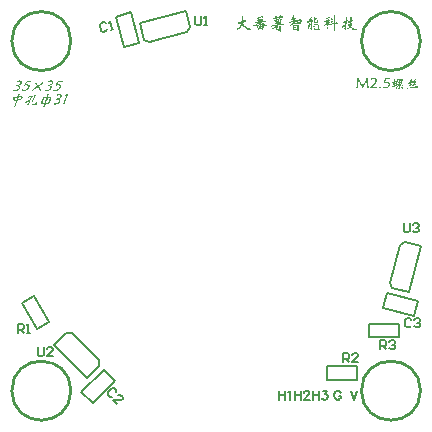
<source format=gto>
G04*
G04 #@! TF.GenerationSoftware,Altium Limited,Altium Designer,19.1.5 (86)*
G04*
G04 Layer_Color=65535*
%FSLAX25Y25*%
%MOIN*%
G70*
G01*
G75*
%ADD10C,0.01000*%
%ADD11C,0.00500*%
%ADD12C,0.00598*%
%ADD13C,0.00600*%
G36*
X57811Y46062D02*
X57820Y46044D01*
X57830Y46021D01*
X57843Y45988D01*
X57857Y45947D01*
X57871Y45905D01*
X57876Y45864D01*
X57880Y45822D01*
Y45818D01*
Y45804D01*
X57876Y45781D01*
X57871Y45757D01*
X57862Y45725D01*
X57843Y45697D01*
X57825Y45665D01*
X57797Y45637D01*
X57793Y45633D01*
X57774Y45628D01*
X57760Y45623D01*
X57742Y45614D01*
X57719Y45610D01*
X57686Y45605D01*
X57649Y45596D01*
X57603Y45591D01*
X57552Y45586D01*
X57492Y45577D01*
X57423Y45573D01*
X57345D01*
X57257Y45568D01*
X56989D01*
X56896Y45573D01*
X56795D01*
X56675Y45577D01*
X56545Y45582D01*
Y45577D01*
X56541Y45563D01*
X56536Y45536D01*
X56531Y45503D01*
X56527Y45462D01*
X56517Y45415D01*
X56508Y45360D01*
X56499Y45300D01*
X56485Y45235D01*
X56471Y45166D01*
X56448Y45023D01*
X56416Y44870D01*
X56384Y44718D01*
X56388D01*
X56397Y44723D01*
X56411D01*
X56434Y44727D01*
X56485Y44736D01*
X56555Y44746D01*
X56628Y44755D01*
X56707Y44764D01*
X56781Y44773D01*
X56896D01*
X56933Y44769D01*
X56975Y44764D01*
X57021Y44760D01*
X57077Y44750D01*
X57132Y44741D01*
X57257Y44713D01*
X57386Y44667D01*
X57451Y44639D01*
X57511Y44602D01*
X57571Y44565D01*
X57626Y44519D01*
X57631Y44515D01*
X57640Y44510D01*
X57654Y44491D01*
X57673Y44473D01*
X57691Y44450D01*
X57719Y44418D01*
X57742Y44381D01*
X57770Y44344D01*
X57797Y44298D01*
X57820Y44247D01*
X57848Y44191D01*
X57867Y44131D01*
X57885Y44067D01*
X57899Y43997D01*
X57908Y43928D01*
X57913Y43849D01*
Y43845D01*
Y43822D01*
X57908Y43794D01*
X57903Y43752D01*
X57899Y43701D01*
X57890Y43641D01*
X57871Y43577D01*
X57853Y43508D01*
X57830Y43429D01*
X57797Y43350D01*
X57760Y43267D01*
X57714Y43189D01*
X57659Y43106D01*
X57599Y43022D01*
X57525Y42944D01*
X57442Y42870D01*
X57437Y42865D01*
X57418Y42851D01*
X57395Y42833D01*
X57358Y42810D01*
X57312Y42782D01*
X57261Y42750D01*
X57197Y42713D01*
X57127Y42680D01*
X57049Y42643D01*
X56966Y42607D01*
X56878Y42574D01*
X56781Y42546D01*
X56679Y42523D01*
X56573Y42505D01*
X56462Y42491D01*
X56347Y42486D01*
X56305D01*
X56259Y42491D01*
X56199Y42496D01*
X56134Y42505D01*
X56060Y42519D01*
X55991Y42537D01*
X55926Y42560D01*
X55922Y42565D01*
X55903Y42574D01*
X55875Y42593D01*
X55848Y42616D01*
X55815Y42643D01*
X55792Y42676D01*
X55774Y42717D01*
X55764Y42764D01*
Y42768D01*
X55769Y42787D01*
X55774Y42814D01*
X55783Y42851D01*
X55801Y42902D01*
X55829Y42958D01*
X55862Y43022D01*
X55912Y43092D01*
X55917D01*
X55922Y43082D01*
X55949Y43064D01*
X55995Y43032D01*
X56055Y42999D01*
X56129Y42962D01*
X56222Y42930D01*
X56328Y42911D01*
X56444Y42902D01*
X56485D01*
X56517Y42907D01*
X56555Y42911D01*
X56601Y42916D01*
X56652Y42925D01*
X56702Y42935D01*
X56818Y42967D01*
X56942Y43013D01*
X57003Y43041D01*
X57063Y43078D01*
X57123Y43115D01*
X57178Y43161D01*
X57183Y43166D01*
X57192Y43175D01*
X57206Y43189D01*
X57224Y43207D01*
X57243Y43235D01*
X57271Y43263D01*
X57294Y43300D01*
X57321Y43341D01*
X57372Y43433D01*
X57418Y43540D01*
X57437Y43600D01*
X57451Y43660D01*
X57460Y43725D01*
X57465Y43794D01*
Y43799D01*
Y43808D01*
Y43822D01*
X57460Y43845D01*
X57455Y43896D01*
X57442Y43965D01*
X57418Y44039D01*
X57381Y44113D01*
X57331Y44187D01*
X57303Y44219D01*
X57266Y44251D01*
X57257Y44256D01*
X57229Y44274D01*
X57187Y44302D01*
X57127Y44330D01*
X57053Y44357D01*
X56966Y44385D01*
X56864Y44404D01*
X56748Y44408D01*
X56712D01*
X56670Y44404D01*
X56615D01*
X56550Y44394D01*
X56480Y44385D01*
X56407Y44376D01*
X56333Y44357D01*
X56323D01*
X56305Y44353D01*
X56273Y44348D01*
X56236Y44339D01*
X56157Y44325D01*
X56116Y44321D01*
X56065D01*
X56042Y44330D01*
X56019Y44339D01*
X55995Y44353D01*
X55972Y44376D01*
X55958Y44408D01*
X55954Y44455D01*
Y44464D01*
X55958Y44473D01*
Y44496D01*
X55963Y44524D01*
X55972Y44570D01*
X55986Y44625D01*
X55991Y44662D01*
X56000Y44699D01*
X56259Y45979D01*
X56296D01*
X56319Y45974D01*
X56351D01*
X56388Y45970D01*
X56480D01*
X56587Y45965D01*
X56702Y45961D01*
X56822Y45956D01*
X57044D01*
X57095Y45961D01*
X57150D01*
X57210Y45965D01*
X57280Y45970D01*
X57418Y45984D01*
X57562Y46002D01*
X57631Y46016D01*
X57696Y46030D01*
X57756Y46049D01*
X57806Y46067D01*
X57811Y46062D01*
D02*
G37*
G36*
X61706Y45619D02*
X61766Y45614D01*
X61835Y45600D01*
X61914Y45586D01*
X62001Y45563D01*
X62089Y45536D01*
X62094D01*
X62098Y45531D01*
X62126Y45522D01*
X62168Y45503D01*
X62214Y45480D01*
X62256Y45457D01*
X62297Y45429D01*
X62325Y45397D01*
X62330Y45383D01*
X62334Y45369D01*
X62330Y45360D01*
X62325Y45337D01*
X62311Y45305D01*
X62302Y45281D01*
X62292Y45254D01*
X62274Y45221D01*
X62260Y45180D01*
X62237Y45134D01*
X62214Y45083D01*
X62186Y45023D01*
X62154Y44954D01*
Y44949D01*
X62145Y44935D01*
X62135Y44917D01*
X62126Y44889D01*
X62108Y44861D01*
X62094Y44824D01*
X62052Y44741D01*
X62001Y44649D01*
X61955Y44556D01*
X61904Y44464D01*
X61877Y44427D01*
X61854Y44390D01*
X61849Y44385D01*
X61844Y44367D01*
X61835Y44348D01*
X61831Y44325D01*
Y44321D01*
X61835Y44307D01*
X61844Y44288D01*
X61863Y44260D01*
X61867Y44256D01*
X61881Y44237D01*
X61895Y44210D01*
X61900Y44182D01*
Y44177D01*
X61891Y44154D01*
X61881Y44140D01*
X61872Y44126D01*
X61854Y44108D01*
X61831Y44085D01*
X61821Y44076D01*
X61794Y44057D01*
X61757Y44025D01*
X61710Y43983D01*
X61655Y43937D01*
X61599Y43886D01*
X61549Y43831D01*
X61498Y43780D01*
X61493Y43775D01*
X61479Y43762D01*
X61461Y43738D01*
X61442Y43715D01*
X61419Y43688D01*
X61401Y43665D01*
X61387Y43646D01*
X61382Y43637D01*
X61387Y43632D01*
X61396Y43628D01*
X61410Y43623D01*
X61415D01*
X61433Y43628D01*
X61466Y43632D01*
X61512Y43646D01*
X61516D01*
X61526Y43651D01*
X61553Y43660D01*
X61586Y43678D01*
X61618Y43701D01*
X61623Y43706D01*
X61637Y43715D01*
X61660Y43729D01*
X61687Y43743D01*
X61729Y43757D01*
X61775Y43771D01*
X61831Y43780D01*
X61895Y43785D01*
X61904D01*
X61932Y43780D01*
X61964Y43771D01*
X62001Y43752D01*
X62011Y43748D01*
X62038Y43729D01*
X62057Y43711D01*
X62080Y43692D01*
X62108Y43669D01*
X62140Y43637D01*
X62145Y43632D01*
X62154Y43623D01*
X62172Y43604D01*
X62195Y43581D01*
X62242Y43526D01*
X62265Y43498D01*
X62283Y43466D01*
X62288Y43461D01*
X62292Y43452D01*
X62302Y43438D01*
X62311Y43420D01*
X62325Y43378D01*
X62334Y43355D01*
Y43336D01*
Y43327D01*
X62330Y43309D01*
X62316Y43277D01*
X62292Y43244D01*
X62283Y43235D01*
X62260Y43221D01*
X62242Y43212D01*
X62219Y43207D01*
X62186Y43198D01*
X62135D01*
X62117Y43202D01*
X62094Y43207D01*
X62062Y43212D01*
X62029Y43221D01*
X61992Y43235D01*
X61951Y43253D01*
X61946Y43258D01*
X61932Y43263D01*
X61918Y43272D01*
X61900Y43286D01*
X61877Y43300D01*
X61863Y43318D01*
X61849Y43336D01*
X61844Y43350D01*
Y43360D01*
X61849Y43374D01*
X61863Y43392D01*
X61886Y43406D01*
X61891D01*
X61909Y43415D01*
X61932Y43424D01*
X61964Y43438D01*
X61992Y43457D01*
X62015Y43480D01*
X62034Y43503D01*
X62038Y43531D01*
Y43535D01*
X62034Y43549D01*
X62029Y43577D01*
X62015Y43609D01*
Y43614D01*
X62011Y43618D01*
X61992Y43637D01*
X61978Y43646D01*
X61960Y43651D01*
X61937Y43660D01*
X61900D01*
X61877Y43655D01*
X61844Y43651D01*
X61803Y43637D01*
X61766Y43609D01*
X61729Y43572D01*
X61706Y43526D01*
X61696Y43494D01*
X61692Y43457D01*
Y43452D01*
Y43443D01*
X61687Y43415D01*
X61678Y43383D01*
X61664Y43355D01*
X61660Y43350D01*
X61646Y43341D01*
X61627Y43332D01*
X61595Y43327D01*
X61502Y43332D01*
X61493D01*
X61470Y43327D01*
X61442Y43323D01*
X61419Y43309D01*
X61415Y43304D01*
X61405Y43290D01*
X61396Y43277D01*
X61387Y43258D01*
X61382Y43230D01*
X61373Y43202D01*
Y43198D01*
Y43189D01*
X61369Y43170D01*
Y43147D01*
X61364Y43096D01*
X61359Y43036D01*
Y43032D01*
Y43027D01*
Y42999D01*
Y42958D01*
X61364Y42907D01*
Y42842D01*
X61369Y42777D01*
X61373Y42713D01*
X61378Y42648D01*
Y42639D01*
X61382Y42620D01*
Y42593D01*
X61387Y42560D01*
X61392Y42486D01*
X61396Y42454D01*
Y42431D01*
Y42426D01*
Y42422D01*
Y42394D01*
X61392Y42357D01*
X61382Y42316D01*
X61364Y42274D01*
X61341Y42237D01*
X61308Y42209D01*
X61290Y42205D01*
X61267Y42200D01*
X61248D01*
X61230Y42205D01*
X61198Y42209D01*
X61161Y42219D01*
X61110Y42228D01*
X61054Y42246D01*
X60990Y42269D01*
X60980Y42274D01*
X60957Y42283D01*
X60925Y42292D01*
X60879Y42311D01*
X60823Y42334D01*
X60768Y42362D01*
X60648Y42422D01*
X60643Y42426D01*
X60625Y42436D01*
X60597Y42454D01*
X60565Y42477D01*
X60528Y42509D01*
X60491Y42542D01*
X60458Y42579D01*
X60431Y42616D01*
X60426Y42620D01*
X60421Y42634D01*
X60408Y42643D01*
X60394Y42648D01*
X60389D01*
X60384Y42643D01*
X60371Y42630D01*
X60357Y42602D01*
Y42597D01*
X60352Y42584D01*
X60343Y42560D01*
X60334Y42533D01*
X60311Y42473D01*
X60301Y42440D01*
X60287Y42417D01*
Y42412D01*
X60283Y42408D01*
X60269Y42389D01*
X60246Y42366D01*
X60232Y42362D01*
X60214Y42357D01*
X60204D01*
X60195Y42362D01*
X60176Y42366D01*
X60158Y42371D01*
X60130Y42385D01*
X60098Y42399D01*
X60061Y42422D01*
X60056Y42426D01*
X60043Y42431D01*
X60029Y42445D01*
X60006Y42454D01*
X59959Y42486D01*
X59941Y42500D01*
X59922Y42514D01*
X59918Y42519D01*
X59904Y42537D01*
X59890Y42560D01*
X59886Y42593D01*
Y42597D01*
Y42602D01*
X59890Y42625D01*
X59895Y42653D01*
X59909Y42685D01*
Y42690D01*
X59913Y42694D01*
X59927Y42708D01*
X59945Y42727D01*
X59969Y42754D01*
X60006Y42791D01*
X60056Y42838D01*
X60116Y42893D01*
X60126Y42902D01*
X60149Y42921D01*
X60181Y42948D01*
X60227Y42990D01*
X60274Y43032D01*
X60324Y43073D01*
X60375Y43115D01*
X60421Y43152D01*
X60426Y43156D01*
X60440Y43166D01*
X60449Y43184D01*
X60454Y43202D01*
Y43207D01*
X60449Y43226D01*
X60435Y43253D01*
X60412Y43290D01*
Y43295D01*
X60408Y43300D01*
X60394Y43327D01*
X60380Y43360D01*
X60375Y43397D01*
Y43406D01*
X60384Y43420D01*
X60394Y43429D01*
X60408Y43438D01*
X60426Y43447D01*
X60454Y43452D01*
X60458D01*
X60468Y43457D01*
X60486Y43461D01*
X60514Y43466D01*
X60541Y43475D01*
X60583Y43489D01*
X60629Y43503D01*
X60680Y43521D01*
X60685Y43526D01*
X60703Y43531D01*
X60731Y43544D01*
X60768Y43558D01*
X60842Y43591D01*
X60874Y43609D01*
X60906Y43623D01*
X60911D01*
X60920Y43632D01*
X60944Y43651D01*
X60971Y43674D01*
X60976Y43688D01*
X60980Y43701D01*
Y43706D01*
X60976Y43720D01*
X60957Y43734D01*
X60944Y43738D01*
X60911D01*
X60897Y43734D01*
X60879D01*
X60851Y43729D01*
X60819Y43725D01*
X60773Y43715D01*
X60768D01*
X60754Y43711D01*
X60731Y43706D01*
X60703Y43701D01*
X60643Y43683D01*
X60620Y43674D01*
X60597Y43665D01*
X60592Y43660D01*
X60574Y43651D01*
X60555Y43641D01*
X60541Y43637D01*
X60537D01*
X60528Y43641D01*
X60514Y43651D01*
X60500Y43665D01*
X60482Y43683D01*
X60458Y43706D01*
X60431Y43743D01*
X60426Y43748D01*
X60421Y43762D01*
X60408Y43780D01*
X60398Y43803D01*
X60371Y43849D01*
X60366Y43868D01*
X60361Y43886D01*
Y43891D01*
X60366Y43909D01*
X60375Y43928D01*
X60398Y43942D01*
X60408Y43946D01*
X60417D01*
X60431Y43951D01*
X60449Y43956D01*
X60477D01*
X60509Y43960D01*
X60546Y43965D01*
X60551D01*
X60560Y43970D01*
X60579Y43974D01*
X60606Y43983D01*
X60634Y43997D01*
X60671Y44016D01*
X60717Y44043D01*
X60763Y44076D01*
X60768Y44080D01*
X60786Y44094D01*
X60809Y44108D01*
X60833Y44131D01*
X60860Y44154D01*
X60879Y44177D01*
X60897Y44196D01*
X60902Y44214D01*
Y44219D01*
X60897Y44233D01*
X60888Y44247D01*
X60869Y44251D01*
X60851D01*
X60828Y44247D01*
X60800Y44237D01*
X60796D01*
X60777Y44233D01*
X60754Y44228D01*
X60726Y44224D01*
X60722D01*
X60703Y44233D01*
X60671Y44251D01*
X60652Y44265D01*
X60634Y44284D01*
Y44288D01*
X60625Y44298D01*
X60615Y44311D01*
X60602Y44330D01*
X60565Y44381D01*
X60523Y44445D01*
X60518Y44450D01*
X60514Y44459D01*
X60505Y44478D01*
X60491Y44496D01*
X60477Y44515D01*
X60463Y44533D01*
X60449Y44542D01*
X60440Y44547D01*
X60435D01*
X60421Y44542D01*
X60403Y44533D01*
X60371Y44515D01*
X60366Y44510D01*
X60347Y44491D01*
X60324Y44459D01*
X60306Y44418D01*
X60301Y44408D01*
X60297Y44390D01*
X60287Y44357D01*
X60269Y44321D01*
X60232Y44242D01*
X60214Y44205D01*
X60190Y44177D01*
X60186Y44173D01*
X60181Y44168D01*
X60172Y44154D01*
X60158Y44136D01*
X60135Y44090D01*
X60126Y44067D01*
X60121Y44039D01*
Y44034D01*
Y44030D01*
X60112Y44002D01*
X60098Y43970D01*
X60075Y43946D01*
X60070Y43942D01*
X60056Y43933D01*
X60043Y43914D01*
X60038Y43886D01*
X60043Y43882D01*
X60047Y43872D01*
X60061Y43859D01*
X60084Y43845D01*
X60112Y43826D01*
X60158Y43803D01*
X60218Y43780D01*
X60223D01*
X60227Y43775D01*
X60251Y43762D01*
X60264Y43748D01*
X60278Y43729D01*
X60292Y43711D01*
X60306Y43683D01*
Y43678D01*
X60311Y43669D01*
X60320Y43655D01*
X60324Y43637D01*
X60338Y43600D01*
X60343Y43563D01*
Y43554D01*
X60338Y43535D01*
X60334Y43503D01*
X60320Y43457D01*
Y43452D01*
X60315Y43447D01*
X60301Y43424D01*
X60283Y43401D01*
X60269Y43397D01*
X60255Y43392D01*
X60246D01*
X60227Y43397D01*
X60195Y43401D01*
X60158Y43415D01*
X60149Y43420D01*
X60126Y43429D01*
X60098Y43438D01*
X60066Y43443D01*
X60056D01*
X60047Y43438D01*
X60029Y43433D01*
X60006Y43424D01*
X59978Y43410D01*
X59936Y43392D01*
X59890Y43369D01*
X59886Y43364D01*
X59867Y43355D01*
X59844Y43341D01*
X59812Y43327D01*
X59738Y43281D01*
X59659Y43226D01*
X59654Y43221D01*
X59641Y43212D01*
X59622Y43198D01*
X59590Y43175D01*
X59553Y43152D01*
X59511Y43124D01*
X59460Y43092D01*
X59405Y43055D01*
X59400Y43050D01*
X59377Y43041D01*
X59350Y43022D01*
X59317Y43004D01*
X59243Y42962D01*
X59206Y42944D01*
X59174Y42930D01*
X59169D01*
X59165Y42925D01*
X59137Y42911D01*
X59100Y42888D01*
X59072Y42861D01*
X59068Y42856D01*
X59054Y42842D01*
X59035Y42828D01*
X59008Y42824D01*
X59003D01*
X58985Y42828D01*
X58966Y42833D01*
X58943Y42847D01*
X58938Y42851D01*
X58925Y42865D01*
X58901Y42884D01*
X58874Y42907D01*
X58837Y42935D01*
X58800Y42967D01*
X58712Y43027D01*
X58707Y43032D01*
X58698Y43041D01*
X58684Y43055D01*
X58680Y43073D01*
Y43078D01*
X58689Y43092D01*
X58698Y43101D01*
X58707Y43110D01*
X58726Y43124D01*
X58749Y43143D01*
X58777Y43161D01*
X58809Y43179D01*
X58855Y43202D01*
X58906Y43230D01*
X58966Y43263D01*
X59040Y43290D01*
X59123Y43327D01*
X59216Y43364D01*
X59220D01*
X59234Y43369D01*
X59253Y43378D01*
X59276Y43387D01*
X59317Y43406D01*
X59336Y43420D01*
X59350Y43429D01*
X59354Y43433D01*
X59363Y43457D01*
X59373Y43494D01*
X59377Y43517D01*
Y43544D01*
Y43549D01*
Y43567D01*
X59373Y43595D01*
X59368Y43623D01*
X59359Y43651D01*
X59350Y43678D01*
X59331Y43697D01*
X59308Y43701D01*
X59294D01*
X59276Y43692D01*
X59257Y43683D01*
X59253Y43678D01*
X59239Y43674D01*
X59220Y43669D01*
X59193Y43665D01*
X59188D01*
X59169Y43669D01*
X59142Y43683D01*
X59109Y43706D01*
X59100Y43715D01*
X59091Y43725D01*
X59072Y43743D01*
X59054Y43762D01*
X59026Y43789D01*
X58998Y43817D01*
X58961Y43854D01*
X58957Y43859D01*
X58948Y43872D01*
X58929Y43900D01*
X58906Y43937D01*
X58878Y43979D01*
X58851Y44039D01*
X58823Y44103D01*
X58795Y44182D01*
Y44187D01*
X58790Y44191D01*
X58786Y44219D01*
X58772Y44256D01*
X58763Y44298D01*
X58749Y44344D01*
X58735Y44390D01*
X58731Y44427D01*
X58726Y44450D01*
Y44455D01*
Y44464D01*
X58731Y44482D01*
X58740Y44496D01*
X58749Y44515D01*
X58767Y44533D01*
X58795Y44547D01*
X58828Y44556D01*
X58832D01*
X58846Y44561D01*
X58864D01*
X58883Y44565D01*
X58934Y44579D01*
X58957Y44584D01*
X58975Y44593D01*
X58980D01*
X58989Y44598D01*
X59003Y44607D01*
X59035Y44616D01*
X59077Y44625D01*
X59132Y44644D01*
X59169Y44649D01*
X59206Y44658D01*
X59253Y44672D01*
X59303Y44681D01*
X59308D01*
X59313Y44686D01*
X59336Y44695D01*
X59359Y44704D01*
X59368Y44713D01*
X59373Y44718D01*
Y44727D01*
Y44741D01*
X59377Y44760D01*
Y44796D01*
Y44843D01*
Y44875D01*
Y44912D01*
Y44949D01*
Y44995D01*
Y45000D01*
Y45014D01*
Y45037D01*
Y45069D01*
Y45106D01*
Y45143D01*
Y45235D01*
X59382Y45323D01*
Y45365D01*
Y45406D01*
X59386Y45439D01*
Y45466D01*
X59391Y45485D01*
Y45499D01*
X59396Y45503D01*
X59405Y45517D01*
X59428Y45531D01*
X59460Y45536D01*
X59483D01*
X59507Y45531D01*
X59534Y45526D01*
X59567Y45517D01*
X59608Y45508D01*
X59654Y45494D01*
X59659D01*
X59678Y45485D01*
X59701Y45480D01*
X59728Y45466D01*
X59751Y45452D01*
X59775Y45439D01*
X59793Y45420D01*
X59798Y45402D01*
Y45392D01*
X59793Y45374D01*
X59779Y45346D01*
X59756Y45314D01*
X59751Y45305D01*
X59742Y45291D01*
X59733Y45277D01*
X59724Y45249D01*
X59715Y45217D01*
X59705Y45175D01*
X59696Y45125D01*
Y45120D01*
X59691Y45101D01*
X59687Y45074D01*
Y45041D01*
X59678Y44963D01*
X59673Y44921D01*
Y44884D01*
Y44880D01*
Y44870D01*
X59682Y44838D01*
X59691Y44820D01*
X59701Y44806D01*
X59719Y44796D01*
X59742Y44792D01*
X59765D01*
X59802Y44796D01*
X59825Y44801D01*
X59853Y44806D01*
X59858D01*
X59867Y44810D01*
X59886D01*
X59909Y44815D01*
X59969Y44820D01*
X60038Y44824D01*
X60075D01*
X60098Y44820D01*
X60158Y44815D01*
X60223Y44796D01*
X60227D01*
X60237Y44792D01*
X60269Y44783D01*
X60301Y44773D01*
X60320Y44769D01*
X60334D01*
X60343Y44773D01*
X60347Y44783D01*
X60352Y44796D01*
Y44801D01*
Y44815D01*
Y44833D01*
X60347Y44857D01*
Y44866D01*
X60343Y44889D01*
X60338Y44926D01*
X60329Y44977D01*
X60324Y45032D01*
X60315Y45097D01*
X60311Y45226D01*
Y45235D01*
Y45254D01*
X60315Y45286D01*
X60320Y45323D01*
X60324Y45360D01*
X60338Y45392D01*
X60352Y45425D01*
X60371Y45443D01*
X60375D01*
X60389Y45452D01*
X60412Y45462D01*
X60435Y45466D01*
X60458Y45471D01*
X60491Y45480D01*
X60528Y45489D01*
X60569Y45499D01*
X60620Y45508D01*
X60676Y45517D01*
X60740Y45531D01*
X60814Y45540D01*
X60897Y45554D01*
X60902D01*
X60920Y45559D01*
X60944D01*
X60976Y45563D01*
X61013Y45573D01*
X61059Y45577D01*
X61110Y45582D01*
X61165Y45591D01*
X61281Y45600D01*
X61401Y45614D01*
X61516Y45619D01*
X61567Y45623D01*
X61660D01*
X61706Y45619D01*
D02*
G37*
G36*
X50461Y46002D02*
X50498Y45993D01*
X50539Y45974D01*
X50585Y45951D01*
X50641Y45919D01*
X50696Y45878D01*
Y45873D01*
X50692Y45864D01*
X50687Y45850D01*
X50682Y45827D01*
X50678Y45799D01*
X50669Y45767D01*
X50664Y45730D01*
X50655Y45688D01*
X50646Y45642D01*
X50641Y45586D01*
X50627Y45471D01*
X50618Y45342D01*
X50613Y45198D01*
Y45194D01*
Y45180D01*
Y45157D01*
Y45129D01*
Y45092D01*
X50618Y45046D01*
Y44995D01*
Y44940D01*
X50622Y44875D01*
X50627Y44806D01*
Y44732D01*
X50632Y44653D01*
X50646Y44478D01*
X50664Y44293D01*
X50682Y44094D01*
X50710Y43891D01*
X50738Y43683D01*
X50775Y43470D01*
X50821Y43258D01*
X50872Y43055D01*
X50932Y42856D01*
X51001Y42671D01*
X50997D01*
X50992Y42667D01*
X50964Y42653D01*
X50923Y42634D01*
X50872Y42611D01*
X50807Y42588D01*
X50743Y42570D01*
X50669Y42556D01*
X50599Y42551D01*
X50590D01*
X50567Y42556D01*
X50535Y42560D01*
X50493Y42570D01*
X50451Y42588D01*
X50415Y42611D01*
X50382Y42648D01*
X50359Y42694D01*
Y42704D01*
X50354Y42713D01*
Y42727D01*
X50350Y42750D01*
X50345Y42773D01*
X50341Y42810D01*
X50336Y42847D01*
X50331Y42893D01*
X50327Y42948D01*
X50322Y43013D01*
X50318Y43087D01*
X50313Y43170D01*
X50308Y43258D01*
X50304Y43364D01*
X50299Y43475D01*
Y43484D01*
Y43503D01*
Y43540D01*
X50294Y43591D01*
X50290Y43655D01*
Y43734D01*
X50285Y43826D01*
X50280Y43928D01*
X50271Y44043D01*
X50262Y44177D01*
X50253Y44316D01*
X50244Y44473D01*
X50234Y44639D01*
X50220Y44815D01*
X50207Y45004D01*
X50188Y45203D01*
Y45198D01*
X50183Y45194D01*
X50174Y45175D01*
X50165Y45157D01*
X50151Y45134D01*
X50137Y45106D01*
X50096Y45032D01*
X50050Y44944D01*
X49999Y44843D01*
X49939Y44732D01*
X49874Y44607D01*
X49805Y44473D01*
X49735Y44339D01*
X49588Y44053D01*
X49444Y43771D01*
X49375Y43632D01*
X49310Y43503D01*
X49306Y43494D01*
X49296Y43475D01*
X49278Y43438D01*
X49259Y43397D01*
X49232Y43346D01*
X49204Y43286D01*
X49139Y43156D01*
X49075Y43022D01*
X49042Y42962D01*
X49010Y42902D01*
X48982Y42851D01*
X48959Y42810D01*
X48941Y42773D01*
X48927Y42754D01*
Y42750D01*
X48918Y42745D01*
X48895Y42722D01*
X48853Y42694D01*
X48830Y42690D01*
X48802Y42685D01*
X48793D01*
X48765Y42694D01*
X48751Y42704D01*
X48728Y42713D01*
X48710Y42731D01*
X48687Y42754D01*
X48682Y42759D01*
X48673Y42773D01*
X48659Y42801D01*
X48645Y42819D01*
X48631Y42842D01*
X48613Y42875D01*
X48594Y42907D01*
X48571Y42948D01*
X48548Y42995D01*
X48520Y43050D01*
X48488Y43110D01*
X48456Y43179D01*
X48419Y43258D01*
X47901Y44293D01*
X47897Y44298D01*
X47887Y44321D01*
X47873Y44348D01*
X47850Y44390D01*
X47827Y44441D01*
X47795Y44496D01*
X47763Y44556D01*
X47726Y44625D01*
X47652Y44769D01*
X47573Y44921D01*
X47495Y45064D01*
X47458Y45134D01*
X47425Y45194D01*
Y45184D01*
Y45161D01*
X47421Y45125D01*
X47416Y45078D01*
Y45014D01*
X47412Y44944D01*
X47407Y44861D01*
X47398Y44773D01*
X47393Y44681D01*
X47388Y44579D01*
X47374Y44367D01*
X47365Y44150D01*
X47356Y43933D01*
Y43928D01*
Y43909D01*
Y43877D01*
X47351Y43840D01*
Y43794D01*
X47347Y43738D01*
Y43678D01*
X47342Y43614D01*
X47333Y43470D01*
X47328Y43323D01*
X47319Y43184D01*
X47315Y43115D01*
X47310Y43055D01*
Y43050D01*
Y43041D01*
Y43027D01*
X47305Y43004D01*
X47301Y42953D01*
X47296Y42893D01*
X47287Y42828D01*
X47278Y42768D01*
X47268Y42717D01*
X47264Y42699D01*
X47259Y42685D01*
Y42680D01*
X47254Y42676D01*
X47245Y42653D01*
X47222Y42620D01*
X47199Y42588D01*
X47194Y42584D01*
X47185Y42579D01*
X47171Y42570D01*
X47153Y42565D01*
X47125Y42556D01*
X47097Y42551D01*
X47037D01*
X47010Y42556D01*
X46973Y42565D01*
X46922Y42579D01*
X46857Y42602D01*
X46783Y42630D01*
X46700Y42671D01*
Y42676D01*
X46705Y42680D01*
X46709Y42699D01*
X46718Y42717D01*
X46723Y42740D01*
X46737Y42773D01*
X46746Y42810D01*
X46760Y42847D01*
X46774Y42893D01*
X46788Y42948D01*
X46806Y43004D01*
X46820Y43064D01*
X46839Y43129D01*
X46857Y43202D01*
X46876Y43277D01*
X46894Y43355D01*
X46926Y43531D01*
X46963Y43720D01*
X46996Y43933D01*
X47023Y44159D01*
X47047Y44399D01*
X47065Y44653D01*
X47079Y44926D01*
X47084Y45212D01*
Y45217D01*
Y45231D01*
Y45249D01*
Y45277D01*
Y45314D01*
X47079Y45351D01*
Y45397D01*
X47074Y45443D01*
X47065Y45549D01*
X47051Y45660D01*
X47033Y45771D01*
X47005Y45878D01*
X47010Y45882D01*
X47028Y45896D01*
X47056Y45919D01*
X47093Y45942D01*
X47134Y45965D01*
X47185Y45988D01*
X47240Y46002D01*
X47296Y46007D01*
X47305D01*
X47319Y46002D01*
X47338Y45988D01*
X47365Y45974D01*
X47393Y45951D01*
X47430Y45919D01*
X47471Y45873D01*
X47518Y45818D01*
X47573Y45748D01*
X47633Y45665D01*
X47666Y45614D01*
X47703Y45559D01*
X47739Y45503D01*
X47776Y45439D01*
X47813Y45369D01*
X47855Y45300D01*
X47897Y45221D01*
X47943Y45134D01*
X47989Y45046D01*
X48035Y44949D01*
Y44944D01*
X48044Y44930D01*
X48054Y44912D01*
X48068Y44884D01*
X48081Y44847D01*
X48105Y44810D01*
X48128Y44764D01*
X48151Y44713D01*
X48206Y44598D01*
X48271Y44468D01*
X48340Y44330D01*
X48409Y44191D01*
X48483Y44048D01*
X48553Y43909D01*
X48622Y43780D01*
X48687Y43665D01*
X48714Y43614D01*
X48742Y43567D01*
X48765Y43531D01*
X48788Y43494D01*
X48811Y43466D01*
X48825Y43447D01*
X48839Y43433D01*
X48848Y43429D01*
X48853D01*
X48858Y43433D01*
X48867Y43443D01*
X48881Y43457D01*
X48895Y43475D01*
X48913Y43503D01*
X48936Y43540D01*
X48941Y43544D01*
X48950Y43563D01*
X48964Y43591D01*
X48987Y43628D01*
X49015Y43678D01*
X49052Y43738D01*
X49093Y43817D01*
X49139Y43905D01*
X49892Y45415D01*
Y45420D01*
X49902Y45429D01*
X49906Y45443D01*
X49920Y45466D01*
X49948Y45522D01*
X49985Y45586D01*
X50026Y45660D01*
X50073Y45734D01*
X50119Y45804D01*
X50165Y45864D01*
X50170Y45868D01*
X50188Y45887D01*
X50211Y45910D01*
X50244Y45938D01*
X50280Y45961D01*
X50322Y45984D01*
X50368Y46002D01*
X50415Y46007D01*
X50438D01*
X50461Y46002D01*
D02*
G37*
G36*
X66455Y45702D02*
X66487Y45684D01*
X66511Y45670D01*
X66534Y45647D01*
X66538Y45642D01*
X66543Y45637D01*
X66566Y45610D01*
X66589Y45568D01*
X66594Y45545D01*
X66598Y45522D01*
Y45517D01*
Y45513D01*
X66589Y45485D01*
X66580Y45466D01*
X66571Y45448D01*
X66552Y45425D01*
X66529Y45402D01*
X66520Y45392D01*
X66497Y45369D01*
X66460Y45328D01*
X66409Y45277D01*
X66353Y45212D01*
X66289Y45138D01*
X66220Y45055D01*
X66150Y44963D01*
Y44958D01*
X66141Y44954D01*
X66132Y44940D01*
X66123Y44921D01*
X66090Y44880D01*
X66058Y44824D01*
X66026Y44769D01*
X65993Y44713D01*
X65975Y44662D01*
X65965Y44621D01*
Y44616D01*
X65970Y44607D01*
X65975Y44593D01*
X65984Y44579D01*
X65998Y44565D01*
X66026Y44552D01*
X66058Y44542D01*
X66104Y44538D01*
X66113D01*
X66141Y44542D01*
X66178Y44556D01*
X66206Y44584D01*
X66210Y44589D01*
X66224Y44607D01*
X66243Y44635D01*
X66266Y44672D01*
X66298Y44713D01*
X66330Y44755D01*
X66409Y44847D01*
X66413Y44852D01*
X66427Y44866D01*
X66446Y44889D01*
X66469Y44912D01*
X66515Y44967D01*
X66538Y44991D01*
X66557Y45004D01*
X66566Y45009D01*
X66584Y45023D01*
X66617Y45032D01*
X66654Y45037D01*
X66663D01*
X66681Y45032D01*
X66709Y45018D01*
X66746Y44995D01*
X66751D01*
X66755Y44991D01*
X66774Y44972D01*
X66792Y44944D01*
X66802Y44930D01*
Y44917D01*
Y44912D01*
X66797Y44889D01*
X66783Y44861D01*
X66755Y44820D01*
Y44815D01*
X66746Y44810D01*
X66737Y44796D01*
X66723Y44778D01*
X66705Y44755D01*
X66686Y44727D01*
X66635Y44662D01*
X66575Y44579D01*
X66511Y44487D01*
X66441Y44381D01*
X66367Y44265D01*
Y44260D01*
X66358Y44251D01*
X66349Y44237D01*
X66340Y44214D01*
X66307Y44164D01*
X66275Y44099D01*
X66238Y44034D01*
X66206Y43974D01*
X66187Y43923D01*
X66178Y43900D01*
Y43886D01*
Y43882D01*
Y43877D01*
X66183Y43854D01*
X66201Y43831D01*
X66210Y43826D01*
X66229Y43822D01*
X66243D01*
X66256Y43826D01*
X66275D01*
X66298Y43835D01*
X66330Y43840D01*
X66367Y43849D01*
X66372D01*
X66386Y43854D01*
X66404Y43863D01*
X66432Y43868D01*
X66483Y43891D01*
X66511Y43900D01*
X66534Y43914D01*
X66538D01*
X66543Y43919D01*
X66566Y43933D01*
X66598Y43946D01*
X66626Y43951D01*
X66635D01*
X66640Y43946D01*
X66654Y43937D01*
X66672Y43923D01*
X66691Y43900D01*
X66714Y43872D01*
X66742Y43835D01*
X66746Y43831D01*
X66755Y43817D01*
X66769Y43799D01*
X66783Y43771D01*
X66811Y43715D01*
X66820Y43688D01*
X66825Y43660D01*
Y43655D01*
Y43646D01*
X66816Y43628D01*
X66806Y43609D01*
X66788Y43591D01*
X66765Y43572D01*
X66728Y43558D01*
X66681Y43549D01*
X66663D01*
X66640Y43544D01*
X66612D01*
X66580Y43540D01*
X66538D01*
X66446Y43531D01*
X66344Y43517D01*
X66238Y43503D01*
X66141Y43489D01*
X66095Y43480D01*
X66053Y43470D01*
X66044D01*
X66016Y43461D01*
X65975Y43452D01*
X65924Y43433D01*
X65859Y43415D01*
X65785Y43387D01*
X65702Y43355D01*
X65619Y43318D01*
X65610Y43313D01*
X65587Y43309D01*
X65554Y43300D01*
X65517Y43295D01*
X65508D01*
X65499Y43300D01*
X65480Y43309D01*
X65462Y43318D01*
X65439Y43336D01*
X65411Y43364D01*
X65383Y43397D01*
X65379Y43401D01*
X65369Y43415D01*
X65356Y43433D01*
X65342Y43457D01*
X65314Y43503D01*
X65305Y43521D01*
X65300Y43540D01*
Y43549D01*
X65309Y43563D01*
X65319Y43572D01*
X65328Y43586D01*
X65346Y43595D01*
X65369Y43604D01*
X65374D01*
X65379Y43609D01*
X65402Y43623D01*
X65443Y43641D01*
X65494Y43674D01*
X65550Y43711D01*
X65610Y43762D01*
X65674Y43822D01*
X65739Y43896D01*
Y43900D01*
X65748Y43905D01*
X65767Y43928D01*
X65794Y43965D01*
X65827Y44006D01*
X65855Y44053D01*
X65882Y44094D01*
X65901Y44131D01*
X65910Y44154D01*
Y44164D01*
X65905Y44177D01*
X65891Y44191D01*
X65864Y44201D01*
X65804D01*
X65762Y44196D01*
X65679Y44187D01*
X65637Y44177D01*
X65605Y44168D01*
X65600D01*
X65596Y44164D01*
X65563Y44154D01*
X65526Y44145D01*
X65490Y44140D01*
X65480D01*
X65471Y44145D01*
X65462Y44154D01*
X65448Y44168D01*
X65430Y44187D01*
X65411Y44210D01*
X65388Y44247D01*
X65383Y44251D01*
X65379Y44265D01*
X65369Y44284D01*
X65360Y44311D01*
X65337Y44367D01*
X65333Y44394D01*
X65328Y44422D01*
Y44427D01*
Y44431D01*
X65333Y44445D01*
X65342Y44464D01*
X65356Y44482D01*
X65379Y44505D01*
X65406Y44528D01*
X65448Y44552D01*
X65453Y44556D01*
X65471Y44565D01*
X65494Y44584D01*
X65526Y44612D01*
X65568Y44644D01*
X65610Y44690D01*
X65661Y44750D01*
X65711Y44820D01*
Y44824D01*
X65720Y44833D01*
X65730Y44847D01*
X65744Y44866D01*
X65758Y44894D01*
X65781Y44921D01*
X65827Y44995D01*
X65887Y45078D01*
X65952Y45175D01*
X66030Y45281D01*
X66109Y45388D01*
X66113Y45392D01*
X66118Y45402D01*
X66132Y45415D01*
X66146Y45434D01*
X66183Y45480D01*
X66224Y45536D01*
X66270Y45591D01*
X66307Y45637D01*
X66326Y45660D01*
X66340Y45674D01*
X66353Y45688D01*
X66358Y45693D01*
X66363Y45697D01*
X66377Y45702D01*
X66395Y45707D01*
X66423Y45711D01*
X66432D01*
X66455Y45702D01*
D02*
G37*
G36*
X65217Y45674D02*
X65235Y45660D01*
X65259Y45647D01*
X65282Y45623D01*
X65309Y45591D01*
X65314Y45586D01*
X65323Y45577D01*
X65333Y45559D01*
X65351Y45540D01*
X65374Y45494D01*
X65383Y45471D01*
X65388Y45452D01*
Y45443D01*
X65383Y45425D01*
X65365Y45392D01*
X65356Y45369D01*
X65337Y45351D01*
X65333Y45346D01*
X65328Y45337D01*
X65314Y45323D01*
X65295Y45305D01*
X65249Y45249D01*
X65194Y45184D01*
X65129Y45106D01*
X65065Y45018D01*
X65000Y44930D01*
X64940Y44843D01*
Y44838D01*
X64935Y44833D01*
X64917Y44806D01*
X64894Y44769D01*
X64871Y44723D01*
X64843Y44672D01*
X64820Y44625D01*
X64801Y44584D01*
X64797Y44556D01*
Y44552D01*
Y44547D01*
X64801Y44538D01*
X64810Y44528D01*
X64820Y44515D01*
X64838Y44505D01*
X64866Y44501D01*
X64898Y44496D01*
X64912D01*
X64926Y44501D01*
X64944Y44505D01*
X64963Y44515D01*
X64986Y44524D01*
X65004Y44542D01*
X65023Y44565D01*
X65027Y44570D01*
X65032Y44575D01*
X65041Y44589D01*
X65055Y44607D01*
X65088Y44653D01*
X65129Y44709D01*
X65175Y44764D01*
X65222Y44824D01*
X65263Y44875D01*
X65300Y44917D01*
X65305Y44921D01*
X65314Y44930D01*
X65328Y44949D01*
X65346Y44967D01*
X65388Y45000D01*
X65406Y45009D01*
X65420Y45014D01*
X65425D01*
X65443Y45009D01*
X65466Y44995D01*
X65494Y44972D01*
X65503Y44967D01*
X65517Y44949D01*
X65531Y44921D01*
X65540Y44894D01*
Y44889D01*
X65536Y44870D01*
X65526Y44843D01*
X65503Y44806D01*
X65494Y44796D01*
X65485Y44778D01*
X65466Y44755D01*
X65443Y44718D01*
X65416Y44672D01*
X65374Y44612D01*
X65328Y44538D01*
Y44533D01*
X65323Y44528D01*
X65305Y44501D01*
X65277Y44459D01*
X65245Y44404D01*
X65208Y44344D01*
X65166Y44274D01*
X65088Y44131D01*
X65083Y44122D01*
X65074Y44103D01*
X65055Y44071D01*
X65037Y44034D01*
X65018Y43997D01*
X65000Y43965D01*
X64986Y43937D01*
X64977Y43923D01*
Y43919D01*
Y43909D01*
X64972Y43882D01*
Y43872D01*
X64977Y43854D01*
X64995Y43835D01*
X65004Y43831D01*
X65023Y43826D01*
X65032D01*
X65041Y43831D01*
X65055D01*
X65078Y43840D01*
X65106Y43845D01*
X65138Y43854D01*
X65143D01*
X65157Y43859D01*
X65175Y43863D01*
X65198Y43872D01*
X65245Y43882D01*
X65268Y43886D01*
X65291D01*
X65309Y43882D01*
X65323Y43868D01*
X65328Y43845D01*
Y43840D01*
X65323Y43817D01*
X65309Y43780D01*
X65282Y43725D01*
Y43720D01*
X65272Y43711D01*
X65263Y43697D01*
X65249Y43678D01*
X65226Y43655D01*
X65203Y43637D01*
X65171Y43614D01*
X65134Y43591D01*
X65129Y43586D01*
X65115Y43581D01*
X65092Y43567D01*
X65060Y43549D01*
X65027Y43526D01*
X64986Y43503D01*
X64894Y43447D01*
X64797Y43392D01*
X64704Y43332D01*
X64663Y43304D01*
X64626Y43277D01*
X64593Y43253D01*
X64565Y43235D01*
X64556Y43230D01*
X64533Y43216D01*
X64505Y43198D01*
X64468Y43193D01*
X64459Y43198D01*
X64450Y43202D01*
X64436Y43212D01*
X64413Y43226D01*
X64385Y43253D01*
X64353Y43286D01*
X64316Y43332D01*
X64311Y43336D01*
X64298Y43355D01*
X64279Y43378D01*
X64261Y43410D01*
X64242Y43438D01*
X64224Y43470D01*
X64210Y43503D01*
X64205Y43526D01*
Y43531D01*
Y43535D01*
X64210Y43558D01*
X64224Y43586D01*
X64251Y43614D01*
X64256D01*
X64261Y43623D01*
X64288Y43641D01*
X64330Y43674D01*
X64385Y43715D01*
X64441Y43757D01*
X64501Y43808D01*
X64556Y43859D01*
X64603Y43909D01*
X64607Y43914D01*
X64621Y43933D01*
X64640Y43951D01*
X64663Y43979D01*
X64681Y44006D01*
X64700Y44034D01*
X64713Y44057D01*
X64718Y44076D01*
Y44080D01*
X64713Y44094D01*
X64700Y44108D01*
X64676Y44113D01*
X64658D01*
X64644Y44108D01*
X64621D01*
X64589Y44103D01*
X64556Y44099D01*
X64510Y44090D01*
X64505D01*
X64492Y44085D01*
X64468Y44080D01*
X64441Y44071D01*
X64385Y44048D01*
X64358Y44034D01*
X64334Y44016D01*
X64325Y44006D01*
X64307Y43993D01*
X64284Y43979D01*
X64256Y43970D01*
X64251D01*
X64242Y43979D01*
X64233Y43988D01*
X64214Y44002D01*
X64196Y44025D01*
X64173Y44057D01*
X64140Y44099D01*
X64136Y44103D01*
X64127Y44122D01*
X64113Y44140D01*
X64099Y44168D01*
X64071Y44228D01*
X64062Y44256D01*
X64057Y44274D01*
Y44284D01*
X64062Y44293D01*
X64071Y44302D01*
X64085Y44316D01*
X64104Y44330D01*
X64127Y44344D01*
X64164Y44357D01*
X64168D01*
X64182Y44362D01*
X64201Y44371D01*
X64224Y44381D01*
X64270Y44404D01*
X64293Y44413D01*
X64311Y44427D01*
X64321Y44431D01*
X64330Y44441D01*
X64344Y44455D01*
X64358Y44473D01*
X64376Y44501D01*
X64395Y44528D01*
X64413Y44565D01*
Y44570D01*
X64422Y44584D01*
X64432Y44602D01*
X64445Y44625D01*
X64464Y44658D01*
X64482Y44699D01*
X64505Y44741D01*
X64533Y44787D01*
X64593Y44894D01*
X64663Y45014D01*
X64736Y45138D01*
X64815Y45268D01*
X64820Y45272D01*
X64824Y45281D01*
X64838Y45300D01*
X64852Y45323D01*
X64889Y45379D01*
X64930Y45443D01*
X64977Y45513D01*
X65018Y45573D01*
X65037Y45600D01*
X65055Y45619D01*
X65069Y45637D01*
X65078Y45647D01*
X65088Y45651D01*
X65106Y45665D01*
X65138Y45679D01*
X65175Y45684D01*
X65185D01*
X65217Y45674D01*
D02*
G37*
G36*
X52540Y46067D02*
X52586Y46062D01*
X52637Y46058D01*
X52692Y46049D01*
X52752Y46035D01*
X52882Y46002D01*
X52951Y45979D01*
X53020Y45951D01*
X53085Y45919D01*
X53149Y45878D01*
X53214Y45836D01*
X53274Y45785D01*
X53279Y45781D01*
X53288Y45771D01*
X53302Y45757D01*
X53325Y45734D01*
X53348Y45707D01*
X53371Y45670D01*
X53399Y45633D01*
X53431Y45586D01*
X53459Y45540D01*
X53487Y45485D01*
X53510Y45425D01*
X53538Y45360D01*
X53556Y45291D01*
X53570Y45221D01*
X53579Y45143D01*
X53584Y45064D01*
Y45060D01*
Y45041D01*
X53579Y45018D01*
Y44981D01*
X53570Y44940D01*
X53561Y44889D01*
X53547Y44829D01*
X53528Y44764D01*
X53505Y44690D01*
X53478Y44612D01*
X53441Y44533D01*
X53399Y44445D01*
X53353Y44353D01*
X53293Y44260D01*
X53228Y44168D01*
X53149Y44071D01*
X53145Y44067D01*
X53131Y44048D01*
X53103Y44020D01*
X53071Y43983D01*
X53025Y43933D01*
X52969Y43877D01*
X52900Y43812D01*
X52826Y43743D01*
X52738Y43665D01*
X52646Y43577D01*
X52540Y43489D01*
X52420Y43392D01*
X52295Y43290D01*
X52156Y43189D01*
X52008Y43082D01*
X51851Y42972D01*
X51898D01*
X51948Y42967D01*
X52091D01*
X52175Y42962D01*
X52429D01*
X52484Y42967D01*
X52553D01*
X52632Y42972D01*
X52720Y42976D01*
X52812Y42985D01*
X53006Y43004D01*
X53196Y43032D01*
X53288Y43050D01*
X53371Y43073D01*
X53445Y43101D01*
X53510Y43129D01*
X53514Y43119D01*
X53519Y43101D01*
X53528Y43069D01*
X53542Y43027D01*
X53556Y42981D01*
X53565Y42930D01*
X53570Y42879D01*
X53575Y42833D01*
Y42828D01*
Y42814D01*
X53570Y42791D01*
X53565Y42764D01*
X53556Y42736D01*
X53538Y42699D01*
X53519Y42667D01*
X53491Y42634D01*
X53487Y42630D01*
X53473Y42620D01*
X53450Y42607D01*
X53413Y42593D01*
X53367Y42579D01*
X53302Y42565D01*
X53219Y42556D01*
X53173Y42551D01*
X52997D01*
X52932Y42556D01*
X52849D01*
X52757Y42560D01*
X52651Y42565D01*
X52623D01*
X52600Y42570D01*
X52544D01*
X52470Y42574D01*
X52383D01*
X52290Y42579D01*
X51934D01*
X51833Y42574D01*
X51717Y42570D01*
X51602Y42565D01*
X51500Y42556D01*
X51454Y42551D01*
X51412Y42546D01*
X51408Y42551D01*
X51403Y42570D01*
X51394Y42593D01*
X51380Y42625D01*
X51366Y42662D01*
X51357Y42704D01*
X51352Y42750D01*
X51348Y42801D01*
Y42805D01*
Y42819D01*
X51357Y42847D01*
X51366Y42879D01*
X51380Y42921D01*
X51403Y42967D01*
X51436Y43018D01*
X51477Y43078D01*
X51482Y43087D01*
X51500Y43106D01*
X51533Y43138D01*
X51574Y43179D01*
X51625Y43230D01*
X51690Y43286D01*
X51763Y43346D01*
X51847Y43406D01*
X51851Y43410D01*
X51860Y43415D01*
X51879Y43429D01*
X51902Y43447D01*
X51930Y43466D01*
X51967Y43494D01*
X52004Y43521D01*
X52045Y43558D01*
X52142Y43637D01*
X52253Y43729D01*
X52369Y43831D01*
X52489Y43946D01*
X52604Y44067D01*
X52720Y44196D01*
X52831Y44330D01*
X52928Y44468D01*
X52969Y44542D01*
X53006Y44612D01*
X53043Y44681D01*
X53071Y44755D01*
X53094Y44824D01*
X53113Y44894D01*
X53122Y44963D01*
X53126Y45032D01*
Y45037D01*
Y45046D01*
Y45060D01*
X53122Y45078D01*
X53117Y45129D01*
X53103Y45194D01*
X53080Y45263D01*
X53048Y45342D01*
X53002Y45415D01*
X52937Y45485D01*
X52928Y45494D01*
X52905Y45513D01*
X52863Y45540D01*
X52803Y45573D01*
X52734Y45605D01*
X52646Y45633D01*
X52549Y45651D01*
X52438Y45660D01*
X52397D01*
X52350Y45656D01*
X52290Y45647D01*
X52226Y45633D01*
X52152Y45610D01*
X52082Y45582D01*
X52013Y45540D01*
X52004Y45536D01*
X51985Y45517D01*
X51953Y45489D01*
X51911Y45448D01*
X51865Y45397D01*
X51814Y45332D01*
X51763Y45258D01*
X51713Y45171D01*
X51704Y45175D01*
X51680Y45194D01*
X51648Y45221D01*
X51616Y45254D01*
X51579Y45300D01*
X51546Y45351D01*
X51523Y45406D01*
X51519Y45439D01*
X51514Y45471D01*
Y45476D01*
Y45480D01*
Y45494D01*
X51519Y45513D01*
X51528Y45559D01*
X51546Y45619D01*
X51579Y45688D01*
X51602Y45720D01*
X51625Y45757D01*
X51657Y45794D01*
X51690Y45827D01*
X51731Y45864D01*
X51777Y45896D01*
X51782D01*
X51791Y45905D01*
X51805Y45915D01*
X51824Y45924D01*
X51851Y45938D01*
X51884Y45951D01*
X51921Y45965D01*
X51962Y45984D01*
X52008Y46002D01*
X52059Y46016D01*
X52179Y46044D01*
X52309Y46062D01*
X52456Y46072D01*
X52507D01*
X52540Y46067D01*
D02*
G37*
G36*
X67088Y43193D02*
X67106Y43189D01*
X67130Y43175D01*
X67134Y43170D01*
X67143Y43161D01*
X67153Y43143D01*
X67171Y43124D01*
X67190Y43092D01*
X67217Y43050D01*
X67245Y42999D01*
X67250Y42995D01*
X67259Y42976D01*
X67273Y42948D01*
X67291Y42916D01*
X67333Y42847D01*
X67347Y42814D01*
X67361Y42787D01*
Y42782D01*
X67365Y42777D01*
X67374Y42750D01*
X67384Y42717D01*
X67388Y42680D01*
Y42676D01*
Y42657D01*
X67379Y42630D01*
X67370Y42588D01*
X67365Y42579D01*
X67361Y42560D01*
X67342Y42542D01*
X67333Y42537D01*
X67319Y42533D01*
X67314D01*
X67296Y42537D01*
X67268Y42542D01*
X67236Y42556D01*
X67231D01*
X67222Y42560D01*
X67208Y42570D01*
X67190Y42574D01*
X67139Y42597D01*
X67074Y42620D01*
X66996Y42648D01*
X66913Y42680D01*
X66820Y42704D01*
X66732Y42727D01*
X66728D01*
X66723Y42731D01*
X66709D01*
X66691Y42736D01*
X66645Y42745D01*
X66580Y42754D01*
X66501Y42764D01*
X66413Y42768D01*
X66316Y42777D01*
X66132D01*
X66095Y42773D01*
X66049D01*
X65998Y42768D01*
X65942Y42764D01*
X65873Y42759D01*
X65799Y42754D01*
X65720Y42745D01*
X65633Y42736D01*
X65536Y42727D01*
X65430Y42717D01*
X65319Y42704D01*
X65314D01*
X65291Y42699D01*
X65259D01*
X65217Y42694D01*
X65166Y42685D01*
X65111Y42680D01*
X65046Y42671D01*
X64977Y42662D01*
X64833Y42643D01*
X64686Y42620D01*
X64616Y42611D01*
X64547Y42602D01*
X64487Y42588D01*
X64432Y42579D01*
X64418D01*
X64404Y42574D01*
X64385Y42570D01*
X64362Y42565D01*
X64330Y42556D01*
X64265Y42542D01*
X64182Y42519D01*
X64094Y42491D01*
X64002Y42459D01*
X63905Y42422D01*
X63896Y42417D01*
X63877Y42412D01*
X63849Y42408D01*
X63822Y42403D01*
X63817D01*
X63808Y42408D01*
X63799Y42417D01*
X63785Y42431D01*
X63771Y42454D01*
X63752Y42482D01*
X63729Y42519D01*
X63725Y42523D01*
X63720Y42537D01*
X63711Y42556D01*
X63702Y42584D01*
X63678Y42634D01*
X63674Y42662D01*
X63669Y42680D01*
Y42690D01*
X63678Y42704D01*
X63688Y42713D01*
X63697Y42717D01*
X63715Y42727D01*
X63752D01*
X63775Y42731D01*
X63808D01*
X63849Y42740D01*
X63900Y42750D01*
X63970Y42759D01*
X64053Y42777D01*
X64797Y42930D01*
X64806D01*
X64829Y42935D01*
X64861Y42944D01*
X64912Y42953D01*
X64968Y42967D01*
X65032Y42976D01*
X65101Y42990D01*
X65180Y43009D01*
X65342Y43036D01*
X65503Y43064D01*
X65577Y43078D01*
X65651Y43087D01*
X65716Y43096D01*
X65771Y43101D01*
X65799D01*
X65822Y43106D01*
X65850D01*
X65878Y43110D01*
X65915D01*
X65956Y43115D01*
X66053D01*
X66164Y43119D01*
X66284Y43124D01*
X66538D01*
X66617Y43129D01*
X66700Y43133D01*
X66778Y43138D01*
X66852Y43147D01*
X66880Y43156D01*
X66908Y43161D01*
X66913D01*
X66926Y43166D01*
X66949Y43175D01*
X66973Y43179D01*
X67028Y43193D01*
X67051Y43198D01*
X67070D01*
X67088Y43193D01*
D02*
G37*
G36*
X54804Y43106D02*
X54836Y43101D01*
X54873Y43087D01*
X54910Y43073D01*
X54947Y43050D01*
X54979Y43018D01*
X54984Y43013D01*
X54993Y43004D01*
X55007Y42985D01*
X55025Y42958D01*
X55039Y42925D01*
X55053Y42893D01*
X55062Y42851D01*
X55067Y42805D01*
Y42801D01*
Y42782D01*
X55062Y42754D01*
X55053Y42722D01*
X55039Y42685D01*
X55021Y42648D01*
X54997Y42611D01*
X54961Y42574D01*
X54956Y42570D01*
X54942Y42560D01*
X54919Y42546D01*
X54891Y42533D01*
X54859Y42514D01*
X54817Y42500D01*
X54771Y42491D01*
X54720Y42486D01*
X54697D01*
X54674Y42491D01*
X54642Y42496D01*
X54605Y42505D01*
X54568Y42519D01*
X54531Y42537D01*
X54494Y42560D01*
X54489Y42565D01*
X54480Y42574D01*
X54466Y42593D01*
X54452Y42616D01*
X54434Y42648D01*
X54420Y42685D01*
X54411Y42727D01*
X54406Y42777D01*
Y42782D01*
Y42801D01*
X54411Y42828D01*
X54420Y42865D01*
X54429Y42902D01*
X54443Y42939D01*
X54466Y42981D01*
X54499Y43018D01*
X54503Y43022D01*
X54517Y43032D01*
X54536Y43045D01*
X54568Y43064D01*
X54605Y43082D01*
X54646Y43096D01*
X54697Y43106D01*
X54753Y43110D01*
X54776D01*
X54804Y43106D01*
D02*
G37*
G36*
X61618Y43092D02*
X61637Y43087D01*
X61664Y43082D01*
X61706Y43073D01*
X61752Y43055D01*
X61817Y43036D01*
X61826Y43032D01*
X61849Y43027D01*
X61881Y43013D01*
X61927Y43004D01*
X61978Y42985D01*
X62029Y42972D01*
X62085Y42953D01*
X62135Y42939D01*
X62140D01*
X62159Y42935D01*
X62177Y42925D01*
X62205Y42911D01*
X62260Y42879D01*
X62283Y42851D01*
X62297Y42824D01*
Y42819D01*
X62302Y42810D01*
X62306Y42796D01*
X62316Y42773D01*
X62325Y42722D01*
X62330Y42657D01*
Y42653D01*
Y42643D01*
X62325Y42625D01*
Y42602D01*
X62316Y42574D01*
X62306Y42546D01*
X62297Y42509D01*
X62279Y42473D01*
Y42468D01*
X62269Y42454D01*
X62260Y42440D01*
X62251Y42422D01*
X62237Y42399D01*
X62219Y42385D01*
X62205Y42371D01*
X62186Y42366D01*
X62177D01*
X62159Y42371D01*
X62135Y42385D01*
X62103Y42408D01*
X61927Y42579D01*
X61923Y42584D01*
X61914Y42593D01*
X61900Y42607D01*
X61872Y42630D01*
X61844Y42662D01*
X61803Y42704D01*
X61761Y42759D01*
X61706Y42819D01*
X61701Y42828D01*
X61683Y42847D01*
X61660Y42879D01*
X61632Y42916D01*
X61604Y42958D01*
X61581Y42995D01*
X61563Y43027D01*
X61558Y43050D01*
Y43059D01*
X61563Y43073D01*
X61572Y43087D01*
X61595Y43096D01*
X61604D01*
X61618Y43092D01*
D02*
G37*
G36*
X-51079Y45171D02*
X-51074Y45153D01*
X-51070Y45130D01*
Y45097D01*
Y45056D01*
Y45014D01*
X-51079Y44973D01*
X-51088Y44931D01*
Y44927D01*
X-51097Y44913D01*
X-51107Y44890D01*
X-51121Y44866D01*
X-51139Y44834D01*
X-51167Y44806D01*
X-51199Y44774D01*
X-51236Y44746D01*
X-51241Y44742D01*
X-51259Y44737D01*
X-51278Y44732D01*
X-51301Y44723D01*
X-51324Y44719D01*
X-51356Y44714D01*
X-51398Y44705D01*
X-51444Y44700D01*
X-51499Y44695D01*
X-51559Y44686D01*
X-51629Y44682D01*
X-51707D01*
X-51800Y44677D01*
X-52068D01*
X-52155Y44682D01*
X-52262D01*
X-52377Y44686D01*
X-52507Y44691D01*
X-52511Y44686D01*
X-52516Y44672D01*
X-52530Y44645D01*
X-52543Y44612D01*
X-52566Y44571D01*
X-52590Y44524D01*
X-52617Y44469D01*
X-52650Y44409D01*
X-52682Y44344D01*
X-52714Y44275D01*
X-52793Y44132D01*
X-52876Y43979D01*
X-52959Y43827D01*
X-52955D01*
X-52945Y43832D01*
X-52931D01*
X-52908Y43836D01*
X-52881Y43841D01*
X-52853Y43845D01*
X-52784Y43855D01*
X-52705Y43864D01*
X-52622Y43873D01*
X-52543Y43882D01*
X-52428D01*
X-52396Y43878D01*
X-52354Y43873D01*
X-52308Y43868D01*
X-52201Y43850D01*
X-52091Y43822D01*
X-51975Y43776D01*
X-51920Y43748D01*
X-51869Y43711D01*
X-51827Y43674D01*
X-51786Y43628D01*
X-51781Y43624D01*
X-51776Y43619D01*
X-51767Y43600D01*
X-51758Y43582D01*
X-51744Y43559D01*
X-51730Y43527D01*
X-51716Y43490D01*
X-51703Y43453D01*
X-51693Y43407D01*
X-51684Y43356D01*
X-51679Y43300D01*
Y43240D01*
X-51684Y43176D01*
X-51693Y43106D01*
X-51707Y43037D01*
X-51730Y42958D01*
Y42954D01*
X-51740Y42931D01*
X-51753Y42903D01*
X-51772Y42861D01*
X-51795Y42810D01*
X-51823Y42750D01*
X-51860Y42686D01*
X-51906Y42617D01*
X-51957Y42538D01*
X-52012Y42459D01*
X-52081Y42376D01*
X-52155Y42298D01*
X-52234Y42215D01*
X-52326Y42131D01*
X-52423Y42053D01*
X-52534Y41979D01*
X-52539Y41974D01*
X-52562Y41960D01*
X-52594Y41942D01*
X-52636Y41919D01*
X-52691Y41891D01*
X-52756Y41859D01*
X-52830Y41822D01*
X-52913Y41789D01*
X-53001Y41752D01*
X-53098Y41716D01*
X-53199Y41683D01*
X-53306Y41655D01*
X-53412Y41632D01*
X-53527Y41614D01*
X-53643Y41600D01*
X-53759Y41595D01*
X-53800D01*
X-53846Y41600D01*
X-53906Y41605D01*
X-53966Y41614D01*
X-54031Y41628D01*
X-54096Y41646D01*
X-54151Y41669D01*
X-54156Y41674D01*
X-54170Y41683D01*
X-54193Y41702D01*
X-54211Y41725D01*
X-54234Y41752D01*
X-54248Y41785D01*
X-54253Y41826D01*
X-54244Y41873D01*
X-54239Y41877D01*
X-54234Y41896D01*
X-54216Y41923D01*
X-54193Y41960D01*
X-54160Y42011D01*
X-54114Y42067D01*
X-54059Y42131D01*
X-53985Y42201D01*
X-53980Y42191D01*
X-53957Y42173D01*
X-53925Y42141D01*
X-53874Y42108D01*
X-53809Y42071D01*
X-53731Y42039D01*
X-53634Y42020D01*
X-53518Y42011D01*
X-53472D01*
X-53444Y42016D01*
X-53403Y42020D01*
X-53356Y42025D01*
X-53306Y42034D01*
X-53246Y42044D01*
X-53121Y42076D01*
X-52982Y42122D01*
X-52908Y42150D01*
X-52839Y42187D01*
X-52765Y42224D01*
X-52696Y42270D01*
X-52691Y42275D01*
X-52677Y42284D01*
X-52659Y42298D01*
X-52636Y42316D01*
X-52604Y42344D01*
X-52571Y42372D01*
X-52534Y42409D01*
X-52493Y42450D01*
X-52409Y42542D01*
X-52326Y42649D01*
X-52252Y42769D01*
X-52220Y42834D01*
X-52192Y42903D01*
Y42908D01*
X-52188Y42917D01*
X-52183Y42931D01*
X-52178Y42954D01*
X-52169Y43005D01*
X-52160Y43074D01*
Y43148D01*
X-52169Y43222D01*
X-52178Y43259D01*
X-52192Y43296D01*
X-52215Y43328D01*
X-52239Y43360D01*
X-52243Y43365D01*
X-52266Y43383D01*
X-52299Y43411D01*
X-52349Y43439D01*
X-52414Y43466D01*
X-52493Y43494D01*
X-52590Y43513D01*
X-52701Y43517D01*
X-52737D01*
X-52779Y43513D01*
X-52834D01*
X-52904Y43503D01*
X-52973Y43494D01*
X-53052Y43485D01*
X-53135Y43466D01*
X-53144D01*
X-53162Y43462D01*
X-53195Y43457D01*
X-53236Y43448D01*
X-53320Y43434D01*
X-53361Y43430D01*
X-53412D01*
X-53435Y43439D01*
X-53454Y43448D01*
X-53472Y43462D01*
X-53486Y43485D01*
X-53491Y43517D01*
X-53481Y43564D01*
X-53477Y43573D01*
X-53472Y43582D01*
X-53463Y43605D01*
X-53444Y43633D01*
X-53421Y43679D01*
X-53389Y43734D01*
X-53370Y43771D01*
X-53347Y43808D01*
X-52659Y45088D01*
X-52622D01*
X-52599Y45083D01*
X-52566D01*
X-52530Y45079D01*
X-52442D01*
X-52336Y45074D01*
X-52220Y45070D01*
X-52100Y45065D01*
X-51878D01*
X-51827Y45070D01*
X-51772D01*
X-51707Y45074D01*
X-51643Y45079D01*
X-51495Y45093D01*
X-51347Y45111D01*
X-51204Y45139D01*
X-51139Y45158D01*
X-51079Y45176D01*
Y45171D01*
D02*
G37*
G36*
X-61566D02*
X-61562Y45153D01*
X-61557Y45130D01*
Y45097D01*
Y45056D01*
Y45014D01*
X-61566Y44973D01*
X-61576Y44931D01*
Y44927D01*
X-61585Y44913D01*
X-61594Y44890D01*
X-61608Y44866D01*
X-61626Y44834D01*
X-61654Y44806D01*
X-61686Y44774D01*
X-61723Y44746D01*
X-61728Y44742D01*
X-61747Y44737D01*
X-61765Y44732D01*
X-61788Y44723D01*
X-61811Y44719D01*
X-61844Y44714D01*
X-61885Y44705D01*
X-61931Y44700D01*
X-61987Y44695D01*
X-62047Y44686D01*
X-62116Y44682D01*
X-62195D01*
X-62287Y44677D01*
X-62555D01*
X-62643Y44682D01*
X-62749D01*
X-62865Y44686D01*
X-62994Y44691D01*
X-62998Y44686D01*
X-63003Y44672D01*
X-63017Y44645D01*
X-63031Y44612D01*
X-63054Y44571D01*
X-63077Y44524D01*
X-63105Y44469D01*
X-63137Y44409D01*
X-63169Y44344D01*
X-63202Y44275D01*
X-63280Y44132D01*
X-63363Y43979D01*
X-63447Y43827D01*
X-63442D01*
X-63433Y43832D01*
X-63419D01*
X-63396Y43836D01*
X-63368Y43841D01*
X-63340Y43845D01*
X-63271Y43855D01*
X-63192Y43864D01*
X-63109Y43873D01*
X-63031Y43882D01*
X-62915D01*
X-62883Y43878D01*
X-62841Y43873D01*
X-62795Y43868D01*
X-62689Y43850D01*
X-62578Y43822D01*
X-62463Y43776D01*
X-62407Y43748D01*
X-62356Y43711D01*
X-62315Y43674D01*
X-62273Y43628D01*
X-62269Y43624D01*
X-62264Y43619D01*
X-62255Y43600D01*
X-62245Y43582D01*
X-62232Y43559D01*
X-62218Y43527D01*
X-62204Y43490D01*
X-62190Y43453D01*
X-62181Y43407D01*
X-62172Y43356D01*
X-62167Y43300D01*
Y43240D01*
X-62172Y43176D01*
X-62181Y43106D01*
X-62195Y43037D01*
X-62218Y42958D01*
Y42954D01*
X-62227Y42931D01*
X-62241Y42903D01*
X-62259Y42861D01*
X-62282Y42810D01*
X-62310Y42750D01*
X-62347Y42686D01*
X-62393Y42617D01*
X-62444Y42538D01*
X-62499Y42459D01*
X-62569Y42376D01*
X-62643Y42298D01*
X-62721Y42215D01*
X-62814Y42131D01*
X-62911Y42053D01*
X-63022Y41979D01*
X-63026Y41974D01*
X-63049Y41960D01*
X-63082Y41942D01*
X-63123Y41919D01*
X-63179Y41891D01*
X-63243Y41859D01*
X-63317Y41822D01*
X-63400Y41789D01*
X-63488Y41752D01*
X-63585Y41716D01*
X-63687Y41683D01*
X-63793Y41655D01*
X-63899Y41632D01*
X-64015Y41614D01*
X-64130Y41600D01*
X-64246Y41595D01*
X-64288D01*
X-64334Y41600D01*
X-64394Y41605D01*
X-64454Y41614D01*
X-64518Y41628D01*
X-64583Y41646D01*
X-64639Y41669D01*
X-64643Y41674D01*
X-64657Y41683D01*
X-64680Y41702D01*
X-64699Y41725D01*
X-64722Y41752D01*
X-64736Y41785D01*
X-64740Y41826D01*
X-64731Y41873D01*
X-64726Y41877D01*
X-64722Y41896D01*
X-64703Y41923D01*
X-64680Y41960D01*
X-64648Y42011D01*
X-64602Y42067D01*
X-64546Y42131D01*
X-64472Y42201D01*
X-64468Y42191D01*
X-64445Y42173D01*
X-64412Y42141D01*
X-64361Y42108D01*
X-64297Y42071D01*
X-64218Y42039D01*
X-64121Y42020D01*
X-64006Y42011D01*
X-63959D01*
X-63932Y42016D01*
X-63890Y42020D01*
X-63844Y42025D01*
X-63793Y42034D01*
X-63733Y42044D01*
X-63608Y42076D01*
X-63470Y42122D01*
X-63396Y42150D01*
X-63327Y42187D01*
X-63253Y42224D01*
X-63183Y42270D01*
X-63179Y42275D01*
X-63165Y42284D01*
X-63146Y42298D01*
X-63123Y42316D01*
X-63091Y42344D01*
X-63059Y42372D01*
X-63022Y42409D01*
X-62980Y42450D01*
X-62897Y42542D01*
X-62814Y42649D01*
X-62740Y42769D01*
X-62707Y42834D01*
X-62680Y42903D01*
Y42908D01*
X-62675Y42917D01*
X-62670Y42931D01*
X-62666Y42954D01*
X-62657Y43005D01*
X-62647Y43074D01*
Y43148D01*
X-62657Y43222D01*
X-62666Y43259D01*
X-62680Y43296D01*
X-62703Y43328D01*
X-62726Y43360D01*
X-62730Y43365D01*
X-62754Y43383D01*
X-62786Y43411D01*
X-62837Y43439D01*
X-62902Y43466D01*
X-62980Y43494D01*
X-63077Y43513D01*
X-63188Y43517D01*
X-63225D01*
X-63266Y43513D01*
X-63322D01*
X-63391Y43503D01*
X-63460Y43494D01*
X-63539Y43485D01*
X-63622Y43466D01*
X-63631D01*
X-63650Y43462D01*
X-63682Y43457D01*
X-63724Y43448D01*
X-63807Y43434D01*
X-63849Y43430D01*
X-63899D01*
X-63923Y43439D01*
X-63941Y43448D01*
X-63959Y43462D01*
X-63973Y43485D01*
X-63978Y43517D01*
X-63969Y43564D01*
X-63964Y43573D01*
X-63959Y43582D01*
X-63950Y43605D01*
X-63932Y43633D01*
X-63909Y43679D01*
X-63876Y43734D01*
X-63858Y43771D01*
X-63835Y43808D01*
X-63146Y45088D01*
X-63109D01*
X-63086Y45083D01*
X-63054D01*
X-63017Y45079D01*
X-62929D01*
X-62823Y45074D01*
X-62707Y45070D01*
X-62587Y45065D01*
X-62366D01*
X-62315Y45070D01*
X-62259D01*
X-62195Y45074D01*
X-62130Y45079D01*
X-61982Y45093D01*
X-61834Y45111D01*
X-61691Y45139D01*
X-61626Y45158D01*
X-61566Y45176D01*
Y45171D01*
D02*
G37*
G36*
X-57487Y44404D02*
X-59196Y43129D01*
X-58355Y41868D01*
X-58688Y41618D01*
X-59524Y42884D01*
X-61229Y41618D01*
X-61395Y41859D01*
X-59686Y43129D01*
X-60527Y44404D01*
X-60199Y44649D01*
X-59358Y43374D01*
X-57648Y44649D01*
X-57487Y44404D01*
D02*
G37*
G36*
X-54969Y45176D02*
X-54932Y45171D01*
X-54890Y45167D01*
X-54789Y45148D01*
X-54682Y45120D01*
X-54572Y45074D01*
X-54521Y45047D01*
X-54470Y45014D01*
X-54424Y44977D01*
X-54382Y44931D01*
X-54378Y44927D01*
X-54373Y44922D01*
X-54364Y44908D01*
X-54350Y44885D01*
X-54336Y44862D01*
X-54322Y44834D01*
X-54308Y44802D01*
X-54290Y44760D01*
X-54267Y44672D01*
X-54257Y44622D01*
Y44566D01*
Y44506D01*
X-54262Y44446D01*
X-54276Y44381D01*
X-54294Y44312D01*
X-54299Y44303D01*
X-54304Y44284D01*
X-54317Y44252D01*
X-54341Y44210D01*
X-54373Y44159D01*
X-54410Y44104D01*
X-54456Y44039D01*
X-54511Y43975D01*
X-54581Y43905D01*
X-54659Y43832D01*
X-54752Y43762D01*
X-54853Y43698D01*
X-54969Y43633D01*
X-55103Y43573D01*
X-55246Y43522D01*
X-55408Y43480D01*
X-55399D01*
X-55371Y43471D01*
X-55334Y43457D01*
X-55283Y43443D01*
X-55228Y43416D01*
X-55163Y43388D01*
X-55094Y43351D01*
X-55029Y43310D01*
X-54964Y43259D01*
X-54904Y43199D01*
X-54849Y43134D01*
X-54807Y43055D01*
X-54779Y42972D01*
X-54775Y42931D01*
X-54770Y42880D01*
Y42834D01*
X-54775Y42778D01*
X-54784Y42723D01*
X-54803Y42667D01*
Y42663D01*
X-54812Y42649D01*
X-54821Y42621D01*
X-54835Y42589D01*
X-54853Y42552D01*
X-54881Y42506D01*
X-54909Y42455D01*
X-54946Y42399D01*
X-54992Y42339D01*
X-55038Y42279D01*
X-55094Y42215D01*
X-55158Y42150D01*
X-55232Y42085D01*
X-55311Y42020D01*
X-55394Y41960D01*
X-55491Y41900D01*
X-55496Y41896D01*
X-55514Y41886D01*
X-55542Y41873D01*
X-55583Y41854D01*
X-55634Y41831D01*
X-55690Y41803D01*
X-55759Y41776D01*
X-55833Y41748D01*
X-55916Y41720D01*
X-56008Y41693D01*
X-56101Y41665D01*
X-56203Y41642D01*
X-56309Y41623D01*
X-56424Y41609D01*
X-56535Y41600D01*
X-56655Y41595D01*
X-56706D01*
X-56738Y41600D01*
X-56775Y41605D01*
X-56822Y41609D01*
X-56914Y41628D01*
X-57002Y41660D01*
X-57039Y41683D01*
X-57071Y41711D01*
X-57094Y41743D01*
X-57113Y41780D01*
Y41822D01*
X-57103Y41868D01*
Y41873D01*
X-57094Y41891D01*
X-57080Y41914D01*
X-57057Y41951D01*
X-57025Y41993D01*
X-56983Y42048D01*
X-56923Y42108D01*
X-56854Y42178D01*
X-56845Y42168D01*
X-56826Y42150D01*
X-56789Y42122D01*
X-56738Y42094D01*
X-56674Y42062D01*
X-56590Y42034D01*
X-56489Y42016D01*
X-56373Y42007D01*
X-56336D01*
X-56309Y42011D01*
X-56272D01*
X-56235Y42016D01*
X-56189Y42020D01*
X-56142Y42030D01*
X-56032Y42053D01*
X-55916Y42081D01*
X-55796Y42127D01*
X-55676Y42187D01*
X-55671D01*
X-55662Y42196D01*
X-55648Y42205D01*
X-55625Y42219D01*
X-55569Y42261D01*
X-55505Y42311D01*
X-55440Y42381D01*
X-55371Y42459D01*
X-55311Y42547D01*
X-55288Y42598D01*
X-55269Y42649D01*
Y42653D01*
X-55265Y42658D01*
Y42672D01*
X-55260Y42690D01*
X-55251Y42732D01*
X-55246Y42792D01*
Y42852D01*
X-55260Y42917D01*
X-55288Y42981D01*
X-55306Y43014D01*
X-55329Y43042D01*
X-55334Y43046D01*
X-55357Y43065D01*
X-55394Y43092D01*
X-55445Y43120D01*
X-55510Y43152D01*
X-55551Y43166D01*
X-55597Y43180D01*
X-55648Y43194D01*
X-55699Y43203D01*
X-55759Y43212D01*
X-55824Y43222D01*
X-55838D01*
X-55851Y43226D01*
X-55865D01*
X-55916Y43235D01*
X-55971Y43245D01*
X-56032Y43254D01*
X-56087Y43263D01*
X-56138Y43277D01*
X-56179Y43291D01*
X-56184D01*
X-56193Y43300D01*
X-56216Y43319D01*
X-56226Y43333D01*
X-56235Y43356D01*
X-56239Y43374D01*
X-56235Y43402D01*
Y43407D01*
X-56230Y43411D01*
X-56212Y43439D01*
X-56184Y43476D01*
X-56161Y43490D01*
X-56133Y43508D01*
X-56129D01*
X-56119Y43517D01*
X-56096Y43522D01*
X-56068Y43536D01*
X-56036Y43545D01*
X-55990Y43559D01*
X-55939Y43577D01*
X-55879Y43591D01*
X-55874D01*
X-55856Y43596D01*
X-55828Y43600D01*
X-55796Y43610D01*
X-55754Y43619D01*
X-55704Y43633D01*
X-55653Y43647D01*
X-55593Y43665D01*
X-55468Y43702D01*
X-55343Y43744D01*
X-55223Y43790D01*
X-55168Y43818D01*
X-55117Y43845D01*
X-55112D01*
X-55107Y43855D01*
X-55094Y43859D01*
X-55075Y43873D01*
X-55029Y43905D01*
X-54978Y43952D01*
X-54918Y44007D01*
X-54863Y44076D01*
X-54812Y44155D01*
X-54775Y44243D01*
Y44247D01*
X-54770Y44252D01*
X-54766Y44280D01*
X-54756Y44321D01*
X-54752Y44372D01*
Y44432D01*
X-54761Y44492D01*
X-54784Y44552D01*
X-54821Y44612D01*
X-54826Y44617D01*
X-54844Y44635D01*
X-54872Y44658D01*
X-54914Y44691D01*
X-54969Y44719D01*
X-55038Y44742D01*
X-55121Y44760D01*
X-55218Y44765D01*
X-55255D01*
X-55278Y44760D01*
X-55311Y44756D01*
X-55348Y44751D01*
X-55389Y44746D01*
X-55436Y44732D01*
X-55542Y44705D01*
X-55653Y44658D01*
X-55713Y44631D01*
X-55773Y44598D01*
X-55833Y44561D01*
X-55893Y44515D01*
X-55897Y44520D01*
X-55911Y44534D01*
X-55930Y44561D01*
X-55953Y44589D01*
X-55971Y44626D01*
X-55981Y44672D01*
X-55985Y44719D01*
X-55976Y44769D01*
X-55971Y44779D01*
X-55962Y44797D01*
X-55944Y44829D01*
X-55911Y44871D01*
X-55870Y44917D01*
X-55814Y44968D01*
X-55745Y45014D01*
X-55704Y45037D01*
X-55657Y45060D01*
X-55653D01*
X-55643Y45065D01*
X-55630Y45070D01*
X-55611Y45079D01*
X-55583Y45088D01*
X-55556Y45097D01*
X-55519Y45111D01*
X-55482Y45120D01*
X-55389Y45144D01*
X-55288Y45162D01*
X-55172Y45176D01*
X-55043Y45181D01*
X-55001D01*
X-54969Y45176D01*
D02*
G37*
G36*
X-65456D02*
X-65419Y45171D01*
X-65378Y45167D01*
X-65276Y45148D01*
X-65170Y45120D01*
X-65059Y45074D01*
X-65008Y45047D01*
X-64957Y45014D01*
X-64911Y44977D01*
X-64870Y44931D01*
X-64865Y44927D01*
X-64860Y44922D01*
X-64851Y44908D01*
X-64837Y44885D01*
X-64823Y44862D01*
X-64810Y44834D01*
X-64796Y44802D01*
X-64777Y44760D01*
X-64754Y44672D01*
X-64745Y44622D01*
Y44566D01*
Y44506D01*
X-64749Y44446D01*
X-64763Y44381D01*
X-64782Y44312D01*
X-64786Y44303D01*
X-64791Y44284D01*
X-64805Y44252D01*
X-64828Y44210D01*
X-64860Y44159D01*
X-64897Y44104D01*
X-64943Y44039D01*
X-64999Y43975D01*
X-65068Y43905D01*
X-65147Y43832D01*
X-65239Y43762D01*
X-65341Y43698D01*
X-65456Y43633D01*
X-65590Y43573D01*
X-65733Y43522D01*
X-65895Y43480D01*
X-65886D01*
X-65858Y43471D01*
X-65821Y43457D01*
X-65771Y43443D01*
X-65715Y43416D01*
X-65650Y43388D01*
X-65581Y43351D01*
X-65516Y43310D01*
X-65452Y43259D01*
X-65392Y43199D01*
X-65336Y43134D01*
X-65295Y43055D01*
X-65267Y42972D01*
X-65262Y42931D01*
X-65258Y42880D01*
Y42834D01*
X-65262Y42778D01*
X-65272Y42723D01*
X-65290Y42667D01*
Y42663D01*
X-65299Y42649D01*
X-65308Y42621D01*
X-65322Y42589D01*
X-65341Y42552D01*
X-65368Y42506D01*
X-65396Y42455D01*
X-65433Y42399D01*
X-65479Y42339D01*
X-65526Y42279D01*
X-65581Y42215D01*
X-65646Y42150D01*
X-65720Y42085D01*
X-65798Y42020D01*
X-65881Y41960D01*
X-65978Y41900D01*
X-65983Y41896D01*
X-66001Y41886D01*
X-66029Y41873D01*
X-66071Y41854D01*
X-66122Y41831D01*
X-66177Y41803D01*
X-66246Y41776D01*
X-66320Y41748D01*
X-66403Y41720D01*
X-66496Y41693D01*
X-66588Y41665D01*
X-66690Y41642D01*
X-66796Y41623D01*
X-66912Y41609D01*
X-67023Y41600D01*
X-67143Y41595D01*
X-67193D01*
X-67226Y41600D01*
X-67263Y41605D01*
X-67309Y41609D01*
X-67401Y41628D01*
X-67489Y41660D01*
X-67526Y41683D01*
X-67558Y41711D01*
X-67581Y41743D01*
X-67600Y41780D01*
Y41822D01*
X-67591Y41868D01*
Y41873D01*
X-67581Y41891D01*
X-67568Y41914D01*
X-67545Y41951D01*
X-67512Y41993D01*
X-67471Y42048D01*
X-67411Y42108D01*
X-67341Y42178D01*
X-67332Y42168D01*
X-67314Y42150D01*
X-67277Y42122D01*
X-67226Y42094D01*
X-67161Y42062D01*
X-67078Y42034D01*
X-66976Y42016D01*
X-66861Y42007D01*
X-66824D01*
X-66796Y42011D01*
X-66759D01*
X-66722Y42016D01*
X-66676Y42020D01*
X-66630Y42030D01*
X-66519Y42053D01*
X-66403Y42081D01*
X-66283Y42127D01*
X-66163Y42187D01*
X-66159D01*
X-66149Y42196D01*
X-66136Y42205D01*
X-66112Y42219D01*
X-66057Y42261D01*
X-65992Y42311D01*
X-65928Y42381D01*
X-65858Y42459D01*
X-65798Y42547D01*
X-65775Y42598D01*
X-65757Y42649D01*
Y42653D01*
X-65752Y42658D01*
Y42672D01*
X-65747Y42690D01*
X-65738Y42732D01*
X-65733Y42792D01*
Y42852D01*
X-65747Y42917D01*
X-65775Y42981D01*
X-65794Y43014D01*
X-65817Y43042D01*
X-65821Y43046D01*
X-65844Y43065D01*
X-65881Y43092D01*
X-65932Y43120D01*
X-65997Y43152D01*
X-66038Y43166D01*
X-66085Y43180D01*
X-66136Y43194D01*
X-66186Y43203D01*
X-66246Y43212D01*
X-66311Y43222D01*
X-66325D01*
X-66339Y43226D01*
X-66353D01*
X-66403Y43235D01*
X-66459Y43245D01*
X-66519Y43254D01*
X-66574Y43263D01*
X-66625Y43277D01*
X-66667Y43291D01*
X-66671D01*
X-66681Y43300D01*
X-66704Y43319D01*
X-66713Y43333D01*
X-66722Y43356D01*
X-66727Y43374D01*
X-66722Y43402D01*
Y43407D01*
X-66718Y43411D01*
X-66699Y43439D01*
X-66671Y43476D01*
X-66648Y43490D01*
X-66621Y43508D01*
X-66616D01*
X-66607Y43517D01*
X-66584Y43522D01*
X-66556Y43536D01*
X-66523Y43545D01*
X-66477Y43559D01*
X-66426Y43577D01*
X-66366Y43591D01*
X-66362D01*
X-66343Y43596D01*
X-66316Y43600D01*
X-66283Y43610D01*
X-66242Y43619D01*
X-66191Y43633D01*
X-66140Y43647D01*
X-66080Y43665D01*
X-65955Y43702D01*
X-65830Y43744D01*
X-65710Y43790D01*
X-65655Y43818D01*
X-65604Y43845D01*
X-65600D01*
X-65595Y43855D01*
X-65581Y43859D01*
X-65563Y43873D01*
X-65516Y43905D01*
X-65466Y43952D01*
X-65405Y44007D01*
X-65350Y44076D01*
X-65299Y44155D01*
X-65262Y44243D01*
Y44247D01*
X-65258Y44252D01*
X-65253Y44280D01*
X-65244Y44321D01*
X-65239Y44372D01*
Y44432D01*
X-65248Y44492D01*
X-65272Y44552D01*
X-65308Y44612D01*
X-65313Y44617D01*
X-65332Y44635D01*
X-65359Y44658D01*
X-65401Y44691D01*
X-65456Y44719D01*
X-65526Y44742D01*
X-65609Y44760D01*
X-65706Y44765D01*
X-65743D01*
X-65766Y44760D01*
X-65798Y44756D01*
X-65835Y44751D01*
X-65877Y44746D01*
X-65923Y44732D01*
X-66029Y44705D01*
X-66140Y44658D01*
X-66200Y44631D01*
X-66260Y44598D01*
X-66320Y44561D01*
X-66380Y44515D01*
X-66385Y44520D01*
X-66399Y44534D01*
X-66417Y44561D01*
X-66440Y44589D01*
X-66459Y44626D01*
X-66468Y44672D01*
X-66473Y44719D01*
X-66464Y44769D01*
X-66459Y44779D01*
X-66450Y44797D01*
X-66431Y44829D01*
X-66399Y44871D01*
X-66357Y44917D01*
X-66302Y44968D01*
X-66233Y45014D01*
X-66191Y45037D01*
X-66145Y45060D01*
X-66140D01*
X-66131Y45065D01*
X-66117Y45070D01*
X-66098Y45079D01*
X-66071Y45088D01*
X-66043Y45097D01*
X-66006Y45111D01*
X-65969Y45120D01*
X-65877Y45144D01*
X-65775Y45162D01*
X-65660Y45176D01*
X-65530Y45181D01*
X-65489D01*
X-65456Y45176D01*
D02*
G37*
G36*
X-55607Y40897D02*
X-55597Y40888D01*
X-55588Y40869D01*
Y40846D01*
Y40814D01*
X-55602Y40772D01*
X-55981Y39654D01*
Y39650D01*
X-55985Y39636D01*
X-55990Y39612D01*
X-55999Y39589D01*
Y39566D01*
X-56004Y39543D01*
X-55999Y39529D01*
X-55990Y39525D01*
X-55981D01*
X-55971Y39529D01*
X-55958Y39534D01*
X-55939Y39543D01*
X-55916Y39557D01*
X-55888Y39576D01*
X-55851Y39599D01*
X-55847D01*
X-55842Y39603D01*
X-55814Y39622D01*
X-55773Y39645D01*
X-55717Y39673D01*
X-55653Y39700D01*
X-55583Y39723D01*
X-55505Y39742D01*
X-55422Y39746D01*
X-55394D01*
X-55371Y39742D01*
X-55315Y39728D01*
X-55251Y39710D01*
X-55181Y39673D01*
X-55145Y39645D01*
X-55107Y39617D01*
X-55075Y39580D01*
X-55048Y39539D01*
X-55020Y39492D01*
X-54997Y39437D01*
Y39432D01*
X-54992Y39423D01*
X-54987Y39405D01*
X-54983Y39382D01*
X-54978Y39349D01*
X-54974Y39308D01*
X-54969Y39261D01*
X-54964Y39211D01*
X-54969Y39151D01*
Y39081D01*
X-54978Y39007D01*
X-54987Y38929D01*
X-55006Y38841D01*
X-55024Y38744D01*
X-55052Y38642D01*
X-55089Y38536D01*
Y38532D01*
X-55098Y38508D01*
X-55112Y38481D01*
X-55126Y38439D01*
X-55149Y38388D01*
X-55172Y38328D01*
X-55200Y38263D01*
X-55237Y38190D01*
X-55315Y38037D01*
X-55412Y37871D01*
X-55523Y37709D01*
X-55588Y37631D01*
X-55653Y37557D01*
X-55657Y37552D01*
X-55667Y37538D01*
X-55690Y37520D01*
X-55713Y37497D01*
X-55745Y37469D01*
X-55782Y37437D01*
X-55824Y37400D01*
X-55874Y37367D01*
X-55976Y37293D01*
X-56096Y37233D01*
X-56156Y37210D01*
X-56221Y37192D01*
X-56281Y37178D01*
X-56346Y37173D01*
X-56369D01*
X-56397Y37178D01*
X-56433Y37182D01*
X-56470Y37187D01*
X-56512Y37201D01*
X-56554Y37215D01*
X-56595Y37238D01*
X-56600Y37242D01*
X-56614Y37247D01*
X-56628Y37256D01*
X-56651Y37270D01*
X-56697Y37293D01*
X-56720Y37298D01*
X-56738Y37303D01*
X-56748D01*
X-56752Y37298D01*
X-56766Y37289D01*
X-56775Y37270D01*
X-56789Y37247D01*
X-56808Y37215D01*
X-56822Y37173D01*
X-56997Y36660D01*
Y36656D01*
X-57002Y36642D01*
X-57011Y36619D01*
X-57016Y36596D01*
X-57020Y36536D01*
Y36513D01*
X-57016Y36489D01*
X-57011Y36480D01*
X-57002Y36471D01*
X-56993Y36462D01*
X-56974Y36448D01*
X-56951Y36439D01*
X-56923Y36429D01*
X-56891Y36425D01*
X-56937Y36300D01*
X-57884D01*
X-57838Y36425D01*
X-57819D01*
X-57796Y36429D01*
X-57769Y36434D01*
X-57713Y36452D01*
X-57681Y36462D01*
X-57658Y36476D01*
X-57653D01*
X-57648Y36485D01*
X-57635Y36499D01*
X-57621Y36513D01*
X-57602Y36540D01*
X-57584Y36573D01*
X-57561Y36610D01*
X-57542Y36660D01*
X-57353Y37215D01*
Y37219D01*
X-57348Y37238D01*
X-57339Y37261D01*
X-57334Y37284D01*
X-57330Y37312D01*
Y37330D01*
X-57334Y37349D01*
X-57344Y37353D01*
X-57348D01*
X-57371Y37344D01*
X-57390Y37339D01*
X-57408Y37326D01*
X-57436Y37312D01*
X-57468Y37289D01*
X-57478Y37284D01*
X-57501Y37270D01*
X-57542Y37247D01*
X-57593Y37229D01*
X-57653Y37205D01*
X-57718Y37182D01*
X-57783Y37169D01*
X-57852Y37164D01*
X-57866D01*
X-57880Y37169D01*
X-57903D01*
X-57958Y37182D01*
X-58023Y37210D01*
X-58060Y37229D01*
X-58097Y37256D01*
X-58129Y37284D01*
X-58161Y37321D01*
X-58194Y37363D01*
X-58226Y37413D01*
X-58249Y37469D01*
X-58272Y37534D01*
Y37538D01*
X-58277Y37552D01*
X-58281Y37571D01*
X-58286Y37603D01*
Y37640D01*
X-58291Y37681D01*
X-58295Y37737D01*
Y37792D01*
Y37862D01*
X-58291Y37936D01*
X-58281Y38014D01*
X-58268Y38102D01*
X-58249Y38194D01*
X-58231Y38291D01*
X-58198Y38397D01*
X-58166Y38508D01*
X-58161Y38518D01*
X-58157Y38536D01*
X-58143Y38568D01*
X-58129Y38610D01*
X-58110Y38656D01*
X-58083Y38716D01*
X-58055Y38781D01*
X-58023Y38850D01*
X-57949Y38998D01*
X-57866Y39151D01*
X-57764Y39298D01*
X-57713Y39368D01*
X-57658Y39428D01*
X-57653Y39432D01*
X-57644Y39442D01*
X-57630Y39456D01*
X-57607Y39479D01*
X-57579Y39502D01*
X-57547Y39529D01*
X-57468Y39585D01*
X-57376Y39645D01*
X-57270Y39691D01*
X-57214Y39714D01*
X-57159Y39728D01*
X-57099Y39737D01*
X-57039Y39742D01*
X-57002D01*
X-56965Y39737D01*
X-56919Y39723D01*
X-56863Y39710D01*
X-56803Y39687D01*
X-56743Y39654D01*
X-56688Y39608D01*
X-56683D01*
X-56678Y39599D01*
X-56655Y39585D01*
X-56623Y39571D01*
X-56595Y39562D01*
X-56590D01*
X-56581Y39571D01*
X-56572Y39580D01*
X-56558Y39594D01*
X-56544Y39617D01*
X-56530Y39650D01*
X-56512Y39691D01*
X-56309Y40287D01*
X-56304Y40296D01*
X-56300Y40315D01*
Y40347D01*
Y40380D01*
X-56309Y40412D01*
X-56327Y40444D01*
X-56364Y40467D01*
X-56387Y40477D01*
X-56415Y40481D01*
X-56383Y40578D01*
X-56378D01*
X-56364Y40583D01*
X-56346Y40592D01*
X-56318Y40601D01*
X-56286Y40611D01*
X-56249Y40624D01*
X-56207Y40638D01*
X-56161Y40657D01*
X-56055Y40698D01*
X-55944Y40749D01*
X-55833Y40804D01*
X-55722Y40865D01*
X-55717D01*
X-55713Y40869D01*
X-55685Y40883D01*
X-55653Y40897D01*
X-55625Y40901D01*
X-55616D01*
X-55607Y40897D01*
D02*
G37*
G36*
X-65683Y40758D02*
X-65650Y40754D01*
X-65609Y40744D01*
X-65558Y40735D01*
X-65507Y40721D01*
X-65503D01*
X-65484Y40717D01*
X-65461Y40707D01*
X-65429Y40698D01*
X-65401Y40689D01*
X-65373Y40680D01*
X-65350Y40670D01*
X-65336Y40661D01*
X-65332Y40657D01*
X-65322Y40647D01*
X-65318Y40629D01*
X-65322Y40611D01*
Y40606D01*
X-65336Y40592D01*
X-65355Y40573D01*
X-65373Y40560D01*
X-65392Y40546D01*
X-65396D01*
X-65401Y40541D01*
X-65415Y40532D01*
X-65429Y40518D01*
X-65447Y40500D01*
X-65466Y40472D01*
X-65484Y40444D01*
X-65507Y40407D01*
X-65512Y40403D01*
X-65516Y40389D01*
X-65530Y40361D01*
X-65549Y40319D01*
X-65572Y40264D01*
X-65595Y40195D01*
X-65627Y40107D01*
X-65646Y40061D01*
X-65664Y40005D01*
Y40001D01*
X-65669Y39987D01*
Y39968D01*
X-65664Y39945D01*
Y39941D01*
X-65655Y39936D01*
X-65650Y39927D01*
X-65623D01*
X-65604Y39931D01*
X-65581D01*
X-65549Y39936D01*
X-65516Y39941D01*
X-65438Y39950D01*
X-65345Y39954D01*
X-65253Y39964D01*
X-65156Y39968D01*
X-65031D01*
X-64985Y39964D01*
X-64934Y39954D01*
X-64870Y39945D01*
X-64800Y39927D01*
X-64731Y39899D01*
X-64662Y39867D01*
X-64652Y39862D01*
X-64629Y39848D01*
X-64597Y39830D01*
X-64555Y39807D01*
X-64509Y39774D01*
X-64458Y39742D01*
X-64408Y39710D01*
X-64361Y39673D01*
X-64357Y39668D01*
X-64343Y39659D01*
X-64324Y39640D01*
X-64306Y39617D01*
X-64288Y39585D01*
X-64274Y39557D01*
X-64269Y39520D01*
X-64274Y39488D01*
Y39483D01*
X-64278Y39479D01*
X-64292Y39456D01*
X-64320Y39428D01*
X-64361Y39405D01*
X-64366D01*
X-64371Y39400D01*
X-64389Y39395D01*
X-64408Y39382D01*
X-64435Y39368D01*
X-64468Y39349D01*
X-64509Y39322D01*
X-64555Y39289D01*
X-64560Y39285D01*
X-64578Y39271D01*
X-64602Y39252D01*
X-64629Y39229D01*
X-64694Y39174D01*
X-64726Y39141D01*
X-64759Y39109D01*
X-64763Y39104D01*
X-64768Y39095D01*
X-64796Y39067D01*
X-64833Y39026D01*
X-64865Y38993D01*
X-64870Y38989D01*
X-64888Y38975D01*
X-64916Y38956D01*
X-64953Y38938D01*
X-64957Y38933D01*
X-64971Y38924D01*
X-64994Y38910D01*
X-65017Y38883D01*
X-65050Y38846D01*
X-65087Y38795D01*
X-65119Y38730D01*
X-65156Y38652D01*
Y38647D01*
X-65161Y38638D01*
X-65170Y38619D01*
X-65179Y38601D01*
X-65198Y38564D01*
X-65211Y38545D01*
X-65221Y38532D01*
X-65225Y38527D01*
X-65239Y38518D01*
X-65258Y38508D01*
X-65290Y38504D01*
X-65350D01*
X-65387Y38508D01*
X-65396D01*
X-65405Y38513D01*
X-65443D01*
X-65470Y38518D01*
X-65586D01*
X-65623Y38513D01*
X-65669D01*
X-65724Y38508D01*
X-65794Y38504D01*
X-65872Y38495D01*
X-65881D01*
X-65909Y38490D01*
X-65946D01*
X-65992Y38485D01*
X-66043Y38481D01*
X-66094Y38476D01*
X-66136Y38471D01*
X-66168Y38467D01*
X-66172D01*
X-66177Y38462D01*
X-66191Y38458D01*
X-66205Y38448D01*
X-66223Y38430D01*
X-66242Y38407D01*
X-66260Y38379D01*
X-66279Y38337D01*
Y38333D01*
X-66288Y38314D01*
X-66302Y38277D01*
X-66311Y38254D01*
X-66320Y38227D01*
X-66334Y38194D01*
X-66348Y38157D01*
X-66366Y38116D01*
X-66385Y38065D01*
X-66408Y38014D01*
X-66431Y37954D01*
X-66459Y37889D01*
X-66491Y37815D01*
Y37811D01*
X-66500Y37797D01*
X-66510Y37774D01*
X-66519Y37746D01*
X-66533Y37709D01*
X-66551Y37668D01*
X-66570Y37621D01*
X-66593Y37566D01*
X-66639Y37450D01*
X-66690Y37316D01*
X-66741Y37178D01*
X-66791Y37035D01*
Y37030D01*
X-66796Y37016D01*
X-66805Y36998D01*
X-66810Y36974D01*
X-66819Y36942D01*
X-66833Y36910D01*
X-66852Y36836D01*
X-66875Y36757D01*
X-66888Y36683D01*
X-66898Y36647D01*
Y36619D01*
X-66902Y36596D01*
X-66898Y36577D01*
Y36568D01*
X-66893Y36549D01*
X-66898Y36526D01*
X-66902Y36499D01*
Y36494D01*
X-66912Y36480D01*
X-66926Y36462D01*
X-66953Y36443D01*
X-66985Y36425D01*
X-67036Y36406D01*
X-67101Y36392D01*
X-67143Y36388D01*
X-67212D01*
X-67230Y36392D01*
X-67272Y36397D01*
X-67291Y36402D01*
X-67304Y36411D01*
X-67309Y36415D01*
X-67314Y36429D01*
X-67318Y36457D01*
X-67314Y36494D01*
Y36499D01*
X-67309Y36503D01*
X-67304Y36517D01*
X-67295Y36531D01*
X-67272Y36577D01*
X-67240Y36637D01*
Y36642D01*
X-67235Y36651D01*
X-67226Y36665D01*
X-67216Y36683D01*
X-67203Y36711D01*
X-67189Y36744D01*
X-67170Y36781D01*
X-67152Y36822D01*
X-67129Y36868D01*
X-67110Y36919D01*
X-67087Y36974D01*
X-67059Y37039D01*
X-67009Y37173D01*
X-66953Y37326D01*
Y37330D01*
X-66944Y37349D01*
X-66935Y37372D01*
X-66926Y37404D01*
X-66902Y37478D01*
X-66879Y37552D01*
X-66750Y37986D01*
Y37991D01*
X-66745Y38000D01*
X-66741Y38019D01*
X-66731Y38042D01*
X-66718Y38097D01*
X-66694Y38162D01*
X-66676Y38227D01*
X-66662Y38287D01*
X-66653Y38310D01*
X-66648Y38328D01*
X-66644Y38342D01*
Y38351D01*
Y38356D01*
Y38361D01*
X-66648Y38370D01*
X-66658Y38379D01*
X-66662Y38384D01*
X-66671Y38388D01*
X-66690Y38393D01*
X-66736D01*
X-66755Y38388D01*
X-66787Y38384D01*
X-66833Y38374D01*
X-66888Y38365D01*
X-66962Y38351D01*
X-66972D01*
X-66999Y38347D01*
X-67036Y38337D01*
X-67078Y38328D01*
X-67129Y38314D01*
X-67175Y38300D01*
X-67212Y38291D01*
X-67244Y38277D01*
X-67249D01*
X-67254Y38273D01*
X-67281Y38263D01*
X-67314Y38254D01*
X-67351Y38250D01*
X-67355D01*
X-67364Y38254D01*
X-67374Y38263D01*
X-67383Y38277D01*
X-67392Y38300D01*
X-67401Y38328D01*
X-67411Y38365D01*
Y38370D01*
X-67415Y38393D01*
X-67420Y38421D01*
X-67429Y38458D01*
X-67443Y38504D01*
X-67461Y38559D01*
X-67484Y38615D01*
X-67512Y38675D01*
X-67517Y38684D01*
X-67526Y38702D01*
X-67535Y38739D01*
X-67554Y38790D01*
X-67568Y38850D01*
X-67581Y38924D01*
X-67595Y39012D01*
X-67600Y39109D01*
Y39114D01*
Y39123D01*
Y39137D01*
Y39151D01*
Y39197D01*
Y39252D01*
Y39312D01*
Y39368D01*
X-67595Y39419D01*
X-67591Y39437D01*
X-67586Y39451D01*
Y39456D01*
X-67581Y39465D01*
X-67563Y39492D01*
X-67535Y39525D01*
X-67494Y39553D01*
X-67489D01*
X-67480Y39557D01*
X-67461Y39562D01*
X-67434Y39571D01*
X-67401Y39576D01*
X-67355Y39580D01*
X-67304Y39585D01*
X-67203D01*
X-67161Y39589D01*
X-67096Y39599D01*
X-67018Y39612D01*
X-66921Y39636D01*
X-66805Y39663D01*
X-66676Y39705D01*
X-66671D01*
X-66658Y39710D01*
X-66630Y39719D01*
X-66588Y39728D01*
X-66533Y39742D01*
X-66464Y39760D01*
X-66380Y39779D01*
X-66329Y39793D01*
X-66274Y39807D01*
X-66269D01*
X-66260Y39811D01*
X-66246Y39820D01*
X-66228Y39834D01*
X-66205Y39857D01*
X-66182Y39885D01*
X-66159Y39922D01*
X-66140Y39973D01*
X-65937Y40615D01*
Y40620D01*
X-65932Y40629D01*
X-65928Y40643D01*
X-65918Y40661D01*
X-65900Y40703D01*
X-65891Y40717D01*
X-65881Y40731D01*
X-65877Y40735D01*
X-65854Y40749D01*
X-65835Y40754D01*
X-65812Y40758D01*
X-65784Y40763D01*
X-65715D01*
X-65683Y40758D01*
D02*
G37*
G36*
X-52109Y40680D02*
X-52072Y40675D01*
X-52031Y40670D01*
X-51929Y40652D01*
X-51823Y40624D01*
X-51712Y40578D01*
X-51661Y40550D01*
X-51610Y40518D01*
X-51564Y40481D01*
X-51522Y40435D01*
X-51518Y40430D01*
X-51513Y40426D01*
X-51504Y40412D01*
X-51490Y40389D01*
X-51476Y40366D01*
X-51462Y40338D01*
X-51449Y40306D01*
X-51430Y40264D01*
X-51407Y40176D01*
X-51398Y40125D01*
Y40070D01*
Y40010D01*
X-51402Y39950D01*
X-51416Y39885D01*
X-51435Y39816D01*
X-51439Y39807D01*
X-51444Y39788D01*
X-51458Y39756D01*
X-51481Y39714D01*
X-51513Y39663D01*
X-51550Y39608D01*
X-51596Y39543D01*
X-51652Y39479D01*
X-51721Y39409D01*
X-51800Y39335D01*
X-51892Y39266D01*
X-51994Y39201D01*
X-52109Y39137D01*
X-52243Y39077D01*
X-52386Y39026D01*
X-52548Y38984D01*
X-52539D01*
X-52511Y38975D01*
X-52474Y38961D01*
X-52423Y38947D01*
X-52368Y38919D01*
X-52303Y38892D01*
X-52234Y38855D01*
X-52169Y38813D01*
X-52105Y38763D01*
X-52044Y38702D01*
X-51989Y38638D01*
X-51947Y38559D01*
X-51920Y38476D01*
X-51915Y38434D01*
X-51911Y38384D01*
Y38337D01*
X-51915Y38282D01*
X-51924Y38227D01*
X-51943Y38171D01*
Y38166D01*
X-51952Y38153D01*
X-51961Y38125D01*
X-51975Y38093D01*
X-51994Y38056D01*
X-52021Y38009D01*
X-52049Y37959D01*
X-52086Y37903D01*
X-52132Y37843D01*
X-52178Y37783D01*
X-52234Y37718D01*
X-52299Y37654D01*
X-52372Y37589D01*
X-52451Y37524D01*
X-52534Y37464D01*
X-52631Y37404D01*
X-52636Y37400D01*
X-52654Y37390D01*
X-52682Y37376D01*
X-52724Y37358D01*
X-52774Y37335D01*
X-52830Y37307D01*
X-52899Y37279D01*
X-52973Y37252D01*
X-53056Y37224D01*
X-53149Y37196D01*
X-53241Y37169D01*
X-53343Y37146D01*
X-53449Y37127D01*
X-53564Y37113D01*
X-53675Y37104D01*
X-53795Y37099D01*
X-53846D01*
X-53879Y37104D01*
X-53916Y37108D01*
X-53962Y37113D01*
X-54054Y37132D01*
X-54142Y37164D01*
X-54179Y37187D01*
X-54211Y37215D01*
X-54234Y37247D01*
X-54253Y37284D01*
Y37326D01*
X-54244Y37372D01*
Y37376D01*
X-54234Y37395D01*
X-54220Y37418D01*
X-54197Y37455D01*
X-54165Y37497D01*
X-54124Y37552D01*
X-54063Y37612D01*
X-53994Y37681D01*
X-53985Y37672D01*
X-53966Y37654D01*
X-53929Y37626D01*
X-53879Y37598D01*
X-53814Y37566D01*
X-53731Y37538D01*
X-53629Y37520D01*
X-53514Y37510D01*
X-53477D01*
X-53449Y37515D01*
X-53412D01*
X-53375Y37520D01*
X-53329Y37524D01*
X-53283Y37534D01*
X-53172Y37557D01*
X-53056Y37584D01*
X-52936Y37631D01*
X-52816Y37691D01*
X-52811D01*
X-52802Y37700D01*
X-52788Y37709D01*
X-52765Y37723D01*
X-52710Y37764D01*
X-52645Y37815D01*
X-52580Y37885D01*
X-52511Y37963D01*
X-52451Y38051D01*
X-52428Y38102D01*
X-52409Y38153D01*
Y38157D01*
X-52405Y38162D01*
Y38176D01*
X-52400Y38194D01*
X-52391Y38236D01*
X-52386Y38296D01*
Y38356D01*
X-52400Y38421D01*
X-52428Y38485D01*
X-52446Y38518D01*
X-52469Y38545D01*
X-52474Y38550D01*
X-52497Y38568D01*
X-52534Y38596D01*
X-52585Y38624D01*
X-52650Y38656D01*
X-52691Y38670D01*
X-52737Y38684D01*
X-52788Y38698D01*
X-52839Y38707D01*
X-52899Y38716D01*
X-52964Y38726D01*
X-52978D01*
X-52992Y38730D01*
X-53005D01*
X-53056Y38739D01*
X-53112Y38749D01*
X-53172Y38758D01*
X-53227Y38767D01*
X-53278Y38781D01*
X-53320Y38795D01*
X-53324D01*
X-53333Y38804D01*
X-53356Y38822D01*
X-53366Y38836D01*
X-53375Y38860D01*
X-53380Y38878D01*
X-53375Y38906D01*
Y38910D01*
X-53370Y38915D01*
X-53352Y38943D01*
X-53324Y38980D01*
X-53301Y38993D01*
X-53273Y39012D01*
X-53269D01*
X-53259Y39021D01*
X-53236Y39026D01*
X-53209Y39040D01*
X-53176Y39049D01*
X-53130Y39063D01*
X-53079Y39081D01*
X-53019Y39095D01*
X-53015D01*
X-52996Y39100D01*
X-52969Y39104D01*
X-52936Y39114D01*
X-52895Y39123D01*
X-52844Y39137D01*
X-52793Y39151D01*
X-52733Y39169D01*
X-52608Y39206D01*
X-52483Y39248D01*
X-52363Y39294D01*
X-52308Y39322D01*
X-52257Y39349D01*
X-52252D01*
X-52248Y39358D01*
X-52234Y39363D01*
X-52215Y39377D01*
X-52169Y39409D01*
X-52118Y39456D01*
X-52058Y39511D01*
X-52003Y39580D01*
X-51952Y39659D01*
X-51915Y39746D01*
Y39751D01*
X-51911Y39756D01*
X-51906Y39783D01*
X-51897Y39825D01*
X-51892Y39876D01*
Y39936D01*
X-51901Y39996D01*
X-51924Y40056D01*
X-51961Y40116D01*
X-51966Y40121D01*
X-51984Y40139D01*
X-52012Y40162D01*
X-52054Y40195D01*
X-52109Y40222D01*
X-52178Y40246D01*
X-52262Y40264D01*
X-52359Y40269D01*
X-52396D01*
X-52419Y40264D01*
X-52451Y40259D01*
X-52488Y40255D01*
X-52530Y40250D01*
X-52576Y40236D01*
X-52682Y40209D01*
X-52793Y40162D01*
X-52853Y40135D01*
X-52913Y40102D01*
X-52973Y40065D01*
X-53033Y40019D01*
X-53038Y40024D01*
X-53052Y40038D01*
X-53070Y40065D01*
X-53093Y40093D01*
X-53112Y40130D01*
X-53121Y40176D01*
X-53126Y40222D01*
X-53116Y40273D01*
X-53112Y40282D01*
X-53102Y40301D01*
X-53084Y40333D01*
X-53052Y40375D01*
X-53010Y40421D01*
X-52955Y40472D01*
X-52885Y40518D01*
X-52844Y40541D01*
X-52798Y40564D01*
X-52793D01*
X-52784Y40569D01*
X-52770Y40573D01*
X-52751Y40583D01*
X-52724Y40592D01*
X-52696Y40601D01*
X-52659Y40615D01*
X-52622Y40624D01*
X-52530Y40647D01*
X-52428Y40666D01*
X-52312Y40680D01*
X-52183Y40684D01*
X-52141D01*
X-52109Y40680D01*
D02*
G37*
G36*
X-61354Y39968D02*
X-61298Y39959D01*
X-61238Y39941D01*
X-61174Y39913D01*
X-61118Y39876D01*
X-61067Y39825D01*
X-61063Y39820D01*
X-61049Y39802D01*
X-61030Y39774D01*
X-61012Y39746D01*
X-60993Y39714D01*
X-60975Y39682D01*
X-60966Y39654D01*
Y39636D01*
X-60970Y39631D01*
X-60979Y39617D01*
X-61003Y39599D01*
X-61021Y39585D01*
X-61044Y39571D01*
X-61049D01*
X-61058Y39566D01*
X-61072Y39553D01*
X-61100Y39539D01*
X-61127Y39520D01*
X-61169Y39497D01*
X-61211Y39465D01*
X-61266Y39423D01*
X-61271Y39419D01*
X-61294Y39405D01*
X-61326Y39382D01*
X-61372Y39354D01*
X-61428Y39322D01*
X-61492Y39289D01*
X-61566Y39252D01*
X-61649Y39215D01*
X-61654D01*
X-61659Y39211D01*
X-61686Y39201D01*
X-61709Y39183D01*
X-61719Y39178D01*
X-61723Y39169D01*
Y39160D01*
Y39151D01*
X-61714Y39137D01*
X-61709Y39127D01*
X-61705Y39118D01*
X-61700Y39100D01*
Y39077D01*
Y39049D01*
X-61705Y39012D01*
X-61719Y38970D01*
Y38966D01*
Y38956D01*
X-61714Y38943D01*
X-61696Y38938D01*
X-61673D01*
X-61649Y38943D01*
X-61617Y38947D01*
X-61612D01*
X-61608Y38952D01*
X-61589Y38956D01*
X-61566Y38961D01*
X-61543D01*
X-61520Y38952D01*
X-61506Y38943D01*
X-61502Y38933D01*
X-61497Y38915D01*
X-61502Y38892D01*
Y38887D01*
X-61506Y38883D01*
X-61515Y38869D01*
X-61529Y38850D01*
X-61552Y38827D01*
X-61580Y38799D01*
X-61622Y38772D01*
X-61668Y38739D01*
X-61673Y38735D01*
X-61691Y38726D01*
X-61714Y38712D01*
X-61742Y38693D01*
X-61770Y38675D01*
X-61793Y38652D01*
X-61816Y38638D01*
X-61830Y38624D01*
X-61834Y38619D01*
X-61839Y38605D01*
X-61848Y38587D01*
X-61862Y38559D01*
X-61876Y38522D01*
X-61894Y38471D01*
X-61917Y38407D01*
X-61922Y38397D01*
X-61931Y38374D01*
X-61945Y38333D01*
X-61964Y38277D01*
X-61987Y38213D01*
X-62014Y38134D01*
X-62051Y38046D01*
X-62088Y37949D01*
Y37945D01*
X-62093Y37940D01*
X-62098Y37926D01*
X-62107Y37908D01*
X-62121Y37862D01*
X-62144Y37811D01*
X-62167Y37751D01*
X-62190Y37695D01*
X-62213Y37649D01*
X-62232Y37612D01*
Y37607D01*
X-62241Y37598D01*
X-62250Y37575D01*
X-62264Y37547D01*
X-62287Y37510D01*
X-62310Y37460D01*
X-62342Y37395D01*
X-62379Y37321D01*
Y37316D01*
X-62384Y37312D01*
X-62398Y37284D01*
X-62412Y37247D01*
X-62435Y37201D01*
X-62481Y37099D01*
X-62504Y37048D01*
X-62523Y37007D01*
Y37002D01*
X-62527Y36993D01*
X-62537Y36974D01*
X-62546Y36956D01*
X-62560Y36938D01*
X-62573Y36919D01*
X-62592Y36910D01*
X-62610Y36905D01*
X-62615D01*
X-62624Y36910D01*
X-62643Y36915D01*
X-62675Y36924D01*
X-62721Y36942D01*
X-62749Y36951D01*
X-62786Y36965D01*
X-62823Y36984D01*
X-62865Y37002D01*
X-62915Y37025D01*
X-62971Y37048D01*
X-62975D01*
X-62985Y37053D01*
X-62998Y37062D01*
X-63022Y37071D01*
X-63072Y37099D01*
X-63133Y37132D01*
X-63197Y37173D01*
X-63262Y37210D01*
X-63317Y37252D01*
X-63336Y37275D01*
X-63354Y37293D01*
X-63359Y37298D01*
X-63368Y37312D01*
X-63377Y37326D01*
X-63391Y37349D01*
X-63414Y37395D01*
X-63424Y37413D01*
Y37427D01*
Y37432D01*
X-63414Y37446D01*
X-63405Y37455D01*
X-63391Y37460D01*
X-63373D01*
X-63359Y37450D01*
X-63340Y37441D01*
X-63336Y37437D01*
X-63317Y37432D01*
X-63289Y37423D01*
X-63266Y37413D01*
X-63239Y37409D01*
X-63206Y37404D01*
X-63169Y37395D01*
X-63128Y37390D01*
X-63077Y37386D01*
X-63022Y37381D01*
X-62957D01*
X-62888Y37376D01*
X-62800D01*
X-62786Y37381D01*
X-62767D01*
X-62726Y37400D01*
X-62698Y37413D01*
X-62670Y37427D01*
X-62638Y37450D01*
X-62606Y37478D01*
X-62573Y37515D01*
X-62541Y37552D01*
X-62509Y37603D01*
X-62476Y37658D01*
X-62449Y37723D01*
X-62421Y37797D01*
Y37802D01*
X-62412Y37820D01*
X-62407Y37843D01*
X-62393Y37880D01*
X-62379Y37926D01*
X-62366Y37977D01*
X-62352Y38037D01*
X-62333Y38106D01*
X-62329Y38116D01*
X-62324Y38139D01*
X-62319Y38171D01*
X-62310Y38208D01*
X-62301Y38245D01*
X-62292Y38277D01*
X-62287Y38305D01*
Y38319D01*
Y38324D01*
Y38333D01*
X-62292Y38337D01*
X-62301Y38342D01*
X-62305D01*
X-62315Y38337D01*
X-62342Y38328D01*
X-62361Y38319D01*
X-62384Y38305D01*
X-62412Y38287D01*
X-62449Y38268D01*
X-62490Y38245D01*
X-62541Y38213D01*
X-62601Y38180D01*
X-62666Y38139D01*
X-62744Y38093D01*
X-62827Y38037D01*
X-62832Y38032D01*
X-62846Y38023D01*
X-62874Y38009D01*
X-62902Y37986D01*
X-62938Y37963D01*
X-62985Y37936D01*
X-63077Y37871D01*
X-63174Y37802D01*
X-63266Y37737D01*
X-63308Y37705D01*
X-63340Y37672D01*
X-63368Y37649D01*
X-63391Y37626D01*
X-63396Y37621D01*
X-63405Y37617D01*
X-63424Y37612D01*
X-63451Y37607D01*
X-63456D01*
X-63465Y37612D01*
X-63484Y37617D01*
X-63507Y37626D01*
X-63539Y37644D01*
X-63576Y37672D01*
X-63618Y37705D01*
X-63664Y37755D01*
X-63668Y37760D01*
X-63682Y37778D01*
X-63705Y37806D01*
X-63724Y37839D01*
X-63747Y37875D01*
X-63761Y37908D01*
X-63770Y37945D01*
Y37972D01*
X-63765Y37982D01*
X-63752Y38000D01*
X-63738Y38009D01*
X-63728Y38014D01*
X-63715Y38019D01*
X-63696Y38028D01*
X-63673Y38042D01*
X-63641Y38060D01*
X-63604Y38079D01*
X-63557Y38102D01*
X-63502Y38125D01*
X-63442Y38157D01*
X-63363Y38194D01*
X-63280Y38236D01*
X-63183Y38282D01*
X-63179Y38287D01*
X-63160Y38296D01*
X-63128Y38310D01*
X-63091Y38328D01*
X-63045Y38351D01*
X-62989Y38374D01*
X-62929Y38407D01*
X-62860Y38439D01*
X-62712Y38508D01*
X-62560Y38582D01*
X-62398Y38652D01*
X-62250Y38721D01*
X-62245D01*
X-62236Y38730D01*
X-62222Y38739D01*
X-62204Y38753D01*
X-62162Y38795D01*
X-62144Y38818D01*
X-62130Y38850D01*
Y38855D01*
X-62125Y38869D01*
X-62121Y38887D01*
X-62111Y38906D01*
X-62102Y38956D01*
X-62098Y38980D01*
Y38998D01*
Y39003D01*
Y39007D01*
X-62102Y39030D01*
X-62116Y39067D01*
X-62139Y39109D01*
Y39114D01*
X-62144Y39118D01*
X-62158Y39141D01*
X-62172Y39174D01*
Y39187D01*
Y39201D01*
X-62167Y39206D01*
X-62158Y39220D01*
X-62139Y39229D01*
X-62107Y39234D01*
X-62010D01*
X-61987Y39238D01*
X-61959Y39243D01*
X-61931Y39257D01*
X-61922Y39261D01*
X-61908Y39275D01*
X-61890Y39289D01*
X-61867Y39312D01*
X-61834Y39345D01*
X-61793Y39391D01*
X-61742Y39446D01*
X-61737Y39456D01*
X-61719Y39474D01*
X-61691Y39502D01*
X-61663Y39539D01*
X-61631Y39576D01*
X-61603Y39612D01*
X-61585Y39645D01*
X-61571Y39673D01*
Y39677D01*
X-61566Y39682D01*
Y39705D01*
X-61571Y39723D01*
X-61580Y39728D01*
X-61594Y39733D01*
X-61612D01*
X-61640Y39723D01*
X-61677Y39714D01*
X-61723Y39696D01*
X-61788Y39668D01*
X-61862Y39631D01*
X-61950Y39580D01*
X-61959Y39576D01*
X-61982Y39562D01*
X-62024Y39543D01*
X-62065Y39520D01*
X-62167Y39474D01*
X-62213Y39456D01*
X-62250Y39442D01*
X-62255D01*
X-62259Y39437D01*
X-62287Y39432D01*
X-62329Y39419D01*
X-62379Y39395D01*
X-62440Y39368D01*
X-62499Y39335D01*
X-62564Y39289D01*
X-62629Y39238D01*
X-62634Y39234D01*
X-62647Y39224D01*
X-62666Y39215D01*
X-62684Y39211D01*
X-62689D01*
X-62698Y39215D01*
X-62707Y39220D01*
X-62726Y39234D01*
X-62744Y39257D01*
X-62758Y39294D01*
X-62777Y39340D01*
X-62791Y39405D01*
Y39414D01*
X-62795Y39437D01*
X-62800Y39469D01*
X-62804Y39506D01*
Y39548D01*
X-62809Y39585D01*
Y39617D01*
X-62804Y39640D01*
X-62800Y39650D01*
X-62791Y39663D01*
X-62767Y39687D01*
X-62730Y39705D01*
X-62726D01*
X-62721Y39710D01*
X-62707Y39714D01*
X-62689Y39719D01*
X-62638Y39728D01*
X-62573Y39737D01*
X-62569D01*
X-62550Y39742D01*
X-62523Y39746D01*
X-62476Y39756D01*
X-62444Y39765D01*
X-62412Y39774D01*
X-62370Y39783D01*
X-62324Y39793D01*
X-62273Y39807D01*
X-62218Y39825D01*
X-62158Y39843D01*
X-62088Y39862D01*
X-62084D01*
X-62070Y39867D01*
X-62051Y39871D01*
X-62024Y39880D01*
X-61991Y39890D01*
X-61950Y39899D01*
X-61862Y39922D01*
X-61760Y39941D01*
X-61649Y39959D01*
X-61543Y39973D01*
X-61441Y39977D01*
X-61400D01*
X-61354Y39968D01*
D02*
G37*
G36*
X-49490Y40583D02*
X-49471Y40578D01*
X-49448Y40560D01*
X-49430Y40536D01*
X-49416Y40500D01*
Y40449D01*
X-49425Y40416D01*
X-49434Y40380D01*
X-49730Y39622D01*
Y39617D01*
X-49739Y39599D01*
X-49748Y39571D01*
X-49767Y39534D01*
X-49785Y39483D01*
X-49804Y39428D01*
X-49832Y39368D01*
X-49855Y39294D01*
X-49887Y39220D01*
X-49915Y39137D01*
X-49947Y39049D01*
X-49979Y38956D01*
X-50049Y38763D01*
X-50118Y38564D01*
Y38559D01*
X-50127Y38536D01*
X-50136Y38504D01*
X-50150Y38462D01*
X-50169Y38411D01*
X-50187Y38356D01*
X-50210Y38291D01*
X-50233Y38222D01*
X-50280Y38074D01*
X-50326Y37931D01*
X-50344Y37857D01*
X-50363Y37792D01*
X-50381Y37728D01*
X-50395Y37672D01*
Y37668D01*
X-50400Y37658D01*
Y37644D01*
X-50404Y37626D01*
X-50414Y37580D01*
X-50423Y37520D01*
X-50432Y37450D01*
X-50437Y37386D01*
Y37326D01*
X-50428Y37270D01*
X-50432D01*
X-50437Y37266D01*
X-50464Y37252D01*
X-50506Y37238D01*
X-50561Y37219D01*
X-50626Y37196D01*
X-50691Y37182D01*
X-50765Y37169D01*
X-50834Y37164D01*
X-50857D01*
X-50880Y37169D01*
X-50908Y37173D01*
X-50936Y37178D01*
X-50959Y37192D01*
X-50982Y37205D01*
X-50996Y37229D01*
Y37233D01*
Y37242D01*
Y37261D01*
Y37293D01*
X-50991Y37330D01*
X-50977Y37386D01*
X-50959Y37450D01*
X-50936Y37529D01*
Y37534D01*
X-50931Y37538D01*
X-50926Y37552D01*
X-50922Y37571D01*
X-50913Y37598D01*
X-50903Y37626D01*
X-50889Y37668D01*
X-50871Y37709D01*
X-50853Y37764D01*
X-50829Y37825D01*
X-50806Y37889D01*
X-50779Y37968D01*
X-50746Y38051D01*
X-50709Y38143D01*
X-50672Y38245D01*
X-50631Y38356D01*
X-50626Y38365D01*
X-50621Y38384D01*
X-50608Y38416D01*
X-50589Y38462D01*
X-50571Y38518D01*
X-50543Y38582D01*
X-50515Y38656D01*
X-50488Y38739D01*
X-50455Y38827D01*
X-50418Y38919D01*
X-50381Y39021D01*
X-50344Y39123D01*
X-50270Y39335D01*
X-50196Y39553D01*
Y39557D01*
X-50192Y39571D01*
X-50183Y39594D01*
X-50173Y39622D01*
X-50160Y39659D01*
X-50150Y39696D01*
X-50118Y39783D01*
X-50090Y39880D01*
X-50058Y39977D01*
X-50035Y40061D01*
X-50025Y40098D01*
X-50021Y40125D01*
X-50025D01*
X-50035Y40121D01*
X-50053Y40112D01*
X-50076Y40102D01*
X-50136Y40084D01*
X-50206Y40056D01*
X-50280Y40033D01*
X-50353Y40010D01*
X-50414Y39991D01*
X-50437Y39987D01*
X-50460D01*
X-50474Y39991D01*
X-50488Y39996D01*
X-50501Y40005D01*
X-50515Y40024D01*
X-50524Y40051D01*
Y40088D01*
X-50511Y40139D01*
Y40144D01*
X-50501Y40158D01*
X-50492Y40181D01*
X-50478Y40209D01*
X-50460Y40246D01*
X-50437Y40287D01*
X-50409Y40329D01*
X-50377Y40375D01*
X-50367D01*
X-50353Y40380D01*
X-50335Y40384D01*
X-50284Y40393D01*
X-50220Y40407D01*
X-50146Y40426D01*
X-50058Y40449D01*
X-49961Y40472D01*
X-49859Y40504D01*
X-49855D01*
X-49845Y40509D01*
X-49832Y40513D01*
X-49813Y40518D01*
X-49767Y40532D01*
X-49711Y40546D01*
X-49651Y40560D01*
X-49596Y40573D01*
X-49545Y40583D01*
X-49527Y40587D01*
X-49508D01*
X-49490Y40583D01*
D02*
G37*
G36*
X-60397Y40236D02*
X-60374Y40232D01*
X-60347Y40222D01*
X-60314Y40213D01*
X-60282Y40195D01*
X-60240Y40172D01*
X-60236Y40167D01*
X-60222Y40162D01*
X-60203Y40148D01*
X-60185Y40135D01*
X-60166Y40116D01*
X-60148Y40098D01*
X-60139Y40084D01*
Y40065D01*
X-60143Y40061D01*
X-60153Y40042D01*
X-60176Y40010D01*
X-60213Y39973D01*
X-60217Y39968D01*
X-60222Y39959D01*
X-60236Y39941D01*
X-60259Y39908D01*
X-60286Y39857D01*
X-60305Y39830D01*
X-60324Y39793D01*
X-60342Y39751D01*
X-60365Y39705D01*
X-60388Y39654D01*
X-60416Y39594D01*
Y39589D01*
X-60421Y39580D01*
X-60430Y39562D01*
X-60439Y39539D01*
X-60453Y39511D01*
X-60471Y39479D01*
X-60508Y39400D01*
X-60550Y39312D01*
X-60596Y39215D01*
X-60647Y39118D01*
X-60698Y39021D01*
Y39017D01*
X-60702Y39012D01*
X-60712Y38998D01*
X-60721Y38980D01*
X-60748Y38929D01*
X-60781Y38864D01*
X-60827Y38790D01*
X-60878Y38698D01*
X-60933Y38601D01*
X-60993Y38499D01*
Y38495D01*
X-61003Y38485D01*
X-61007Y38471D01*
X-61021Y38453D01*
X-61049Y38402D01*
X-61081Y38337D01*
X-61123Y38263D01*
X-61160Y38180D01*
X-61197Y38102D01*
X-61224Y38023D01*
X-61229Y38014D01*
X-61234Y37991D01*
X-61247Y37954D01*
X-61257Y37908D01*
X-61275Y37852D01*
X-61285Y37792D01*
X-61308Y37668D01*
Y37658D01*
Y37640D01*
Y37612D01*
Y37575D01*
X-61294Y37492D01*
X-61285Y37455D01*
X-61266Y37418D01*
X-61261Y37413D01*
X-61252Y37404D01*
X-61238Y37390D01*
X-61211Y37376D01*
X-61178Y37358D01*
X-61132Y37344D01*
X-61077Y37335D01*
X-61007Y37330D01*
X-60933D01*
X-60883Y37335D01*
X-60822D01*
X-60758Y37339D01*
X-60615Y37349D01*
X-60605D01*
X-60582Y37353D01*
X-60550Y37358D01*
X-60508Y37363D01*
X-60462Y37372D01*
X-60421Y37381D01*
X-60379Y37395D01*
X-60351Y37404D01*
X-60347D01*
X-60337Y37409D01*
X-60324Y37418D01*
X-60305Y37432D01*
X-60282Y37450D01*
X-60254Y37473D01*
X-60227Y37501D01*
X-60194Y37538D01*
X-60189Y37543D01*
X-60180Y37557D01*
X-60162Y37584D01*
X-60134Y37617D01*
X-60106Y37658D01*
X-60074Y37714D01*
X-60042Y37774D01*
X-60005Y37843D01*
Y37848D01*
X-60000Y37852D01*
X-59996Y37866D01*
X-59986Y37880D01*
X-59977Y37903D01*
X-59963Y37931D01*
X-59949Y37963D01*
X-59931Y38000D01*
X-59912Y38042D01*
X-59894Y38088D01*
X-59871Y38143D01*
X-59843Y38199D01*
X-59820Y38263D01*
X-59788Y38333D01*
X-59760Y38407D01*
X-59728Y38485D01*
X-59723Y38495D01*
X-59718Y38513D01*
X-59704Y38536D01*
X-59686Y38568D01*
X-59667Y38596D01*
X-59649Y38624D01*
X-59626Y38642D01*
X-59603Y38647D01*
X-59598D01*
X-59593Y38642D01*
X-59584Y38638D01*
X-59575Y38624D01*
Y38619D01*
X-59570Y38610D01*
Y38596D01*
Y38578D01*
Y38550D01*
Y38518D01*
X-59575Y38476D01*
Y38471D01*
Y38453D01*
X-59580Y38421D01*
X-59584Y38379D01*
X-59589Y38324D01*
X-59598Y38254D01*
X-59612Y38176D01*
X-59631Y38079D01*
Y38074D01*
Y38065D01*
X-59635Y38051D01*
X-59640Y38032D01*
X-59649Y37986D01*
X-59658Y37926D01*
X-59672Y37857D01*
X-59686Y37788D01*
X-59700Y37718D01*
X-59714Y37658D01*
Y37654D01*
X-59718Y37631D01*
X-59728Y37603D01*
X-59741Y37557D01*
X-59755Y37506D01*
X-59774Y37441D01*
X-59797Y37372D01*
X-59825Y37289D01*
Y37284D01*
X-59829Y37270D01*
X-59838Y37256D01*
X-59843Y37233D01*
X-59861Y37187D01*
X-59866Y37169D01*
X-59871Y37150D01*
X-59880Y37095D01*
Y37090D01*
X-59889Y37076D01*
X-59908Y37058D01*
X-59935Y37044D01*
X-59945Y37039D01*
X-59963Y37035D01*
X-59986Y37030D01*
X-60023Y37021D01*
X-60069Y37012D01*
X-60129Y37002D01*
X-60208Y36988D01*
X-60217D01*
X-60231Y36984D01*
X-60250D01*
X-60291Y36974D01*
X-60356Y36970D01*
X-60425Y36961D01*
X-60508Y36951D01*
X-60601Y36942D01*
X-60698Y36938D01*
X-60721D01*
X-60739Y36933D01*
X-60786D01*
X-60841Y36928D01*
X-60901Y36924D01*
X-60961D01*
X-61016Y36919D01*
X-61095D01*
X-61118Y36924D01*
X-61164Y36928D01*
X-61183Y36933D01*
X-61201Y36942D01*
X-61211Y36947D01*
X-61220Y36956D01*
X-61234Y36965D01*
X-61252Y36984D01*
X-61275Y37007D01*
X-61303Y37039D01*
X-61335Y37076D01*
X-61340Y37081D01*
X-61349Y37095D01*
X-61368Y37118D01*
X-61391Y37146D01*
X-61437Y37210D01*
X-61460Y37247D01*
X-61479Y37279D01*
Y37284D01*
X-61483Y37293D01*
X-61492Y37316D01*
X-61502Y37339D01*
X-61506Y37376D01*
X-61515Y37413D01*
X-61520Y37460D01*
X-61525Y37510D01*
Y37515D01*
Y37534D01*
Y37566D01*
Y37598D01*
X-61520Y37640D01*
X-61515Y37686D01*
X-61502Y37783D01*
Y37788D01*
X-61497Y37806D01*
X-61488Y37839D01*
X-61479Y37875D01*
X-61465Y37926D01*
X-61446Y37991D01*
X-61423Y38060D01*
X-61395Y38143D01*
X-61391Y38153D01*
X-61386Y38176D01*
X-61372Y38208D01*
X-61354Y38259D01*
X-61331Y38319D01*
X-61308Y38388D01*
X-61275Y38467D01*
X-61238Y38555D01*
X-61201Y38647D01*
X-61160Y38749D01*
X-61067Y38956D01*
X-60966Y39178D01*
X-60850Y39400D01*
X-60846Y39409D01*
X-60836Y39428D01*
X-60818Y39465D01*
X-60795Y39511D01*
X-60772Y39571D01*
X-60739Y39640D01*
X-60712Y39714D01*
X-60679Y39802D01*
X-60592Y40102D01*
X-60587Y40107D01*
X-60582Y40125D01*
X-60568Y40148D01*
X-60554Y40172D01*
X-60531Y40199D01*
X-60504Y40218D01*
X-60467Y40236D01*
X-60425Y40241D01*
X-60411D01*
X-60397Y40236D01*
D02*
G37*
G36*
X21435Y66962D02*
X21463Y66957D01*
X21496Y66946D01*
X21535Y66929D01*
X21585Y66912D01*
X21590D01*
X21607Y66907D01*
X21629Y66896D01*
X21657Y66884D01*
X21679Y66868D01*
X21701Y66851D01*
X21718Y66840D01*
X21724Y66824D01*
Y66818D01*
X21718Y66801D01*
X21712Y66779D01*
X21690Y66751D01*
X21685Y66746D01*
X21679Y66729D01*
X21668Y66712D01*
X21652Y66690D01*
X21635Y66657D01*
X21613Y66612D01*
X21585Y66563D01*
X21579Y66557D01*
X21574Y66540D01*
X21563Y66513D01*
X21546Y66485D01*
X21529Y66457D01*
X21518Y66429D01*
X21513Y66413D01*
X21507Y66402D01*
Y66391D01*
X21513Y66374D01*
X21529Y66357D01*
X21563Y66346D01*
X21585D01*
X21607Y66352D01*
X21635Y66357D01*
X21668Y66363D01*
X21718Y66374D01*
X21779Y66385D01*
X21785D01*
X21807Y66391D01*
X21840Y66402D01*
X21879Y66413D01*
X21951Y66440D01*
X21984Y66452D01*
X22007Y66468D01*
X22018Y66474D01*
X22035Y66490D01*
X22062Y66501D01*
X22090Y66507D01*
X22095D01*
X22107Y66501D01*
X22112Y66490D01*
X22129Y66479D01*
X22140Y66457D01*
X22151Y66424D01*
X22168Y66385D01*
Y66379D01*
X22173Y66363D01*
X22179Y66341D01*
X22190Y66313D01*
X22201Y66252D01*
X22207Y66191D01*
Y66185D01*
X22201Y66163D01*
X22179Y66130D01*
X22168Y66119D01*
X22145Y66102D01*
X22134Y66096D01*
X22118Y66091D01*
X22090Y66080D01*
X22057Y66069D01*
X22007Y66058D01*
X21946Y66047D01*
X21873Y66035D01*
X21862D01*
X21835Y66030D01*
X21796Y66024D01*
X21735Y66019D01*
X21668Y66013D01*
X21590Y66008D01*
X21507Y66002D01*
X21396D01*
X21380Y65996D01*
X21357Y65985D01*
X21330Y65974D01*
X21302Y65952D01*
X21274Y65919D01*
X21252Y65880D01*
Y65874D01*
X21241Y65863D01*
X21235Y65841D01*
X21224Y65819D01*
X21207Y65775D01*
X21196Y65758D01*
Y65747D01*
Y65736D01*
X21202Y65719D01*
X21219Y65697D01*
X21252Y65686D01*
X21263D01*
X21291Y65680D01*
X21335Y65675D01*
X21391Y65663D01*
X21457Y65652D01*
X21541Y65630D01*
X21624Y65608D01*
X21712Y65575D01*
X21718D01*
X21724Y65569D01*
X21751Y65558D01*
X21790Y65541D01*
X21835Y65519D01*
X21879Y65491D01*
X21918Y65464D01*
X21946Y65436D01*
X21957Y65425D01*
Y65408D01*
Y65403D01*
X21951Y65386D01*
X21935Y65364D01*
X21907Y65336D01*
X21896Y65330D01*
X21885Y65319D01*
X21873Y65303D01*
X21857Y65286D01*
X21835Y65258D01*
X21813Y65225D01*
X21785Y65181D01*
Y65175D01*
X21779Y65170D01*
X21757Y65136D01*
X21729Y65092D01*
X21690Y65031D01*
X21646Y64970D01*
X21602Y64903D01*
X21552Y64837D01*
X21502Y64781D01*
X21496Y64776D01*
X21485Y64759D01*
X21463Y64737D01*
X21435Y64709D01*
X21385Y64648D01*
X21363Y64620D01*
X21346Y64603D01*
X21341Y64598D01*
X21318Y64587D01*
X21285Y64576D01*
X21241Y64570D01*
X21219D01*
X21196Y64576D01*
X21163Y64581D01*
X21124Y64598D01*
X21080Y64614D01*
X21035Y64642D01*
X20991Y64676D01*
X20980Y64687D01*
X20952Y64703D01*
X20908Y64720D01*
X20858Y64731D01*
X20836D01*
X20813Y64726D01*
X20791Y64720D01*
X20764Y64709D01*
X20747Y64698D01*
X20730Y64676D01*
Y64648D01*
Y64642D01*
Y64631D01*
X20736Y64614D01*
Y64592D01*
X20741Y64542D01*
Y64492D01*
Y64481D01*
X20752Y64465D01*
X20775Y64442D01*
X20791Y64437D01*
X20819D01*
X20841Y64442D01*
X20869D01*
X20908Y64448D01*
X20980Y64454D01*
X21019Y64459D01*
X21085D01*
X21119Y64448D01*
X21141Y64437D01*
X21146Y64431D01*
X21158Y64415D01*
X21163Y64381D01*
X21169Y64354D01*
Y64326D01*
Y64320D01*
Y64315D01*
X21163Y64282D01*
X21158Y64243D01*
X21141Y64215D01*
X21135Y64209D01*
X21113Y64204D01*
X21096Y64198D01*
X21074Y64193D01*
X21046Y64187D01*
X20947D01*
X20891Y64182D01*
X20830Y64171D01*
X20819D01*
X20791Y64160D01*
X20764Y64148D01*
X20741Y64137D01*
Y64132D01*
X20736Y64121D01*
X20730Y64104D01*
X20719Y64071D01*
Y64060D01*
Y64037D01*
X20714Y64004D01*
Y63960D01*
Y63949D01*
X20719Y63932D01*
X20730Y63915D01*
X20758Y63904D01*
X20769D01*
X20786Y63910D01*
X20808Y63915D01*
X20830Y63926D01*
X20863Y63937D01*
X20897Y63960D01*
X20930Y63987D01*
X20936Y63993D01*
X20952Y64010D01*
X20986Y64043D01*
X21008Y64065D01*
X21041Y64093D01*
X21074Y64126D01*
X21113Y64171D01*
X21158Y64215D01*
X21207Y64276D01*
X21263Y64337D01*
X21330Y64409D01*
X21402Y64492D01*
X21479Y64581D01*
Y64587D01*
X21490Y64592D01*
X21513Y64614D01*
X21541Y64637D01*
X21563Y64648D01*
X21590D01*
X21618Y64637D01*
X21635Y64626D01*
X21657Y64603D01*
X21679Y64581D01*
X21707Y64548D01*
X21712Y64542D01*
X21718Y64531D01*
X21746Y64498D01*
X21774Y64448D01*
X21779Y64426D01*
X21785Y64409D01*
Y64404D01*
X21779Y64387D01*
X21768Y64365D01*
X21746Y64343D01*
X21740Y64337D01*
X21718Y64332D01*
X21685Y64309D01*
X21646Y64282D01*
X21635Y64276D01*
X21607Y64248D01*
X21552Y64209D01*
X21479Y64148D01*
X21474Y64143D01*
X21463Y64132D01*
X21424Y64098D01*
X21380Y64065D01*
X21369Y64048D01*
X21357Y64043D01*
Y64037D01*
X21352Y64032D01*
Y64021D01*
X21363Y64004D01*
X21380Y63987D01*
X21396Y63976D01*
X21446D01*
X21474Y63982D01*
X21518D01*
X21546Y63987D01*
X21585Y63993D01*
X21624D01*
X21668Y63999D01*
X21724Y64004D01*
X21785Y64010D01*
X21801D01*
X21818Y64015D01*
X21840D01*
X21901Y64021D01*
X21973Y64026D01*
X22051Y64037D01*
X22123Y64043D01*
X22190Y64054D01*
X22218D01*
X22240Y64060D01*
X22245D01*
X22256Y64065D01*
X22279D01*
X22301Y64071D01*
X22345Y64076D01*
X22367Y64082D01*
X22390D01*
X22417Y64076D01*
X22451Y64060D01*
X22479Y64026D01*
X22484Y64021D01*
X22495Y63999D01*
X22512Y63965D01*
X22534Y63921D01*
X22556Y63871D01*
X22589Y63815D01*
X22667Y63693D01*
X22673Y63688D01*
X22689Y63665D01*
X22701Y63632D01*
X22706Y63588D01*
Y63577D01*
X22701Y63555D01*
X22689Y63527D01*
X22662Y63493D01*
X22656Y63488D01*
X22639Y63477D01*
X22612Y63466D01*
X22578Y63460D01*
X22551D01*
X22523Y63466D01*
X22495Y63471D01*
X22490D01*
X22479Y63477D01*
X22456Y63482D01*
X22423Y63493D01*
X22384Y63499D01*
X22334Y63510D01*
X22279Y63521D01*
X22218Y63538D01*
X22145Y63549D01*
X22068Y63560D01*
X21979Y63571D01*
X21885Y63577D01*
X21785Y63588D01*
X21679Y63593D01*
X21568Y63599D01*
X21330D01*
X21263Y63593D01*
X21191D01*
X21102Y63588D01*
X21002Y63582D01*
X20991D01*
X20958Y63577D01*
X20913D01*
X20858Y63571D01*
X20797Y63560D01*
X20747Y63549D01*
X20697Y63538D01*
X20669Y63521D01*
X20658Y63516D01*
X20636Y63493D01*
X20597Y63466D01*
X20541Y63432D01*
X20536D01*
X20530Y63427D01*
X20508Y63410D01*
X20480Y63382D01*
X20475Y63366D01*
X20469Y63349D01*
Y63344D01*
X20475Y63332D01*
X20492Y63316D01*
X20525Y63310D01*
X20541D01*
X20564Y63316D01*
X20597Y63321D01*
X20647Y63327D01*
X20719Y63344D01*
X20764Y63349D01*
X20813Y63360D01*
X20869Y63371D01*
X20930Y63382D01*
X20947D01*
X20958Y63388D01*
X20980D01*
X21030Y63394D01*
X21119D01*
X21146Y63388D01*
X21185Y63382D01*
X21230Y63371D01*
X21285Y63355D01*
X21346Y63338D01*
X21357D01*
X21374Y63327D01*
X21407Y63321D01*
X21446Y63305D01*
X21485Y63294D01*
X21518Y63277D01*
X21552Y63260D01*
X21568Y63249D01*
X21574Y63244D01*
X21590Y63227D01*
X21602Y63205D01*
X21607Y63177D01*
Y63172D01*
X21602Y63155D01*
X21596Y63133D01*
X21579Y63111D01*
X21574Y63105D01*
X21563Y63088D01*
X21552Y63061D01*
X21546Y63022D01*
Y63011D01*
Y62994D01*
Y62972D01*
X21541Y62944D01*
Y62905D01*
Y62855D01*
Y62800D01*
Y62794D01*
Y62772D01*
Y62744D01*
Y62705D01*
Y62655D01*
X21535Y62605D01*
X21529Y62506D01*
Y62500D01*
Y62483D01*
X21524Y62456D01*
Y62428D01*
X21518Y62350D01*
Y62267D01*
X21524Y61851D01*
Y61845D01*
Y61839D01*
Y61806D01*
Y61756D01*
Y61701D01*
X21518Y61640D01*
X21513Y61579D01*
X21507Y61523D01*
X21502Y61484D01*
Y61479D01*
X21496Y61473D01*
X21485Y61440D01*
X21468Y61412D01*
X21452Y61401D01*
X21435Y61396D01*
X21429D01*
X21407Y61401D01*
X21374Y61407D01*
X21341Y61418D01*
X21330Y61423D01*
X21318Y61429D01*
X21296Y61445D01*
X21263Y61462D01*
X21219Y61496D01*
X21163Y61529D01*
X21091Y61579D01*
X21080Y61584D01*
X21058Y61606D01*
X21013Y61634D01*
X20963Y61668D01*
X20902Y61712D01*
X20836Y61762D01*
X20697Y61867D01*
X20686Y61873D01*
X20664Y61889D01*
X20625Y61906D01*
X20580Y61912D01*
X20553D01*
X20530Y61906D01*
X20497Y61901D01*
X20453Y61895D01*
X20397Y61884D01*
X20331Y61873D01*
X20325D01*
X20303Y61867D01*
X20270Y61856D01*
X20231Y61845D01*
X20142Y61812D01*
X20103Y61795D01*
X20075Y61778D01*
X20064Y61773D01*
X20036Y61756D01*
X20003Y61734D01*
X19959Y61729D01*
X19948D01*
X19926Y61740D01*
X19914Y61751D01*
X19898Y61767D01*
X19881Y61790D01*
X19870Y61823D01*
Y61828D01*
X19864Y61839D01*
X19859Y61867D01*
X19848Y61906D01*
X19842Y61956D01*
X19831Y62017D01*
X19820Y62100D01*
X19809Y62195D01*
Y62200D01*
Y62206D01*
Y62222D01*
X19803Y62245D01*
Y62300D01*
X19798Y62378D01*
X19792Y62472D01*
X19787Y62578D01*
Y62694D01*
X19781Y62822D01*
Y62827D01*
Y62833D01*
X19776Y62861D01*
X19770Y62883D01*
X19759Y62888D01*
X19748Y62894D01*
X19742D01*
X19726Y62888D01*
X19687Y62866D01*
X19665Y62850D01*
X19631Y62827D01*
X19626Y62822D01*
X19620Y62816D01*
X19587Y62783D01*
X19548Y62733D01*
X19520Y62672D01*
Y62666D01*
X19515Y62655D01*
X19498Y62622D01*
X19470Y62583D01*
X19426Y62550D01*
X19420D01*
X19415Y62544D01*
X19393Y62539D01*
X19365Y62528D01*
X19332Y62511D01*
X19282Y62494D01*
X19226Y62472D01*
X19154Y62450D01*
X19143D01*
X19121Y62439D01*
X19076Y62428D01*
X19026Y62417D01*
X18960Y62406D01*
X18888Y62395D01*
X18810Y62389D01*
X18732Y62384D01*
X18699D01*
X18666Y62389D01*
X18627D01*
X18588Y62395D01*
X18555Y62406D01*
X18532Y62422D01*
X18521Y62439D01*
Y62445D01*
X18532Y62456D01*
X18543Y62467D01*
X18555Y62478D01*
X18577Y62494D01*
X18605Y62511D01*
X18610Y62517D01*
X18621Y62522D01*
X18649Y62539D01*
X18693Y62561D01*
X18749Y62589D01*
X18821Y62628D01*
X18915Y62672D01*
X18971Y62700D01*
X19032Y62727D01*
X19038D01*
X19049Y62733D01*
X19065Y62744D01*
X19093Y62755D01*
X19121Y62772D01*
X19160Y62789D01*
X19243Y62833D01*
X19348Y62888D01*
X19459Y62955D01*
X19576Y63022D01*
X19698Y63099D01*
X19703D01*
X19715Y63111D01*
X19726Y63122D01*
X19748Y63133D01*
X19803Y63166D01*
X19864Y63210D01*
X19926Y63249D01*
X19986Y63294D01*
X20031Y63321D01*
X20042Y63338D01*
X20053Y63344D01*
X20059Y63349D01*
X20070Y63366D01*
X20081Y63388D01*
X20086Y63416D01*
Y63421D01*
X20081Y63438D01*
X20064Y63449D01*
X20036Y63455D01*
X20025D01*
X20003Y63449D01*
X19975Y63443D01*
X19931Y63438D01*
X19870Y63421D01*
X19792Y63405D01*
X19742Y63388D01*
X19692Y63377D01*
X19687D01*
X19681Y63371D01*
X19665D01*
X19642Y63366D01*
X19581Y63349D01*
X19504Y63332D01*
X19409Y63316D01*
X19304Y63294D01*
X19193Y63277D01*
X19071Y63260D01*
X19054D01*
X19038Y63255D01*
X19015D01*
X18954Y63244D01*
X18877Y63227D01*
X18782Y63210D01*
X18682Y63188D01*
X18571Y63155D01*
X18466Y63122D01*
X18460D01*
X18455Y63116D01*
X18427Y63111D01*
X18416D01*
X18388Y63127D01*
X18371Y63138D01*
X18344Y63155D01*
X18316Y63183D01*
X18288Y63222D01*
X18283Y63227D01*
X18277Y63238D01*
X18260Y63260D01*
X18249Y63283D01*
X18216Y63332D01*
X18211Y63355D01*
X18205Y63371D01*
Y63377D01*
X18216Y63394D01*
X18238Y63410D01*
X18255Y63416D01*
X18322D01*
X18349Y63421D01*
X18394D01*
X18444Y63427D01*
X18505Y63432D01*
X18577Y63443D01*
X18588D01*
X18616Y63449D01*
X18666Y63460D01*
X18727Y63471D01*
X18810Y63482D01*
X18910Y63504D01*
X19026Y63521D01*
X19154Y63549D01*
X19160D01*
X19171Y63555D01*
X19193D01*
X19215Y63560D01*
X19248Y63566D01*
X19287Y63577D01*
X19376Y63593D01*
X19481Y63616D01*
X19592Y63643D01*
X19709Y63671D01*
X19826Y63699D01*
X19831D01*
X19837Y63704D01*
X19875Y63710D01*
X19926Y63727D01*
X19981Y63738D01*
X20042Y63754D01*
X20098Y63771D01*
X20142Y63782D01*
X20158Y63788D01*
X20170D01*
X20175Y63793D01*
X20197Y63804D01*
X20214Y63821D01*
X20231Y63849D01*
X20236Y63854D01*
X20242Y63876D01*
X20247Y63893D01*
Y63915D01*
Y63921D01*
X20242Y63943D01*
X20225Y63960D01*
X20197Y63965D01*
X20175D01*
X20153Y63960D01*
X20125D01*
X20086Y63954D01*
X20042Y63943D01*
X19981Y63932D01*
X19975D01*
X19953Y63926D01*
X19926Y63921D01*
X19892Y63910D01*
X19820Y63893D01*
X19787Y63882D01*
X19764Y63871D01*
X19759Y63865D01*
X19737Y63860D01*
X19703Y63854D01*
X19676Y63849D01*
X19670D01*
X19665Y63854D01*
X19654Y63865D01*
X19637Y63882D01*
X19626Y63904D01*
X19609Y63932D01*
X19587Y63976D01*
Y63982D01*
X19576Y63999D01*
X19570Y64021D01*
X19559Y64048D01*
X19543Y64109D01*
X19531Y64132D01*
Y64154D01*
Y64160D01*
X19543Y64176D01*
X19565Y64193D01*
X19581Y64198D01*
X19631D01*
X19659Y64204D01*
X19703D01*
X19753Y64209D01*
X19814Y64220D01*
X19881Y64237D01*
X19953Y64254D01*
X19964Y64259D01*
X19986Y64265D01*
X20020Y64276D01*
X20059Y64287D01*
X20098Y64298D01*
X20136Y64315D01*
X20170Y64326D01*
X20192Y64332D01*
X20197Y64337D01*
X20214Y64348D01*
X20225Y64376D01*
X20231Y64415D01*
Y64420D01*
Y64437D01*
X20225Y64459D01*
Y64487D01*
X20214Y64515D01*
X20203Y64537D01*
X20186Y64553D01*
X20164Y64559D01*
X20158D01*
X20147Y64553D01*
X20114Y64548D01*
X20092Y64542D01*
X20064Y64531D01*
X20059D01*
X20053Y64526D01*
X20020Y64515D01*
X19981Y64498D01*
X19948Y64476D01*
X19942Y64470D01*
X19926Y64465D01*
X19898Y64459D01*
X19870Y64454D01*
X19864D01*
X19848Y64459D01*
X19826Y64481D01*
X19814Y64492D01*
X19798Y64515D01*
Y64520D01*
X19792Y64526D01*
X19776Y64553D01*
X19748Y64587D01*
X19715Y64620D01*
X19709Y64626D01*
X19692Y64642D01*
X19665Y64676D01*
X19637Y64714D01*
X19598Y64764D01*
X19554Y64831D01*
X19515Y64898D01*
X19470Y64981D01*
X19465Y64992D01*
X19454Y65020D01*
X19437Y65053D01*
X19420Y65103D01*
X19398Y65147D01*
X19381Y65192D01*
X19370Y65231D01*
X19365Y65253D01*
Y65258D01*
X19376Y65281D01*
X19387Y65292D01*
X19398Y65297D01*
X19420Y65308D01*
X19448Y65314D01*
X19459D01*
X19481Y65319D01*
X19520Y65325D01*
X19576Y65336D01*
X19642Y65353D01*
X19715Y65369D01*
X19798Y65391D01*
X19887Y65419D01*
X19892D01*
X19909Y65425D01*
X19931Y65436D01*
X19964Y65442D01*
X20009Y65458D01*
X20053Y65469D01*
X20109Y65486D01*
X20170Y65503D01*
X20297Y65536D01*
X20436Y65569D01*
X20580Y65597D01*
X20719Y65619D01*
X20725D01*
X20747Y65625D01*
X20769Y65636D01*
X20786Y65647D01*
X20791Y65652D01*
X20797Y65663D01*
X20802Y65680D01*
X20813Y65702D01*
X20830Y65730D01*
X20847Y65769D01*
X20869Y65819D01*
X20875Y65825D01*
X20880Y65841D01*
X20891Y65869D01*
X20902Y65897D01*
X20924Y65952D01*
X20936Y65974D01*
Y65991D01*
Y65996D01*
X20924Y66008D01*
X20902Y66019D01*
X20886Y66024D01*
X20802D01*
X20758Y66019D01*
X20708Y66013D01*
X20652Y66008D01*
X20586Y65996D01*
X20519Y65980D01*
X20514D01*
X20492Y65974D01*
X20458Y65969D01*
X20419Y65958D01*
X20342Y65935D01*
X20303Y65924D01*
X20281Y65913D01*
X20275Y65908D01*
X20258Y65897D01*
X20242Y65874D01*
X20236Y65847D01*
Y65841D01*
X20242Y65825D01*
Y65797D01*
Y65769D01*
Y65758D01*
Y65730D01*
X20236Y65686D01*
X20225Y65641D01*
X20214Y65597D01*
X20192Y65553D01*
X20164Y65525D01*
X20147Y65519D01*
X20125Y65514D01*
X20120D01*
X20114Y65519D01*
X20098Y65525D01*
X20075Y65541D01*
X20048Y65564D01*
X20014Y65602D01*
X19975Y65652D01*
X19931Y65719D01*
Y65724D01*
X19926Y65730D01*
X19914Y65752D01*
X19887Y65769D01*
X19875Y65780D01*
X19837D01*
X19814Y65775D01*
X19787Y65769D01*
X19748Y65758D01*
X19703Y65741D01*
X19642Y65724D01*
X19637D01*
X19615Y65714D01*
X19581Y65708D01*
X19543Y65691D01*
X19454Y65658D01*
X19409Y65641D01*
X19365Y65619D01*
X19359D01*
X19348Y65608D01*
X19332Y65602D01*
X19309Y65591D01*
X19260Y65575D01*
X19237Y65564D01*
X19215D01*
X19204Y65569D01*
X19187Y65580D01*
X19171Y65597D01*
X19148Y65625D01*
X19121Y65658D01*
X19087Y65708D01*
X19082Y65714D01*
X19071Y65730D01*
X19060Y65758D01*
X19043Y65786D01*
X19010Y65852D01*
X18999Y65880D01*
X18993Y65902D01*
Y65908D01*
X19004Y65930D01*
X19021Y65947D01*
X19038Y65952D01*
X19060Y65958D01*
X19065D01*
X19087Y65963D01*
X19121D01*
X19160Y65969D01*
X19209Y65974D01*
X19260Y65980D01*
X19381Y65991D01*
X19498Y66008D01*
X19559Y66013D01*
X19609Y66019D01*
X19654Y66024D01*
X19692Y66030D01*
X19720Y66035D01*
X19737Y66041D01*
X19742Y66047D01*
X19759Y66069D01*
X19764Y66102D01*
Y66130D01*
X19753Y66163D01*
Y66169D01*
X19748Y66180D01*
X19742Y66202D01*
X19731Y66230D01*
X19726Y66263D01*
X19715Y66302D01*
X19692Y66396D01*
Y66402D01*
X19687Y66418D01*
X19681Y66440D01*
Y66468D01*
X19670Y66529D01*
X19665Y66552D01*
Y66568D01*
Y66574D01*
Y66585D01*
X19681Y66618D01*
X19692Y66635D01*
X19715Y66646D01*
X19742Y66657D01*
X19781Y66663D01*
X19814D01*
X19837Y66657D01*
X19870Y66651D01*
X19914Y66640D01*
X19964Y66629D01*
X20025Y66612D01*
X20031D01*
X20053Y66601D01*
X20081Y66590D01*
X20114Y66579D01*
X20142Y66557D01*
X20170Y66535D01*
X20192Y66507D01*
X20197Y66479D01*
Y66474D01*
Y66463D01*
X20192Y66446D01*
X20181Y66413D01*
Y66407D01*
X20175Y66379D01*
X20170Y66341D01*
Y66280D01*
Y66274D01*
Y66263D01*
Y66230D01*
X20175Y66191D01*
Y66174D01*
X20181Y66163D01*
X20186Y66157D01*
X20192Y66152D01*
X20203Y66146D01*
X20220Y66141D01*
X20242D01*
X20264Y66146D01*
X20297Y66152D01*
X20347Y66157D01*
X20414Y66169D01*
X20458Y66174D01*
X20503Y66180D01*
X20880Y66241D01*
X20886D01*
X20902Y66246D01*
X20919Y66252D01*
X20947Y66257D01*
X20991Y66268D01*
X21013Y66280D01*
X21024Y66285D01*
X21030Y66291D01*
X21041Y66313D01*
X21052Y66329D01*
X21063Y66352D01*
X21080Y66379D01*
X21091Y66418D01*
Y66424D01*
X21096Y66440D01*
X21108Y66463D01*
X21124Y66490D01*
X21135Y66529D01*
X21158Y66568D01*
X21202Y66668D01*
X21207Y66674D01*
X21213Y66690D01*
X21224Y66718D01*
X21241Y66746D01*
X21263Y66812D01*
X21269Y66840D01*
X21274Y66862D01*
Y66873D01*
X21280Y66890D01*
X21291Y66918D01*
X21307Y66940D01*
X21313Y66946D01*
X21330Y66957D01*
X21357Y66962D01*
X21391Y66968D01*
X21418D01*
X21435Y66962D01*
D02*
G37*
G36*
X15447Y66524D02*
X15463Y66513D01*
X15485Y66496D01*
X15508Y66474D01*
X15524Y66440D01*
X15541Y66396D01*
Y66391D01*
X15547Y66374D01*
X15552Y66352D01*
X15558Y66324D01*
X15569Y66274D01*
X15574Y66252D01*
Y66235D01*
Y66230D01*
X15569Y66207D01*
X15558Y66174D01*
X15535Y66141D01*
X15530Y66135D01*
X15513Y66119D01*
X15485Y66102D01*
X15447Y66096D01*
X15408D01*
X15369Y66102D01*
X15319Y66113D01*
X15313D01*
X15308Y66119D01*
X15274Y66124D01*
X15230Y66130D01*
X15180Y66135D01*
X15147D01*
X15119Y66130D01*
X15080Y66124D01*
X15030Y66119D01*
X14969Y66107D01*
X14897Y66091D01*
X14886D01*
X14864Y66085D01*
X14825Y66074D01*
X14786Y66058D01*
X14692Y66024D01*
X14653Y66002D01*
X14620Y65974D01*
Y65969D01*
X14608Y65963D01*
X14586Y65935D01*
X14553Y65891D01*
X14520Y65847D01*
X14509Y65836D01*
X14492Y65825D01*
X14470Y65813D01*
X14425Y65797D01*
X14370Y65775D01*
X14292Y65758D01*
X14248Y65752D01*
X14198Y65741D01*
X14187D01*
X14170Y65736D01*
X14148D01*
X14092Y65730D01*
X14015Y65719D01*
X13926Y65714D01*
X13826Y65702D01*
X13710Y65697D01*
X13582D01*
X13554Y65702D01*
X13526Y65714D01*
X13521Y65724D01*
X13515Y65741D01*
Y65747D01*
X13521Y65752D01*
X13532Y65769D01*
X13548Y65791D01*
X13582Y65825D01*
X13637Y65863D01*
X13665Y65886D01*
X13704Y65913D01*
X13748Y65941D01*
X13798Y65969D01*
X13804D01*
X13809Y65974D01*
X13848Y65996D01*
X13898Y66024D01*
X13965Y66058D01*
X14037Y66091D01*
X14115Y66124D01*
X14192Y66152D01*
X14264Y66169D01*
X14270D01*
X14298Y66174D01*
X14331Y66185D01*
X14370Y66196D01*
X14420Y66213D01*
X14470Y66230D01*
X14520Y66252D01*
X14570Y66280D01*
X14575Y66285D01*
X14597Y66291D01*
X14625Y66307D01*
X14675Y66329D01*
X14731Y66352D01*
X14808Y66379D01*
X14903Y66407D01*
X15008Y66440D01*
X15014D01*
X15025Y66446D01*
X15036Y66452D01*
X15058Y66457D01*
X15114Y66468D01*
X15180Y66485D01*
X15247Y66501D01*
X15313Y66518D01*
X15369Y66524D01*
X15413Y66529D01*
X15430D01*
X15447Y66524D01*
D02*
G37*
G36*
X37930Y66374D02*
X37952Y66363D01*
X37980Y66346D01*
X38002Y66324D01*
X38024Y66291D01*
Y66285D01*
X38035Y66274D01*
X38041Y66257D01*
X38052Y66235D01*
X38068Y66185D01*
X38080Y66141D01*
Y66135D01*
Y66124D01*
X38074Y66107D01*
X38057Y66085D01*
X38041Y66069D01*
X38013Y66052D01*
X37974Y66041D01*
X37902D01*
X37874Y66047D01*
X37813D01*
X37769Y66052D01*
X37658D01*
X37635Y66047D01*
X37602D01*
X37530Y66024D01*
X37486Y66013D01*
X37447Y65991D01*
X37441D01*
X37430Y65980D01*
X37413Y65963D01*
X37386Y65941D01*
X37363Y65908D01*
X37330Y65869D01*
X37303Y65819D01*
X37275Y65758D01*
Y65752D01*
X37269Y65747D01*
X37253Y65719D01*
X37219Y65686D01*
X37175Y65663D01*
X37169D01*
X37158Y65658D01*
X37136D01*
X37103Y65652D01*
X37058Y65647D01*
X36997D01*
X36920Y65641D01*
X36742D01*
X36692Y65647D01*
X36642Y65652D01*
X36598Y65658D01*
X36564Y65669D01*
X36559Y65680D01*
X36553Y65686D01*
X36559Y65697D01*
X36564Y65708D01*
X36575Y65725D01*
X36598Y65752D01*
X36631Y65780D01*
X36670Y65819D01*
X36731Y65863D01*
X36736Y65869D01*
X36764Y65886D01*
X36797Y65908D01*
X36842Y65935D01*
X36892Y65963D01*
X36942Y65991D01*
X36997Y66013D01*
X37053Y66035D01*
X37058D01*
X37075Y66041D01*
X37103Y66052D01*
X37130Y66069D01*
X37203Y66102D01*
X37275Y66146D01*
X37280Y66152D01*
X37297Y66158D01*
X37319Y66174D01*
X37347Y66191D01*
X37425Y66224D01*
X37502Y66252D01*
X37508D01*
X37519Y66257D01*
X37541Y66263D01*
X37569Y66274D01*
X37635Y66296D01*
X37708Y66329D01*
X37713D01*
X37724Y66341D01*
X37741Y66346D01*
X37769Y66357D01*
X37824Y66374D01*
X37880Y66385D01*
X37896D01*
X37930Y66374D01*
D02*
G37*
G36*
X15652Y65852D02*
X15696Y65836D01*
X15752Y65802D01*
X15757D01*
X15763Y65791D01*
X15796Y65763D01*
X15824Y65719D01*
X15830Y65691D01*
X15835Y65663D01*
Y65658D01*
Y65652D01*
X15830Y65636D01*
X15819Y65614D01*
X15807Y65586D01*
X15785Y65558D01*
X15752Y65525D01*
X15713Y65486D01*
X15708D01*
X15702Y65475D01*
X15669Y65453D01*
X15624Y65414D01*
X15574Y65369D01*
X15524Y65319D01*
X15480Y65275D01*
X15447Y65231D01*
X15441Y65214D01*
X15436Y65197D01*
Y65186D01*
X15447Y65170D01*
X15458Y65158D01*
X15480Y65147D01*
X15502Y65142D01*
X15535Y65136D01*
X16090Y65120D01*
X16146D01*
X16190Y65125D01*
X16207D01*
X16224Y65131D01*
X16229D01*
X16246Y65136D01*
X16290Y65142D01*
X16296D01*
X16312Y65136D01*
X16335Y65131D01*
X16362Y65109D01*
X16368Y65103D01*
X16379Y65092D01*
X16396Y65075D01*
X16407Y65053D01*
X16429Y65025D01*
X16451Y64986D01*
X16473Y64942D01*
X16479Y64937D01*
X16485Y64920D01*
X16496Y64898D01*
X16512Y64864D01*
X16534Y64798D01*
X16540Y64764D01*
X16545Y64731D01*
Y64726D01*
Y64720D01*
Y64692D01*
X16540Y64659D01*
X16529Y64631D01*
X16523Y64626D01*
X16512Y64620D01*
X16490Y64614D01*
X16457Y64609D01*
X16434D01*
X16418Y64614D01*
X16390D01*
X16357Y64620D01*
X16318Y64626D01*
X16274Y64637D01*
X16268D01*
X16257Y64642D01*
X16240Y64648D01*
X16213Y64653D01*
X16179Y64659D01*
X16135Y64665D01*
X16090Y64676D01*
X16040Y64681D01*
X15924Y64698D01*
X15791Y64714D01*
X15646Y64720D01*
X15491Y64726D01*
X15469D01*
X15447Y64720D01*
X15424Y64714D01*
X15397Y64703D01*
X15374Y64692D01*
X15358Y64670D01*
X15352Y64642D01*
Y64637D01*
X15358Y64620D01*
X15369Y64587D01*
X15397Y64542D01*
Y64537D01*
X15408Y64526D01*
X15424Y64509D01*
X15452Y64481D01*
X15491Y64437D01*
X15547Y64387D01*
X15619Y64320D01*
X15708Y64237D01*
X15713D01*
X15719Y64226D01*
X15752Y64198D01*
X15807Y64154D01*
X15874Y64104D01*
X15952Y64037D01*
X16040Y63976D01*
X16129Y63910D01*
X16224Y63849D01*
X16229D01*
X16235Y63843D01*
X16268Y63821D01*
X16318Y63799D01*
X16379Y63765D01*
X16451Y63727D01*
X16534Y63688D01*
X16618Y63654D01*
X16701Y63627D01*
X16712Y63621D01*
X16740Y63616D01*
X16784Y63599D01*
X16840Y63582D01*
X16901Y63555D01*
X16973Y63521D01*
X17123Y63449D01*
X17134Y63443D01*
X17156Y63432D01*
X17184Y63410D01*
X17223Y63388D01*
X17261Y63360D01*
X17289Y63332D01*
X17311Y63305D01*
X17323Y63277D01*
X17317Y63266D01*
X17311Y63255D01*
X17295Y63244D01*
X17261Y63233D01*
X17217Y63222D01*
X17162Y63216D01*
X17123Y63210D01*
X17034D01*
X16984Y63216D01*
X16923D01*
X16845Y63227D01*
X16751Y63238D01*
X16657Y63249D01*
X16551Y63271D01*
X16074Y63371D01*
X16063D01*
X16040Y63360D01*
X16024Y63349D01*
X16013Y63332D01*
X16002Y63310D01*
X15991Y63283D01*
Y63277D01*
Y63271D01*
X15979Y63233D01*
X15968Y63194D01*
X15952Y63149D01*
Y63144D01*
X15940Y63127D01*
X15929Y63099D01*
X15918Y63055D01*
X15902Y63005D01*
X15885Y62938D01*
X15868Y62855D01*
X15852Y62761D01*
Y62755D01*
Y62750D01*
X15846Y62716D01*
X15835Y62666D01*
X15819Y62605D01*
X15802Y62533D01*
X15780Y62461D01*
X15746Y62384D01*
X15713Y62317D01*
X15708Y62311D01*
X15696Y62289D01*
X15680Y62261D01*
X15663Y62228D01*
X15613Y62156D01*
X15591Y62123D01*
X15574Y62100D01*
X15569Y62095D01*
X15547Y62078D01*
X15513Y62062D01*
X15469Y62056D01*
X15458D01*
X15441Y62062D01*
X15419Y62067D01*
X15386Y62078D01*
X15352Y62095D01*
X15302Y62117D01*
X15252Y62145D01*
X15247Y62150D01*
X15230Y62161D01*
X15202Y62173D01*
X15169Y62189D01*
X15091Y62222D01*
X15053Y62228D01*
X15019Y62234D01*
X14958D01*
X14908Y62228D01*
X14847Y62222D01*
X14775Y62211D01*
X14686Y62200D01*
X14581Y62184D01*
X14570D01*
X14536Y62178D01*
X14486Y62167D01*
X14431Y62156D01*
X14370Y62145D01*
X14314Y62128D01*
X14276Y62117D01*
X14259Y62112D01*
X14248Y62106D01*
X14242Y62100D01*
X14220Y62095D01*
X14192Y62084D01*
X14159Y62078D01*
X14148D01*
X14137Y62084D01*
X14120Y62095D01*
X14092Y62112D01*
X14065Y62139D01*
X14026Y62173D01*
X13976Y62222D01*
X13970Y62228D01*
X13954Y62250D01*
X13926Y62289D01*
X13893Y62339D01*
X13848Y62411D01*
X13798Y62500D01*
X13743Y62611D01*
X13715Y62672D01*
X13687Y62739D01*
Y62744D01*
X13682Y62755D01*
X13671Y62778D01*
X13665Y62800D01*
X13654Y62833D01*
X13637Y62872D01*
X13610Y62961D01*
X13582Y63061D01*
X13554Y63161D01*
X13537Y63266D01*
X13532Y63360D01*
Y63366D01*
Y63371D01*
X13537Y63399D01*
X13548Y63443D01*
X13576Y63488D01*
Y63493D01*
X13587Y63499D01*
X13615Y63527D01*
X13665Y63555D01*
X13732Y63577D01*
X13737D01*
X13748Y63582D01*
X13776Y63588D01*
X13804Y63599D01*
X13848Y63616D01*
X13893Y63632D01*
X13948Y63654D01*
X14009Y63682D01*
X14015Y63688D01*
X14037Y63693D01*
X14070Y63710D01*
X14115Y63721D01*
X14159Y63738D01*
X14209Y63754D01*
X14259Y63765D01*
X14309Y63776D01*
X14314D01*
X14331Y63782D01*
X14348Y63788D01*
X14370Y63793D01*
X14420Y63810D01*
X14436Y63815D01*
X14448Y63826D01*
X14453Y63832D01*
X14459Y63849D01*
X14464Y63876D01*
Y63910D01*
Y63921D01*
Y63949D01*
Y63987D01*
Y64032D01*
X14470Y64348D01*
Y64354D01*
Y64359D01*
X14464Y64387D01*
X14453Y64415D01*
X14442Y64420D01*
X14425Y64426D01*
X14420D01*
X14398Y64415D01*
X14364Y64398D01*
X14342Y64376D01*
X14314Y64354D01*
X14309Y64348D01*
X14303Y64343D01*
X14270Y64309D01*
X14226Y64259D01*
X14181Y64198D01*
X14176Y64193D01*
X14170Y64182D01*
X14153Y64165D01*
X14131Y64143D01*
X14098Y64109D01*
X14054Y64076D01*
X14004Y64037D01*
X13942Y63999D01*
X13937Y63993D01*
X13915Y63982D01*
X13882Y63960D01*
X13837Y63926D01*
X13787Y63893D01*
X13732Y63849D01*
X13621Y63749D01*
X13615Y63743D01*
X13598Y63727D01*
X13571Y63699D01*
X13543Y63665D01*
X13487Y63593D01*
X13465Y63555D01*
X13449Y63521D01*
Y63516D01*
X13443Y63510D01*
X13432Y63471D01*
X13404Y63432D01*
X13371Y63388D01*
X13360Y63382D01*
X13343Y63371D01*
X13321Y63360D01*
X13293Y63349D01*
X13254Y63332D01*
X13204Y63316D01*
X13149Y63299D01*
X13143D01*
X13121Y63294D01*
X13088Y63288D01*
X13049Y63283D01*
X12999Y63271D01*
X12949Y63266D01*
X12844Y63260D01*
X12821D01*
X12794Y63266D01*
X12760D01*
X12722Y63277D01*
X12672Y63288D01*
X12622Y63299D01*
X12572Y63321D01*
X12566Y63327D01*
X12550Y63332D01*
X12527Y63344D01*
X12505Y63360D01*
X12483Y63377D01*
X12461Y63399D01*
X12444Y63416D01*
X12438Y63432D01*
Y63438D01*
X12450Y63460D01*
X12466Y63471D01*
X12483Y63482D01*
X12511Y63499D01*
X12544Y63510D01*
X12550D01*
X12566Y63516D01*
X12588Y63527D01*
X12622Y63532D01*
X12666Y63543D01*
X12722Y63555D01*
X12783Y63571D01*
X12849Y63582D01*
X12860D01*
X12888Y63593D01*
X12927Y63604D01*
X12988Y63627D01*
X13060Y63660D01*
X13143Y63704D01*
X13243Y63760D01*
X13349Y63826D01*
X13354D01*
X13360Y63837D01*
X13376Y63849D01*
X13399Y63860D01*
X13454Y63899D01*
X13515Y63949D01*
X13587Y64010D01*
X13659Y64065D01*
X13726Y64126D01*
X13782Y64187D01*
X13787Y64193D01*
X13804Y64215D01*
X13826Y64243D01*
X13859Y64276D01*
X13931Y64354D01*
X13965Y64387D01*
X13998Y64420D01*
X14004Y64426D01*
X14015Y64442D01*
X14026Y64465D01*
X14031Y64498D01*
Y64504D01*
X14026Y64526D01*
X14009Y64542D01*
X13976Y64548D01*
X13965D01*
X13942Y64542D01*
X13909Y64537D01*
X13859Y64520D01*
X13793Y64504D01*
X13748Y64487D01*
X13704Y64476D01*
X13654Y64459D01*
X13593Y64437D01*
X13587D01*
X13576Y64431D01*
X13565Y64426D01*
X13543Y64420D01*
X13487Y64398D01*
X13415Y64376D01*
X13343Y64348D01*
X13271Y64320D01*
X13204Y64293D01*
X13154Y64265D01*
X13149D01*
X13138Y64254D01*
X13116Y64243D01*
X13093Y64232D01*
X13038Y64209D01*
X13010Y64204D01*
X12982Y64198D01*
X12971D01*
X12944Y64215D01*
X12927Y64226D01*
X12905Y64243D01*
X12882Y64271D01*
X12855Y64309D01*
Y64315D01*
X12844Y64326D01*
X12833Y64348D01*
X12821Y64370D01*
X12799Y64415D01*
X12794Y64431D01*
X12788Y64442D01*
Y64448D01*
Y64454D01*
X12794Y64470D01*
X12805Y64487D01*
X12821Y64504D01*
X12849Y64520D01*
X12882Y64531D01*
X12927Y64537D01*
X12933D01*
X12949Y64542D01*
X12971D01*
X13010Y64553D01*
X13066Y64565D01*
X13132Y64576D01*
X13216Y64598D01*
X13315Y64620D01*
X13321D01*
X13327Y64626D01*
X13343D01*
X13365Y64631D01*
X13415Y64648D01*
X13482Y64665D01*
X13548Y64687D01*
X13621Y64709D01*
X13682Y64731D01*
X13737Y64753D01*
X13743Y64759D01*
X13765Y64764D01*
X13782Y64770D01*
X13804Y64781D01*
X13837Y64792D01*
X13870Y64803D01*
X13909Y64820D01*
X13959Y64837D01*
X14015Y64859D01*
X14081Y64881D01*
X14153Y64903D01*
X14237Y64931D01*
X14331Y64964D01*
X14431Y64998D01*
X14442Y65003D01*
X14459Y65014D01*
X14486Y65031D01*
X14503Y65064D01*
X14509Y65075D01*
X14514Y65103D01*
X14520Y65153D01*
X14525Y65225D01*
Y65231D01*
Y65242D01*
Y65281D01*
X14514Y65319D01*
X14509Y65330D01*
X14503Y65336D01*
X14498D01*
X14486Y65325D01*
X14459Y65308D01*
X14436Y65286D01*
X14414Y65264D01*
X14409Y65258D01*
X14403Y65253D01*
X14381Y65236D01*
X14353Y65219D01*
X14320Y65192D01*
X14270Y65158D01*
X14209Y65125D01*
X14137Y65086D01*
X14126Y65081D01*
X14104Y65070D01*
X14070Y65053D01*
X14026Y65031D01*
X13981Y65009D01*
X13937Y64992D01*
X13904Y64981D01*
X13876Y64975D01*
X13865D01*
X13854Y64981D01*
X13837Y64992D01*
X13809Y65003D01*
X13782Y65025D01*
X13743Y65059D01*
X13693Y65097D01*
X13687Y65103D01*
X13671Y65120D01*
X13648Y65142D01*
X13626Y65164D01*
X13598Y65197D01*
X13576Y65225D01*
X13560Y65253D01*
X13554Y65275D01*
Y65281D01*
Y65286D01*
X13565Y65308D01*
X13576Y65319D01*
X13587Y65330D01*
X13610Y65336D01*
X13637Y65342D01*
X13643D01*
X13654Y65347D01*
X13682Y65353D01*
X13715Y65364D01*
X13759Y65375D01*
X13820Y65397D01*
X13887Y65419D01*
X13970Y65453D01*
X13976D01*
X13981Y65458D01*
X14015Y65469D01*
X14059Y65486D01*
X14126Y65508D01*
X14198Y65536D01*
X14281Y65558D01*
X14370Y65586D01*
X14459Y65608D01*
X14464D01*
X14475Y65614D01*
X14503Y65625D01*
X14542Y65652D01*
X14553Y65669D01*
X14564Y65691D01*
Y65697D01*
X14570Y65708D01*
X14586Y65741D01*
X14620Y65775D01*
X14647Y65786D01*
X14675Y65791D01*
X14708D01*
X14736Y65786D01*
X14797Y65780D01*
X14881Y65763D01*
X14886D01*
X14897Y65758D01*
X14919Y65752D01*
X14942Y65741D01*
X14964Y65724D01*
X14986Y65702D01*
X14997Y65680D01*
X15003Y65647D01*
Y65641D01*
Y65619D01*
X14991Y65586D01*
X14980Y65547D01*
Y65536D01*
X14975Y65508D01*
X14969Y65469D01*
X14964Y65425D01*
Y65414D01*
X14969Y65397D01*
X14986Y65375D01*
X14997Y65369D01*
X15014Y65364D01*
X15025Y65369D01*
X15042Y65375D01*
X15064Y65386D01*
X15091Y65408D01*
X15136Y65442D01*
X15186Y65486D01*
X15252Y65547D01*
X15436Y65714D01*
X15441Y65719D01*
X15458Y65736D01*
X15480Y65758D01*
X15502Y65786D01*
X15535Y65813D01*
X15563Y65836D01*
X15591Y65852D01*
X15613Y65858D01*
X15624D01*
X15652Y65852D01*
D02*
G37*
G36*
X38407Y65858D02*
X38446Y65836D01*
X38468Y65825D01*
X38490Y65802D01*
X38496D01*
X38501Y65791D01*
X38518Y65780D01*
X38540Y65763D01*
X38574Y65747D01*
X38612Y65725D01*
X38657Y65697D01*
X38707Y65675D01*
X38712D01*
X38718Y65669D01*
X38751Y65652D01*
X38795Y65625D01*
X38851Y65586D01*
X38901Y65541D01*
X38945Y65491D01*
X38979Y65436D01*
X38984Y65403D01*
X38990Y65375D01*
Y65369D01*
Y65364D01*
X38979Y65336D01*
X38967Y65319D01*
X38956Y65303D01*
X38934Y65286D01*
X38906Y65270D01*
X38901D01*
X38890Y65264D01*
X38873Y65258D01*
X38851Y65253D01*
X38795Y65242D01*
X38729Y65236D01*
X38695D01*
X38668Y65242D01*
X38601Y65253D01*
X38518Y65275D01*
X38512D01*
X38501Y65281D01*
X38479Y65292D01*
X38457Y65303D01*
X38407Y65325D01*
X38385Y65336D01*
X38368Y65347D01*
X38363Y65353D01*
X38357Y65364D01*
X38346Y65381D01*
X38340Y65403D01*
X38329Y65430D01*
X38318Y65469D01*
X38307Y65514D01*
Y65519D01*
X38302Y65536D01*
X38296Y65564D01*
Y65597D01*
X38285Y65675D01*
X38279Y65758D01*
Y65763D01*
Y65775D01*
X38290Y65813D01*
X38302Y65830D01*
X38318Y65847D01*
X38340Y65858D01*
X38368Y65863D01*
X38379D01*
X38407Y65858D01*
D02*
G37*
G36*
X31780Y66368D02*
X31797Y66357D01*
X31825Y66346D01*
X31852Y66324D01*
X31886Y66296D01*
X31891Y66291D01*
X31902Y66285D01*
X31936Y66246D01*
X31969Y66207D01*
X31980Y66185D01*
X31986Y66163D01*
Y66157D01*
Y66152D01*
X31980Y66135D01*
X31969Y66113D01*
X31958Y66091D01*
X31936Y66058D01*
X31902Y66024D01*
X31863Y65985D01*
X31858Y65980D01*
X31852Y65974D01*
X31819Y65941D01*
X31764Y65891D01*
X31703Y65825D01*
X31630Y65752D01*
X31564Y65669D01*
X31497Y65580D01*
X31436Y65491D01*
X31431Y65480D01*
X31414Y65453D01*
X31392Y65414D01*
X31370Y65369D01*
X31342Y65319D01*
X31320Y65275D01*
X31303Y65231D01*
X31297Y65203D01*
Y65192D01*
X31308Y65175D01*
X31320Y65164D01*
X31331Y65158D01*
X31353Y65147D01*
X31397D01*
X31408Y65153D01*
X31425D01*
X31453Y65158D01*
X31486Y65164D01*
X31530Y65170D01*
X31536D01*
X31553Y65175D01*
X31569D01*
X31597Y65181D01*
X31642Y65192D01*
X31658Y65197D01*
X31669Y65203D01*
X31675Y65214D01*
X31680Y65231D01*
Y65258D01*
Y65358D01*
Y65364D01*
Y65369D01*
Y65403D01*
X31686Y65447D01*
X31691Y65503D01*
X31703Y65553D01*
X31719Y65597D01*
X31741Y65630D01*
X31758Y65636D01*
X31775Y65641D01*
X31780D01*
X31791Y65636D01*
X31813Y65630D01*
X31841Y65608D01*
X31886Y65580D01*
X31941Y65536D01*
X32013Y65475D01*
X32058Y65436D01*
X32102Y65391D01*
X32108D01*
X32113Y65380D01*
X32141Y65353D01*
X32185Y65303D01*
X32235Y65247D01*
X32280Y65181D01*
X32324Y65114D01*
X32352Y65048D01*
X32363Y65014D01*
Y64986D01*
Y64981D01*
Y64970D01*
Y64953D01*
X32357Y64937D01*
X32341Y64881D01*
X32313Y64831D01*
X32302Y64820D01*
X32280Y64803D01*
X32252Y64781D01*
X32230Y64776D01*
X32213Y64770D01*
X32202D01*
X32174Y64776D01*
X32124Y64787D01*
X32058Y64803D01*
X32052D01*
X32041Y64809D01*
X32024Y64820D01*
X31997Y64825D01*
X31941Y64859D01*
X31875Y64898D01*
X31869D01*
X31863Y64903D01*
X31830Y64909D01*
X31813D01*
X31797Y64903D01*
X31769Y64898D01*
X31758Y64892D01*
X31736Y64881D01*
X31697Y64864D01*
X31675Y64853D01*
X31642Y64837D01*
X31603Y64814D01*
X31558Y64792D01*
X31508Y64770D01*
X31447Y64737D01*
X31381Y64703D01*
X31303Y64665D01*
X31297D01*
X31286Y64653D01*
X31264Y64642D01*
X31236Y64631D01*
X31198Y64614D01*
X31159Y64592D01*
X31075Y64548D01*
X30981Y64498D01*
X30887Y64448D01*
X30803Y64404D01*
X30770Y64381D01*
X30742Y64365D01*
X30737Y64359D01*
X30720Y64354D01*
X30698Y64343D01*
X30670Y64326D01*
X30609Y64298D01*
X30582Y64293D01*
X30559Y64287D01*
X30554D01*
X30531Y64293D01*
X30509Y64304D01*
X30487Y64326D01*
X30481Y64337D01*
X30476Y64348D01*
X30465Y64365D01*
X30448Y64387D01*
X30432Y64415D01*
X30415Y64454D01*
X30387Y64504D01*
X30382Y64509D01*
X30376Y64526D01*
X30365Y64553D01*
X30354Y64581D01*
X30326Y64642D01*
X30321Y64670D01*
X30315Y64692D01*
Y64698D01*
X30326Y64720D01*
X30343Y64748D01*
X30359Y64764D01*
X30382Y64781D01*
X30393Y64787D01*
X30415Y64803D01*
X30454Y64831D01*
X30504Y64864D01*
X30559Y64903D01*
X30615Y64948D01*
X30670Y64998D01*
X30720Y65053D01*
X30726Y65059D01*
X30742Y65081D01*
X30776Y65114D01*
X30815Y65164D01*
X30865Y65231D01*
X30926Y65308D01*
X30998Y65403D01*
X31075Y65514D01*
Y65519D01*
X31087Y65530D01*
X31098Y65547D01*
X31114Y65569D01*
X31153Y65625D01*
X31209Y65702D01*
X31270Y65791D01*
X31342Y65886D01*
X31408Y65985D01*
X31481Y66080D01*
Y66085D01*
X31492Y66091D01*
X31508Y66119D01*
X31542Y66157D01*
X31580Y66207D01*
X31614Y66257D01*
X31647Y66302D01*
X31675Y66335D01*
X31691Y66352D01*
X31697Y66357D01*
X31708Y66368D01*
X31725Y66374D01*
X31747Y66379D01*
X31752D01*
X31780Y66368D01*
D02*
G37*
G36*
X38307Y65014D02*
X38329Y65003D01*
X38335Y64998D01*
X38351Y64992D01*
X38379Y64975D01*
X38412Y64959D01*
X38451Y64937D01*
X38496Y64920D01*
X38601Y64886D01*
X38607D01*
X38629Y64881D01*
X38651Y64875D01*
X38690Y64864D01*
X38768Y64842D01*
X38845Y64814D01*
X38851D01*
X38862Y64809D01*
X38895Y64787D01*
X38923Y64753D01*
X38934Y64726D01*
X38940Y64698D01*
Y64692D01*
X38934Y64676D01*
X38929Y64653D01*
X38912Y64626D01*
X38890Y64592D01*
X38851Y64559D01*
X38801Y64526D01*
X38734Y64498D01*
X38723D01*
X38701Y64487D01*
X38662Y64481D01*
X38623Y64470D01*
X38524Y64448D01*
X38479Y64442D01*
X38440Y64437D01*
X38429D01*
X38396Y64442D01*
X38351Y64448D01*
X38313Y64459D01*
X38307Y64465D01*
X38285Y64481D01*
X38263Y64515D01*
X38252Y64542D01*
X38240Y64570D01*
Y64576D01*
X38235Y64587D01*
X38229Y64604D01*
X38224Y64626D01*
X38207Y64687D01*
X38190Y64753D01*
Y64759D01*
X38185Y64770D01*
Y64787D01*
X38179Y64814D01*
X38174Y64864D01*
X38168Y64920D01*
Y64925D01*
Y64937D01*
X38179Y64970D01*
X38190Y64986D01*
X38207Y65003D01*
X38229Y65014D01*
X38263Y65020D01*
X38285D01*
X38307Y65014D01*
D02*
G37*
G36*
X32740Y66357D02*
X32790Y66341D01*
X32862Y66313D01*
X32868D01*
X32879Y66307D01*
X32918Y66285D01*
X32957Y66252D01*
X32968Y66241D01*
X32974Y66224D01*
Y66219D01*
X32968Y66196D01*
X32951Y66163D01*
X32924Y66113D01*
Y66107D01*
X32918Y66102D01*
X32907Y66080D01*
X32896Y66058D01*
X32879Y66024D01*
X32862Y65980D01*
X32851Y65930D01*
X32835Y65869D01*
Y65863D01*
X32829Y65841D01*
X32824Y65813D01*
X32818Y65780D01*
X32807Y65708D01*
X32801Y65675D01*
Y65647D01*
Y65641D01*
X32807Y65625D01*
X32812Y65602D01*
X32824Y65597D01*
X32829D01*
X32840Y65602D01*
X32857Y65608D01*
X32879Y65614D01*
X32907Y65630D01*
X32946Y65647D01*
X32990Y65675D01*
X33273Y65830D01*
X33279Y65836D01*
X33295Y65841D01*
X33323Y65858D01*
X33351Y65874D01*
X33412Y65908D01*
X33440Y65930D01*
X33456Y65947D01*
X33462Y65952D01*
X33479Y65974D01*
X33501Y65991D01*
X33529Y65996D01*
X33534D01*
X33556Y65985D01*
X33573Y65974D01*
X33590Y65963D01*
X33612Y65941D01*
X33634Y65913D01*
X33639Y65908D01*
X33645Y65902D01*
X33667Y65863D01*
X33689Y65819D01*
X33700Y65791D01*
Y65763D01*
Y65758D01*
X33695Y65752D01*
X33689Y65736D01*
X33673Y65719D01*
X33651Y65691D01*
X33612Y65663D01*
X33556Y65630D01*
X33484Y65597D01*
X33473Y65591D01*
X33451Y65580D01*
X33412Y65564D01*
X33367Y65541D01*
X33262Y65486D01*
X33218Y65458D01*
X33173Y65430D01*
X33168Y65425D01*
X33157Y65419D01*
X33134Y65403D01*
X33107Y65375D01*
X33073Y65347D01*
X33040Y65303D01*
X32996Y65253D01*
X32951Y65197D01*
X32946Y65192D01*
X32935Y65170D01*
X32912Y65142D01*
X32890Y65109D01*
X32868Y65070D01*
X32846Y65031D01*
X32835Y64998D01*
X32829Y64970D01*
Y64959D01*
X32840Y64931D01*
X32851Y64909D01*
X32868Y64881D01*
X32890Y64853D01*
X32918Y64820D01*
X32924Y64814D01*
X32935Y64809D01*
X32957Y64792D01*
X32996Y64781D01*
X33040Y64764D01*
X33096Y64748D01*
X33168Y64742D01*
X33251Y64737D01*
X33290D01*
X33334Y64742D01*
X33384Y64748D01*
X33495Y64770D01*
X33545Y64787D01*
X33584Y64814D01*
X33590Y64820D01*
X33601Y64831D01*
X33617Y64853D01*
X33634Y64886D01*
X33656Y64937D01*
X33684Y64998D01*
X33706Y65070D01*
X33728Y65164D01*
Y65170D01*
X33734Y65181D01*
X33745Y65214D01*
X33762Y65242D01*
X33773Y65253D01*
X33789Y65258D01*
X33795D01*
X33812Y65253D01*
X33828Y65236D01*
X33850Y65208D01*
X33856Y65197D01*
X33862Y65181D01*
X33873Y65158D01*
X33889Y65125D01*
X33900Y65075D01*
X33917Y65020D01*
X33939Y64942D01*
Y64931D01*
X33950Y64909D01*
X33956Y64870D01*
X33967Y64820D01*
X33978Y64764D01*
X33984Y64709D01*
X33995Y64653D01*
Y64603D01*
Y64598D01*
Y64581D01*
Y64565D01*
Y64537D01*
X33984Y64487D01*
X33978Y64459D01*
X33972Y64442D01*
X33967Y64437D01*
X33950Y64426D01*
X33934Y64415D01*
X33911Y64409D01*
X33878Y64404D01*
X33806D01*
X33773Y64398D01*
X33739D01*
X33695Y64393D01*
X33601Y64376D01*
X33590D01*
X33562Y64370D01*
X33512Y64365D01*
X33456Y64354D01*
X33384Y64348D01*
X33301Y64337D01*
X33212Y64332D01*
X33084D01*
X33040Y64337D01*
X32990Y64343D01*
X32935Y64354D01*
X32874Y64370D01*
X32818Y64393D01*
X32774Y64420D01*
X32768Y64426D01*
X32757Y64437D01*
X32735Y64459D01*
X32707Y64492D01*
X32674Y64531D01*
X32640Y64581D01*
X32607Y64637D01*
X32568Y64709D01*
X32563Y64720D01*
X32552Y64742D01*
X32541Y64787D01*
X32524Y64842D01*
X32502Y64903D01*
X32491Y64975D01*
X32480Y65053D01*
X32474Y65136D01*
Y65147D01*
Y65175D01*
Y65214D01*
X32480Y65269D01*
Y65330D01*
X32485Y65397D01*
X32496Y65536D01*
Y65541D01*
X32502Y65569D01*
X32507Y65602D01*
X32513Y65652D01*
X32518Y65714D01*
X32530Y65786D01*
X32535Y65863D01*
X32541Y65947D01*
Y65958D01*
X32546Y65985D01*
Y66024D01*
X32552Y66069D01*
X32557Y66119D01*
Y66169D01*
X32563Y66213D01*
Y66241D01*
Y66246D01*
Y66257D01*
X32568Y66280D01*
X32579Y66302D01*
X32596Y66324D01*
X32618Y66346D01*
X32652Y66357D01*
X32696Y66363D01*
X32707D01*
X32740Y66357D01*
D02*
G37*
G36*
X37319Y65519D02*
X37341Y65514D01*
X37375Y65503D01*
X37419Y65486D01*
X37469Y65464D01*
X37530Y65436D01*
X37536Y65430D01*
X37558Y65425D01*
X37586Y65408D01*
X37624Y65397D01*
X37658Y65381D01*
X37691Y65364D01*
X37713Y65358D01*
X37730Y65353D01*
X37747D01*
X37780Y65347D01*
X37819Y65336D01*
X37835Y65325D01*
X37846Y65319D01*
X37852Y65314D01*
X37863Y65297D01*
X37874Y65270D01*
X37891Y65225D01*
Y65219D01*
X37896Y65214D01*
X37902Y65181D01*
X37907Y65142D01*
X37913Y65097D01*
Y65086D01*
X37902Y65064D01*
X37891Y65048D01*
X37874Y65031D01*
X37852Y65009D01*
X37824Y64986D01*
X37819D01*
X37808Y64975D01*
X37796Y64964D01*
X37774Y64953D01*
X37724Y64925D01*
X37669Y64903D01*
X37663D01*
X37658Y64898D01*
X37630Y64886D01*
X37597Y64864D01*
X37569Y64825D01*
X37563Y64814D01*
X37558Y64787D01*
X37547Y64748D01*
X37541Y64703D01*
Y64692D01*
X37547Y64670D01*
X37558Y64642D01*
X37580Y64626D01*
X37586D01*
X37591Y64620D01*
X37619Y64609D01*
X37658Y64587D01*
X37708Y64559D01*
X37752Y64531D01*
X37796Y64498D01*
X37830Y64470D01*
X37852Y64437D01*
Y64431D01*
X37857Y64426D01*
X37869Y64398D01*
X37880Y64365D01*
X37885Y64332D01*
Y64326D01*
X37880Y64315D01*
X37869Y64293D01*
X37841Y64276D01*
X37835D01*
X37819Y64265D01*
X37796Y64254D01*
X37774Y64243D01*
X37769D01*
X37763Y64237D01*
X37747Y64232D01*
X37702D01*
X37674Y64237D01*
X37635Y64248D01*
X37624Y64254D01*
X37608Y64259D01*
X37580Y64265D01*
X37547D01*
X37519Y64254D01*
X37508Y64237D01*
X37497Y64220D01*
X37486Y64193D01*
X37480Y64154D01*
Y64148D01*
Y64132D01*
Y64098D01*
X37475Y64048D01*
Y64015D01*
Y63976D01*
X37469Y63932D01*
Y63888D01*
X37464Y63827D01*
X37458Y63765D01*
X37452Y63699D01*
X37447Y63621D01*
Y63616D01*
Y63604D01*
X37441Y63577D01*
Y63549D01*
X37436Y63505D01*
X37430Y63455D01*
X37425Y63399D01*
Y63332D01*
X37419Y63255D01*
X37413Y63172D01*
X37408Y63077D01*
X37402Y62977D01*
Y62872D01*
X37397Y62755D01*
Y62633D01*
Y62506D01*
Y62500D01*
Y62489D01*
X37391Y62467D01*
X37380Y62450D01*
X37363Y62428D01*
X37341Y62406D01*
X37314Y62395D01*
X37269Y62389D01*
X37258D01*
X37230Y62395D01*
X37186Y62400D01*
X37136Y62417D01*
X37125Y62422D01*
X37103Y62428D01*
X37075Y62439D01*
X37053Y62450D01*
X37047Y62461D01*
X37042Y62472D01*
X37036Y62489D01*
Y62494D01*
X37042Y62511D01*
X37047Y62550D01*
X37064Y62600D01*
Y62606D01*
X37069Y62611D01*
X37075Y62644D01*
X37086Y62694D01*
X37097Y62772D01*
X37108Y62861D01*
X37114Y62972D01*
X37125Y63099D01*
Y63244D01*
X37114Y63671D01*
X37125Y64215D01*
Y64226D01*
Y64243D01*
X37114Y64259D01*
X37103Y64271D01*
X37097D01*
X37086Y64259D01*
X37069Y64248D01*
X37053Y64226D01*
X37025Y64204D01*
X36992Y64171D01*
X36947Y64132D01*
X36897Y64076D01*
X36836Y64015D01*
X36759Y63937D01*
X36675Y63843D01*
X36575Y63738D01*
X36464Y63616D01*
X36337Y63477D01*
X36326Y63466D01*
X36303Y63438D01*
X36259Y63399D01*
X36209Y63360D01*
X36148Y63316D01*
X36081Y63277D01*
X36009Y63249D01*
X35971Y63244D01*
X35932Y63238D01*
X35915D01*
X35882Y63249D01*
X35848Y63271D01*
X35837Y63288D01*
X35832Y63316D01*
Y63327D01*
X35843Y63355D01*
X35854Y63377D01*
X35871Y63399D01*
X35893Y63427D01*
X35921Y63455D01*
X35926Y63460D01*
X35937Y63471D01*
X35965Y63499D01*
X35998Y63532D01*
X36048Y63582D01*
X36109Y63649D01*
X36181Y63738D01*
X36270Y63838D01*
X36276Y63843D01*
X36281Y63849D01*
X36292Y63865D01*
X36315Y63888D01*
X36359Y63943D01*
X36420Y64021D01*
X36492Y64104D01*
X36564Y64193D01*
X36636Y64287D01*
X36709Y64381D01*
Y64387D01*
X36714Y64393D01*
X36736Y64420D01*
X36770Y64459D01*
X36803Y64509D01*
X36842Y64559D01*
X36870Y64604D01*
X36892Y64637D01*
X36903Y64653D01*
Y64659D01*
X36908Y64670D01*
X36914Y64698D01*
Y64703D01*
X36908Y64720D01*
X36897Y64737D01*
X36875Y64742D01*
X36853D01*
X36831Y64737D01*
X36797Y64731D01*
X36748Y64720D01*
X36687Y64703D01*
X36609Y64687D01*
X36598D01*
X36570Y64676D01*
X36531Y64665D01*
X36487Y64653D01*
X36437Y64637D01*
X36387Y64626D01*
X36342Y64609D01*
X36315Y64592D01*
X36303Y64587D01*
X36281Y64576D01*
X36254Y64559D01*
X36220Y64553D01*
X36215D01*
X36198Y64565D01*
X36187Y64576D01*
X36176Y64592D01*
X36165Y64615D01*
X36154Y64642D01*
Y64648D01*
X36148Y64659D01*
X36143Y64676D01*
X36132Y64698D01*
X36109Y64753D01*
X36076Y64814D01*
Y64820D01*
X36070Y64831D01*
X36054Y64864D01*
X36037Y64903D01*
X36031Y64942D01*
Y64948D01*
X36037Y64959D01*
X36043Y64975D01*
X36054Y64992D01*
X36076Y65009D01*
X36109Y65025D01*
X36159Y65036D01*
X36220Y65042D01*
X36242D01*
X36270Y65048D01*
X36309Y65053D01*
X36365Y65064D01*
X36437Y65075D01*
X36531Y65097D01*
X36642Y65125D01*
X37058Y65225D01*
X37064D01*
X37069Y65231D01*
X37103Y65242D01*
X37142Y65258D01*
X37169Y65275D01*
X37175Y65281D01*
X37186Y65303D01*
X37197Y65325D01*
X37203Y65347D01*
X37208Y65381D01*
X37214Y65414D01*
Y65419D01*
X37219Y65430D01*
X37225Y65469D01*
X37247Y65508D01*
X37264Y65519D01*
X37286Y65525D01*
X37297D01*
X37319Y65519D01*
D02*
G37*
G36*
X25792Y66790D02*
X25853Y66773D01*
X25925Y66746D01*
X25931D01*
X25942Y66740D01*
X25980Y66718D01*
X26014Y66685D01*
X26025Y66663D01*
X26030Y66640D01*
Y66635D01*
X26025Y66624D01*
X26014Y66607D01*
X25986Y66585D01*
X25980Y66579D01*
X25958Y66557D01*
X25947Y66540D01*
X25931Y66513D01*
X25919Y66485D01*
X25903Y66446D01*
Y66440D01*
X25892Y66424D01*
X25881Y66391D01*
X25864Y66346D01*
X25836Y66285D01*
X25803Y66207D01*
X25758Y66107D01*
X25731Y66047D01*
X25703Y65985D01*
Y65980D01*
X25697Y65969D01*
X25692Y65947D01*
Y65919D01*
Y65913D01*
X25703Y65902D01*
X25714Y65891D01*
X25736Y65886D01*
X25758Y65880D01*
X25814D01*
X25847Y65886D01*
X25875Y65891D01*
X25903Y65897D01*
X25936Y65902D01*
X25980Y65913D01*
X26025Y65924D01*
X26080Y65935D01*
X26141Y65947D01*
X26214Y65963D01*
X26291Y65985D01*
X26375Y66008D01*
X26380D01*
X26386Y66013D01*
X26419Y66024D01*
X26463Y66030D01*
X26502Y66035D01*
X26513D01*
X26535Y66024D01*
X26552Y66013D01*
X26563Y65991D01*
X26580Y65969D01*
X26597Y65935D01*
Y65930D01*
X26602Y65919D01*
X26608Y65902D01*
X26619Y65880D01*
X26630Y65830D01*
X26635Y65791D01*
Y65786D01*
Y65769D01*
X26630Y65747D01*
X26619Y65730D01*
X26613Y65724D01*
X26602Y65714D01*
X26591Y65708D01*
X26574Y65691D01*
X26547Y65675D01*
X26519Y65658D01*
X26513D01*
X26502Y65647D01*
X26486Y65636D01*
X26469Y65625D01*
X26413Y65586D01*
X26347Y65536D01*
X26341Y65530D01*
X26330Y65525D01*
X26313Y65514D01*
X26291Y65497D01*
X26230Y65458D01*
X26158Y65425D01*
X26153D01*
X26141Y65419D01*
X26103Y65403D01*
X26058Y65380D01*
X26042Y65369D01*
X26030Y65358D01*
Y65353D01*
X26025Y65330D01*
X26019Y65292D01*
X26014Y65264D01*
Y65231D01*
Y65225D01*
Y65214D01*
X26019Y65186D01*
X26036Y65153D01*
X26047Y65142D01*
X26064Y65136D01*
X26086D01*
X26108Y65142D01*
X26130Y65147D01*
X26164Y65153D01*
X26202Y65164D01*
X26247Y65175D01*
X26563Y65264D01*
X26569D01*
X26574Y65269D01*
X26602Y65275D01*
X26641Y65281D01*
X26680Y65286D01*
X26774Y65275D01*
X26791D01*
X26807Y65281D01*
X26835D01*
X26880Y65286D01*
X26930Y65297D01*
X26996Y65314D01*
X27079Y65330D01*
X27085D01*
X27090Y65336D01*
X27118Y65342D01*
X27168Y65353D01*
X27224Y65369D01*
X27290Y65386D01*
X27362Y65408D01*
X27435Y65436D01*
X27507Y65458D01*
X27518Y65464D01*
X27540Y65469D01*
X27579Y65480D01*
X27629Y65497D01*
X27695Y65508D01*
X27762Y65519D01*
X27845Y65525D01*
X27929Y65530D01*
X27967D01*
X28017Y65525D01*
X28084Y65519D01*
X28162Y65503D01*
X28251Y65486D01*
X28350Y65458D01*
X28461Y65419D01*
X28467D01*
X28472Y65414D01*
X28506Y65403D01*
X28556Y65380D01*
X28611Y65347D01*
X28667Y65314D01*
X28717Y65275D01*
X28750Y65231D01*
X28756Y65208D01*
X28761Y65186D01*
Y65175D01*
X28756Y65147D01*
X28733Y65114D01*
X28722Y65097D01*
X28700Y65081D01*
X28689Y65075D01*
X28661Y65048D01*
X28622Y65009D01*
X28594Y64975D01*
X28572Y64942D01*
Y64937D01*
X28561Y64925D01*
X28550Y64903D01*
X28534Y64881D01*
X28500Y64820D01*
X28461Y64748D01*
Y64742D01*
X28456Y64731D01*
X28439Y64698D01*
X28417Y64659D01*
X28400Y64637D01*
X28389Y64626D01*
X28384Y64620D01*
X28373Y64603D01*
X28356Y64576D01*
X28339Y64526D01*
Y64520D01*
Y64515D01*
X28334Y64476D01*
X28328Y64431D01*
Y64376D01*
Y64365D01*
Y64337D01*
Y64304D01*
X28334Y64271D01*
Y64265D01*
X28339Y64254D01*
Y64237D01*
Y64220D01*
Y64215D01*
Y64209D01*
X28328Y64182D01*
X28311Y64165D01*
X28295Y64148D01*
X28267Y64137D01*
X28228Y64132D01*
X28206D01*
X28178Y64126D01*
X28139Y64121D01*
X28095D01*
X28045Y64115D01*
X27934Y64098D01*
X27812Y64082D01*
X27690Y64065D01*
X27579Y64048D01*
X27529Y64037D01*
X27490Y64026D01*
X27479D01*
X27457Y64015D01*
X27424Y64010D01*
X27379Y63999D01*
X27290Y63982D01*
X27251Y63971D01*
X27207D01*
X27174Y63982D01*
X27135Y63999D01*
X27118Y64015D01*
X27096Y64037D01*
Y64043D01*
X27090Y64054D01*
X27079Y64071D01*
X27063Y64093D01*
X27041Y64126D01*
X27018Y64171D01*
X26985Y64220D01*
X26952Y64276D01*
X26946Y64282D01*
X26935Y64309D01*
X26913Y64354D01*
X26885Y64415D01*
X26869Y64454D01*
X26852Y64504D01*
X26830Y64553D01*
X26807Y64609D01*
X26785Y64670D01*
X26763Y64742D01*
X26741Y64814D01*
X26713Y64898D01*
Y64903D01*
X26708Y64909D01*
X26696Y64931D01*
X26680Y64948D01*
X26669Y64959D01*
X26652D01*
X26641Y64953D01*
X26630Y64948D01*
X26608Y64937D01*
X26574Y64914D01*
X26535Y64892D01*
X26486Y64859D01*
X26480Y64853D01*
X26458Y64842D01*
X26425Y64825D01*
X26375Y64803D01*
X26313Y64776D01*
X26236Y64753D01*
X26147Y64726D01*
X26042Y64698D01*
X26036D01*
X26030Y64692D01*
X26003Y64681D01*
X25969Y64659D01*
X25964Y64642D01*
X25958Y64626D01*
Y64620D01*
X25969Y64598D01*
X25980Y64587D01*
X25997Y64576D01*
X26019Y64559D01*
X26047Y64548D01*
X26053D01*
X26064Y64542D01*
X26086Y64537D01*
X26108Y64531D01*
X26141Y64526D01*
X26180Y64520D01*
X26269Y64509D01*
X26275D01*
X26291Y64504D01*
X26313D01*
X26341Y64492D01*
X26375Y64481D01*
X26408Y64459D01*
X26441Y64437D01*
X26474Y64404D01*
X26480Y64398D01*
X26486Y64387D01*
X26502Y64365D01*
X26519Y64337D01*
X26530Y64304D01*
X26547Y64265D01*
X26552Y64220D01*
X26558Y64171D01*
Y64160D01*
Y64132D01*
X26552Y64093D01*
X26547Y64048D01*
X26530Y64004D01*
X26513Y63965D01*
X26486Y63937D01*
X26469Y63932D01*
X26452Y63926D01*
X26436D01*
X26419Y63932D01*
X26391Y63943D01*
X26358Y63960D01*
X26308Y63987D01*
X26252Y64021D01*
X26186Y64065D01*
X26180Y64071D01*
X26153Y64087D01*
X26119Y64115D01*
X26075Y64154D01*
X26019Y64193D01*
X25964Y64243D01*
X25853Y64348D01*
X25847Y64354D01*
X25836Y64359D01*
X25814Y64365D01*
X25797Y64370D01*
X25786Y64365D01*
X25775Y64359D01*
X25753Y64348D01*
X25731Y64320D01*
X25692Y64287D01*
X25653Y64243D01*
X25603Y64176D01*
X25598Y64165D01*
X25581Y64143D01*
X25559Y64109D01*
X25537Y64065D01*
X25509Y64015D01*
X25486Y63960D01*
X25470Y63910D01*
X25464Y63860D01*
X25470Y63760D01*
Y63754D01*
Y63749D01*
X25459Y63710D01*
X25448Y63688D01*
X25431Y63665D01*
X25409Y63643D01*
X25381Y63621D01*
X25376D01*
X25364Y63610D01*
X25348Y63599D01*
X25326Y63588D01*
X25292Y63571D01*
X25253Y63549D01*
X25165Y63499D01*
X25159Y63493D01*
X25142Y63488D01*
X25115Y63477D01*
X25076Y63466D01*
X25032Y63449D01*
X24970Y63438D01*
X24909Y63432D01*
X24837Y63427D01*
X24776D01*
X24737Y63432D01*
X24698D01*
X24671Y63443D01*
X24648Y63449D01*
X24637Y63460D01*
Y63466D01*
X24643Y63482D01*
X24660Y63510D01*
X24687Y63538D01*
X24693D01*
X24698Y63549D01*
X24715Y63560D01*
X24737Y63577D01*
X24793Y63616D01*
X24865Y63665D01*
X24937Y63727D01*
X25015Y63788D01*
X25087Y63849D01*
X25154Y63910D01*
X25159Y63915D01*
X25181Y63937D01*
X25209Y63965D01*
X25242Y64010D01*
X25281Y64060D01*
X25320Y64115D01*
X25364Y64182D01*
X25398Y64248D01*
X25403Y64259D01*
X25414Y64282D01*
X25425Y64315D01*
X25448Y64354D01*
X25464Y64393D01*
X25475Y64431D01*
X25486Y64470D01*
X25492Y64492D01*
Y64504D01*
X25486Y64520D01*
X25464Y64537D01*
X25453Y64548D01*
X25420D01*
X25398Y64542D01*
X25364Y64537D01*
X25315Y64520D01*
X25248Y64504D01*
X25209Y64492D01*
X25165Y64476D01*
X25109Y64459D01*
X25054Y64442D01*
X25048D01*
X25043Y64437D01*
X25026Y64431D01*
X25004Y64426D01*
X24943Y64404D01*
X24870Y64370D01*
X24793Y64337D01*
X24704Y64293D01*
X24621Y64237D01*
X24543Y64182D01*
X24532Y64176D01*
X24504Y64160D01*
X24471Y64143D01*
X24438Y64137D01*
X24432D01*
X24421Y64148D01*
X24410Y64160D01*
X24393Y64176D01*
X24377Y64204D01*
X24354Y64243D01*
X24327Y64298D01*
Y64304D01*
X24316Y64326D01*
X24304Y64354D01*
X24293Y64381D01*
X24271Y64448D01*
X24265Y64476D01*
X24260Y64498D01*
Y64504D01*
X24265Y64520D01*
X24271Y64542D01*
X24288Y64559D01*
X24293Y64565D01*
X24310Y64570D01*
X24327Y64576D01*
X24354Y64587D01*
X24393Y64603D01*
X24449Y64620D01*
X24515Y64642D01*
X24526Y64648D01*
X24549Y64653D01*
X24582Y64665D01*
X24621Y64681D01*
X24710Y64709D01*
X24743Y64720D01*
X24771Y64726D01*
X24776D01*
X24782Y64731D01*
X24798D01*
X24821Y64742D01*
X24854Y64753D01*
X24898Y64770D01*
X24954Y64792D01*
X25020Y64820D01*
X25032Y64825D01*
X25054Y64837D01*
X25098Y64848D01*
X25154Y64870D01*
X25220Y64892D01*
X25303Y64920D01*
X25398Y64948D01*
X25498Y64975D01*
X25503D01*
X25514Y64981D01*
X25537Y64992D01*
X25564Y65009D01*
X25570Y65014D01*
X25581Y65025D01*
X25586Y65036D01*
X25598Y65059D01*
X25609Y65086D01*
X25614Y65120D01*
X25620Y65164D01*
X25631Y65281D01*
Y65286D01*
X25620Y65308D01*
X25598Y65342D01*
X25581Y65358D01*
X25553Y65386D01*
X25548Y65391D01*
X25542Y65397D01*
X25514Y65425D01*
X25481Y65447D01*
X25464Y65453D01*
X25453Y65458D01*
X25448D01*
X25437Y65453D01*
X25420Y65442D01*
X25403Y65414D01*
X25398Y65408D01*
X25381Y65386D01*
X25359Y65353D01*
X25331Y65314D01*
X25298Y65281D01*
X25259Y65242D01*
X25226Y65214D01*
X25192Y65197D01*
X25187D01*
X25181Y65192D01*
X25148Y65186D01*
X25098Y65175D01*
X25048Y65170D01*
X25037D01*
X25015Y65175D01*
X24993Y65186D01*
X24987Y65197D01*
X24982Y65208D01*
Y65214D01*
X24987Y65236D01*
X24998Y65269D01*
X25020Y65314D01*
X25026Y65325D01*
X25043Y65358D01*
X25076Y65414D01*
X25109Y65486D01*
X25159Y65580D01*
X25209Y65697D01*
X25270Y65836D01*
X25331Y65991D01*
Y65996D01*
X25337Y66013D01*
X25348Y66035D01*
X25359Y66063D01*
X25376Y66102D01*
X25392Y66141D01*
X25425Y66241D01*
X25464Y66346D01*
X25503Y66452D01*
X25537Y66552D01*
X25548Y66601D01*
X25559Y66640D01*
Y66646D01*
X25564Y66663D01*
X25575Y66690D01*
X25592Y66718D01*
X25620Y66746D01*
X25648Y66773D01*
X25692Y66790D01*
X25742Y66796D01*
X25770D01*
X25792Y66790D01*
D02*
G37*
G36*
X39417Y66812D02*
X39445Y66807D01*
X39473Y66796D01*
X39511Y66773D01*
X39556Y66751D01*
X39611Y66718D01*
X39617Y66712D01*
X39634Y66701D01*
X39661Y66685D01*
X39689Y66663D01*
X39717Y66640D01*
X39744Y66613D01*
X39761Y66590D01*
X39767Y66568D01*
Y66557D01*
X39761Y66529D01*
X39744Y66474D01*
X39711Y66402D01*
Y66396D01*
X39706Y66379D01*
X39694Y66357D01*
X39689Y66324D01*
X39678Y66285D01*
X39667Y66235D01*
X39661Y66174D01*
Y66113D01*
X39589Y64526D01*
Y64520D01*
Y64509D01*
X39595Y64481D01*
X39600Y64442D01*
X39606Y64426D01*
X39611Y64415D01*
X39617Y64409D01*
X39634Y64404D01*
X39656D01*
X39700Y64409D01*
X39706D01*
X39717Y64415D01*
X39733D01*
X39761Y64420D01*
X39828Y64431D01*
X39906Y64442D01*
X39989Y64454D01*
X40072Y64459D01*
X40144Y64470D01*
X40227D01*
X40261Y64465D01*
X40288Y64454D01*
X40294Y64448D01*
X40316Y64431D01*
X40333Y64415D01*
X40355Y64393D01*
X40383Y64365D01*
X40411Y64332D01*
X40416Y64326D01*
X40422Y64315D01*
X40438Y64293D01*
X40455Y64271D01*
X40488Y64215D01*
X40505Y64182D01*
X40516Y64154D01*
Y64148D01*
X40521Y64143D01*
X40527Y64126D01*
X40533Y64104D01*
X40538Y64048D01*
X40544Y63971D01*
Y63965D01*
Y63954D01*
X40533Y63921D01*
X40521Y63899D01*
X40505Y63882D01*
X40483Y63871D01*
X40449Y63865D01*
X40411D01*
X40383Y63871D01*
X40350Y63876D01*
X40305Y63882D01*
X40255Y63893D01*
X40200Y63904D01*
X40194D01*
X40172Y63910D01*
X40144Y63915D01*
X40105Y63926D01*
X40061Y63932D01*
X40011Y63937D01*
X39911Y63943D01*
X39839D01*
X39761Y63932D01*
X39678Y63921D01*
X39672D01*
X39661Y63915D01*
X39628Y63899D01*
X39606Y63882D01*
X39589Y63860D01*
X39578Y63838D01*
X39572Y63804D01*
Y63799D01*
Y63776D01*
Y63738D01*
Y63693D01*
X39578Y63638D01*
Y63582D01*
X39589Y63449D01*
Y63443D01*
X39595Y63416D01*
Y63377D01*
X39600Y63321D01*
Y63255D01*
X39606Y63172D01*
Y63072D01*
Y62961D01*
Y62955D01*
Y62944D01*
Y62927D01*
Y62905D01*
Y62844D01*
X39611Y62766D01*
Y62672D01*
X39617Y62572D01*
X39634Y62356D01*
Y62350D01*
Y62345D01*
X39639Y62306D01*
X39645Y62256D01*
X39650Y62195D01*
X39656Y62128D01*
X39661Y62067D01*
X39667Y62006D01*
Y61962D01*
Y61956D01*
Y61945D01*
Y61923D01*
Y61901D01*
X39661Y61840D01*
X39656Y61773D01*
Y61767D01*
Y61756D01*
X39650Y61723D01*
X39645Y61684D01*
X39634Y61668D01*
X39628Y61656D01*
X39622Y61651D01*
X39606Y61640D01*
X39578Y61629D01*
X39528Y61607D01*
X39522D01*
X39517Y61601D01*
X39484Y61590D01*
X39445Y61579D01*
X39400Y61573D01*
X39395D01*
X39373Y61579D01*
X39351Y61584D01*
X39328Y61601D01*
X39323Y61607D01*
X39317Y61623D01*
X39312Y61645D01*
X39306Y61679D01*
Y61690D01*
X39312Y61712D01*
Y61740D01*
Y61773D01*
Y61784D01*
Y61812D01*
Y61856D01*
Y61917D01*
X39306Y61995D01*
Y62089D01*
X39301Y62200D01*
X39295Y62322D01*
Y62328D01*
Y62339D01*
Y62356D01*
Y62384D01*
X39289Y62411D01*
Y62450D01*
X39284Y62533D01*
X39278Y62628D01*
X39273Y62733D01*
X39267Y62844D01*
X39256Y62950D01*
Y62955D01*
Y62961D01*
Y62977D01*
X39250Y62999D01*
Y63050D01*
X39245Y63122D01*
X39239Y63205D01*
X39234Y63294D01*
X39223Y63477D01*
Y63482D01*
Y63488D01*
Y63516D01*
X39217Y63560D01*
Y63604D01*
X39212Y63654D01*
Y63699D01*
X39206Y63732D01*
X39201Y63754D01*
Y63760D01*
X39195Y63771D01*
X39189Y63782D01*
X39173Y63793D01*
X39167Y63799D01*
X39162Y63804D01*
X39145Y63810D01*
X39117D01*
X38673Y63804D01*
X38629D01*
X38596Y63799D01*
X38557D01*
X38507Y63793D01*
X38457Y63782D01*
X38396Y63771D01*
X38268Y63743D01*
X38135Y63699D01*
X37991Y63632D01*
X37918Y63593D01*
X37852Y63549D01*
X37846Y63543D01*
X37830Y63532D01*
X37808Y63521D01*
X37785Y63516D01*
X37780D01*
X37769Y63521D01*
X37752Y63532D01*
X37735Y63549D01*
X37719Y63577D01*
X37697Y63610D01*
X37669Y63660D01*
X37663Y63665D01*
X37658Y63682D01*
X37647Y63710D01*
X37635Y63738D01*
X37608Y63799D01*
X37602Y63827D01*
X37597Y63843D01*
Y63849D01*
X37608Y63865D01*
X37630Y63882D01*
X37647Y63888D01*
X37674Y63893D01*
X37680D01*
X37697Y63899D01*
X37724D01*
X37758Y63910D01*
X37802Y63921D01*
X37852Y63932D01*
X37907Y63954D01*
X37969Y63976D01*
X37974Y63982D01*
X38002Y63987D01*
X38035Y63999D01*
X38085Y64015D01*
X38141Y64032D01*
X38207Y64043D01*
X38285Y64054D01*
X38368Y64065D01*
X38374D01*
X38396Y64071D01*
X38424Y64076D01*
X38468Y64087D01*
X38512Y64098D01*
X38568Y64109D01*
X38690Y64154D01*
X38695Y64160D01*
X38718Y64165D01*
X38757Y64176D01*
X38801Y64193D01*
X38857Y64209D01*
X38917Y64232D01*
X39051Y64265D01*
X39056D01*
X39073Y64276D01*
X39095Y64287D01*
X39117Y64304D01*
X39140Y64326D01*
X39162Y64354D01*
X39173Y64387D01*
X39178Y64431D01*
Y64437D01*
Y64459D01*
Y64492D01*
Y64548D01*
Y64620D01*
Y64665D01*
Y64714D01*
Y64770D01*
Y64831D01*
Y64898D01*
Y64970D01*
Y64975D01*
Y64986D01*
Y65009D01*
Y65036D01*
Y65075D01*
Y65114D01*
X39184Y65208D01*
Y65319D01*
X39195Y65430D01*
X39201Y65547D01*
X39212Y65652D01*
Y65658D01*
Y65663D01*
X39217Y65680D01*
Y65702D01*
Y65736D01*
X39223Y65769D01*
Y65813D01*
X39228Y65863D01*
X39234Y65919D01*
Y65985D01*
X39239Y66058D01*
Y66135D01*
Y66219D01*
X39245Y66313D01*
Y66413D01*
Y66524D01*
Y66529D01*
Y66535D01*
Y66568D01*
X39250Y66618D01*
X39262Y66674D01*
X39278Y66724D01*
X39306Y66773D01*
X39339Y66807D01*
X39362Y66812D01*
X39389Y66818D01*
X39400D01*
X39417Y66812D01*
D02*
G37*
G36*
X45023Y66352D02*
X45078Y66346D01*
X45128Y66335D01*
X45178Y66318D01*
X45211Y66296D01*
X45217Y66280D01*
X45222Y66263D01*
Y66257D01*
X45217Y66241D01*
X45206Y66213D01*
X45178Y66180D01*
X45172Y66169D01*
X45167Y66152D01*
X45161Y66130D01*
X45150Y66096D01*
X45145Y66052D01*
X45139Y65996D01*
Y65924D01*
Y65913D01*
Y65891D01*
Y65852D01*
Y65802D01*
Y65747D01*
X45134Y65686D01*
X45128Y65564D01*
X45111Y65286D01*
Y65275D01*
X45117Y65253D01*
X45134Y65231D01*
X45145Y65225D01*
X45161Y65219D01*
X45172D01*
X45189Y65225D01*
X45211Y65231D01*
X45239Y65242D01*
X45278Y65258D01*
X45328Y65281D01*
X45383Y65314D01*
X45389Y65319D01*
X45411Y65330D01*
X45439Y65347D01*
X45472Y65364D01*
X45539Y65397D01*
X45566Y65408D01*
X45583Y65414D01*
X45589D01*
X45594Y65408D01*
X45611Y65403D01*
X45627Y65392D01*
X45650Y65364D01*
X45672Y65330D01*
X45694Y65281D01*
X45716Y65214D01*
X45722Y65208D01*
X45727Y65181D01*
X45739Y65147D01*
X45750Y65109D01*
X45772Y65025D01*
X45783Y64992D01*
Y64964D01*
Y64959D01*
X45777Y64937D01*
X45772Y64909D01*
X45750Y64886D01*
X45744Y64881D01*
X45733D01*
X45716Y64875D01*
X45700Y64864D01*
X45666Y64859D01*
X45627Y64853D01*
X45583Y64842D01*
X45578D01*
X45561Y64837D01*
X45533Y64831D01*
X45500Y64825D01*
X45461Y64814D01*
X45417Y64798D01*
X45372Y64776D01*
X45322Y64748D01*
X45317Y64742D01*
X45300Y64737D01*
X45278Y64726D01*
X45250Y64709D01*
X45189Y64676D01*
X45128Y64642D01*
X45117Y64637D01*
X45095Y64626D01*
X45061Y64604D01*
X45039Y64581D01*
Y64576D01*
X45028Y64553D01*
X45023Y64515D01*
X45011Y64459D01*
X44995Y64271D01*
Y64265D01*
X45006Y64243D01*
X45017Y64232D01*
X45034Y64220D01*
X45056Y64209D01*
X45089Y64204D01*
X45095D01*
X45106Y64198D01*
X45128D01*
X45161Y64187D01*
X45200Y64182D01*
X45250Y64165D01*
X45306Y64148D01*
X45372Y64132D01*
X45383D01*
X45406Y64121D01*
X45433Y64109D01*
X45472Y64093D01*
X45505Y64071D01*
X45539Y64043D01*
X45561Y64010D01*
X45566Y63976D01*
Y63971D01*
X45555Y63943D01*
X45539Y63904D01*
X45516Y63882D01*
X45494Y63854D01*
X45489Y63849D01*
X45483Y63843D01*
X45467Y63821D01*
X45450Y63799D01*
X45428Y63765D01*
X45406Y63721D01*
X45378Y63671D01*
X45350Y63610D01*
Y63604D01*
X45344Y63599D01*
X45333Y63566D01*
X45311Y63521D01*
X45283Y63460D01*
X45245Y63394D01*
X45206Y63321D01*
X45161Y63249D01*
X45117Y63183D01*
X45111Y63172D01*
X45100Y63149D01*
X45084Y63116D01*
X45078Y63077D01*
Y63072D01*
X45084Y63050D01*
X45095Y63016D01*
X45122Y62983D01*
X45134Y62972D01*
X45150Y62961D01*
X45172Y62944D01*
X45206Y62916D01*
X45250Y62888D01*
X45306Y62850D01*
X45372Y62805D01*
X45383Y62800D01*
X45406Y62783D01*
X45444Y62761D01*
X45500Y62733D01*
X45555Y62694D01*
X45622Y62661D01*
X45761Y62589D01*
X45772Y62583D01*
X45794Y62572D01*
X45827Y62561D01*
X45872Y62539D01*
X45922Y62517D01*
X45983Y62494D01*
X46099Y62456D01*
X46105D01*
X46127Y62445D01*
X46166Y62433D01*
X46221Y62417D01*
X46294Y62389D01*
X46377Y62350D01*
X46482Y62311D01*
X46604Y62256D01*
X46610D01*
X46621Y62250D01*
X46638Y62239D01*
X46660Y62228D01*
X46715Y62200D01*
X46782Y62161D01*
X46848Y62123D01*
X46904Y62078D01*
X46926Y62062D01*
X46943Y62039D01*
X46954Y62017D01*
X46959Y62001D01*
Y61989D01*
X46948Y61978D01*
X46937Y61967D01*
X46921Y61951D01*
X46887Y61940D01*
X46848Y61923D01*
X46793Y61912D01*
X46788D01*
X46765Y61906D01*
X46732Y61901D01*
X46682D01*
X46626Y61895D01*
X46565Y61889D01*
X46493Y61884D01*
X46377D01*
X46332Y61889D01*
X46277D01*
X46205Y61895D01*
X46121Y61906D01*
X46027Y61917D01*
X45927Y61934D01*
X45916D01*
X45883Y61940D01*
X45833Y61951D01*
X45772Y61962D01*
X45705Y61973D01*
X45639Y61978D01*
X45572Y61989D01*
X45516Y61995D01*
X45494D01*
X45472Y62001D01*
X45444D01*
X45389Y62012D01*
X45361Y62023D01*
X45344Y62034D01*
X45339Y62039D01*
X45322Y62062D01*
X45317Y62084D01*
X45306Y62106D01*
X45294Y62139D01*
X45283Y62178D01*
Y62184D01*
X45278Y62195D01*
X45272Y62217D01*
X45267Y62245D01*
X45239Y62317D01*
X45206Y62395D01*
Y62400D01*
X45195Y62411D01*
X45184Y62433D01*
X45167Y62461D01*
X45111Y62533D01*
X45039Y62617D01*
X45034Y62622D01*
X45023Y62633D01*
X45006Y62655D01*
X44984Y62678D01*
X44934Y62722D01*
X44912Y62739D01*
X44895Y62750D01*
X44889Y62755D01*
X44867Y62761D01*
X44834Y62766D01*
X44795Y62772D01*
X44784D01*
X44762Y62766D01*
X44728Y62755D01*
X44695Y62733D01*
X44684Y62728D01*
X44662Y62700D01*
X44623Y62666D01*
X44579Y62628D01*
X44484Y62544D01*
X44440Y62506D01*
X44401Y62478D01*
X44395D01*
X44384Y62467D01*
X44368Y62456D01*
X44345Y62445D01*
X44318Y62428D01*
X44284Y62411D01*
X44196Y62384D01*
X44190D01*
X44173Y62378D01*
X44146Y62372D01*
X44112Y62367D01*
X44074Y62356D01*
X44024Y62350D01*
X43918Y62345D01*
X43890D01*
X43863Y62350D01*
X43824Y62361D01*
X43774Y62372D01*
X43718Y62389D01*
X43657Y62417D01*
X43591Y62456D01*
X43585Y62461D01*
X43563Y62472D01*
X43535Y62494D01*
X43502Y62517D01*
X43468Y62539D01*
X43441Y62567D01*
X43419Y62594D01*
X43413Y62617D01*
Y62628D01*
X43424Y62644D01*
X43446Y62661D01*
X43541D01*
X43591Y62655D01*
X43691D01*
X43752Y62661D01*
X43824Y62672D01*
X43913Y62694D01*
X44007Y62717D01*
X44107Y62755D01*
X44207Y62805D01*
X44212D01*
X44218Y62811D01*
X44251Y62833D01*
X44295Y62861D01*
X44345Y62894D01*
X44395Y62933D01*
X44434Y62977D01*
X44467Y63016D01*
X44473Y63038D01*
X44479Y63055D01*
Y63066D01*
X44473Y63077D01*
X44462Y63094D01*
X44445Y63111D01*
X44418Y63133D01*
X44384Y63161D01*
X44334Y63188D01*
X44329Y63194D01*
X44312Y63199D01*
X44284Y63216D01*
X44251Y63227D01*
X44173Y63260D01*
X44135Y63271D01*
X44096Y63283D01*
X44090D01*
X44074Y63288D01*
X44046Y63294D01*
X44018Y63299D01*
X43951Y63327D01*
X43924Y63344D01*
X43901Y63366D01*
Y63371D01*
X43896Y63377D01*
X43890Y63394D01*
X43879Y63416D01*
X43874Y63443D01*
X43863Y63477D01*
X43857Y63516D01*
Y63560D01*
Y63566D01*
Y63577D01*
Y63588D01*
Y63610D01*
X43863Y63660D01*
X43868Y63721D01*
X43885Y63782D01*
X43901Y63832D01*
X43913Y63854D01*
X43929Y63871D01*
X43946Y63876D01*
X43962Y63882D01*
X43968D01*
X43990Y63871D01*
X43996Y63860D01*
X44007Y63849D01*
X44018Y63827D01*
X44029Y63799D01*
Y63793D01*
X44035Y63788D01*
X44046Y63771D01*
X44062Y63754D01*
X44079Y63732D01*
X44107Y63710D01*
X44146Y63682D01*
X44190Y63660D01*
X44201Y63654D01*
X44229Y63643D01*
X44273Y63616D01*
X44329Y63582D01*
X44395Y63538D01*
X44479Y63482D01*
X44567Y63421D01*
X44662Y63344D01*
X44667Y63338D01*
X44684Y63332D01*
X44706Y63321D01*
X44734Y63316D01*
X44745Y63321D01*
X44756Y63327D01*
X44767Y63338D01*
X44789Y63360D01*
X44812Y63394D01*
X44839Y63438D01*
X44867Y63499D01*
X44873Y63505D01*
X44884Y63527D01*
X44895Y63560D01*
X44912Y63599D01*
X44945Y63677D01*
X44950Y63710D01*
X44956Y63738D01*
Y63743D01*
Y63749D01*
X44950Y63771D01*
X44939Y63804D01*
X44912Y63838D01*
X44906Y63843D01*
X44878Y63860D01*
X44839Y63871D01*
X44778Y63876D01*
X44762D01*
X44739Y63871D01*
X44717Y63865D01*
X44684Y63854D01*
X44645Y63832D01*
X44601Y63810D01*
X44556Y63776D01*
X44551Y63771D01*
X44534Y63765D01*
X44501Y63754D01*
X44462Y63749D01*
X44451D01*
X44423Y63754D01*
X44390Y63760D01*
X44351Y63776D01*
X44345Y63782D01*
X44329Y63793D01*
X44312Y63815D01*
X44307Y63843D01*
Y63849D01*
X44312Y63865D01*
X44323Y63888D01*
X44351Y63910D01*
X44357Y63915D01*
X44373Y63926D01*
X44401Y63943D01*
X44429Y63960D01*
X44495Y64004D01*
X44523Y64021D01*
X44540Y64037D01*
X44545Y64048D01*
X44556Y64060D01*
X44567Y64082D01*
X44579Y64109D01*
X44590Y64148D01*
X44601Y64198D01*
X44612Y64259D01*
Y64265D01*
X44617Y64287D01*
X44623Y64320D01*
X44629Y64359D01*
X44640Y64431D01*
X44645Y64465D01*
Y64487D01*
Y64492D01*
X44634Y64509D01*
X44623Y64520D01*
X44612Y64526D01*
X44590Y64531D01*
X44529D01*
X44512Y64526D01*
X44456Y64520D01*
X44395Y64498D01*
X44390D01*
X44384Y64492D01*
X44345Y64470D01*
X44295Y64437D01*
X44245Y64393D01*
X44234Y64381D01*
X44212Y64359D01*
X44179Y64337D01*
X44162Y64332D01*
X44151Y64326D01*
X44140Y64332D01*
X44129Y64337D01*
X44112Y64354D01*
X44096Y64381D01*
X44068Y64415D01*
X44040Y64470D01*
X44012Y64542D01*
X44007Y64553D01*
X44001Y64576D01*
X43990Y64615D01*
X43974Y64659D01*
X43957Y64703D01*
X43946Y64748D01*
X43940Y64787D01*
X43935Y64814D01*
Y64825D01*
X43946Y64842D01*
X43957Y64853D01*
X43974Y64859D01*
X43996Y64870D01*
X44040D01*
X44062Y64875D01*
X44101D01*
X44151Y64881D01*
X44212Y64892D01*
X44279Y64903D01*
X44429Y64937D01*
X44440D01*
X44462Y64948D01*
X44495Y64953D01*
X44534Y64970D01*
X44579Y64981D01*
X44612Y64992D01*
X44645Y65003D01*
X44662Y65014D01*
X44667Y65020D01*
X44678Y65031D01*
X44690Y65048D01*
X44701Y65070D01*
Y65081D01*
X44706Y65097D01*
X44712Y65125D01*
Y65170D01*
X44717Y65231D01*
X44723Y65270D01*
X44728Y65308D01*
Y65358D01*
X44734Y65414D01*
Y65419D01*
Y65430D01*
Y65442D01*
X44739Y65464D01*
Y65519D01*
X44745Y65591D01*
X44751Y65669D01*
Y65752D01*
X44756Y65830D01*
Y65902D01*
Y65908D01*
Y65935D01*
Y65969D01*
X44762Y66008D01*
Y66102D01*
Y66152D01*
Y66196D01*
Y66202D01*
Y66213D01*
Y66235D01*
X44767Y66257D01*
X44778Y66302D01*
X44784Y66318D01*
X44795Y66329D01*
X44800Y66335D01*
X44828Y66346D01*
X44867Y66352D01*
X44928Y66357D01*
X44973D01*
X45023Y66352D01*
D02*
G37*
G36*
X31802Y64509D02*
X31841D01*
X31891Y64504D01*
X31997Y64481D01*
X32002D01*
X32019Y64476D01*
X32047Y64465D01*
X32074Y64454D01*
X32102Y64437D01*
X32130Y64415D01*
X32147Y64387D01*
X32152Y64354D01*
Y64348D01*
X32147Y64332D01*
X32141Y64298D01*
X32124Y64254D01*
Y64248D01*
X32119Y64243D01*
X32113Y64209D01*
X32108Y64165D01*
Y64115D01*
Y64104D01*
X32113Y64076D01*
X32119Y64037D01*
Y63993D01*
Y63982D01*
Y63954D01*
X32108Y63899D01*
X32097Y63826D01*
Y63821D01*
X32091Y63810D01*
Y63788D01*
X32085Y63760D01*
X32080Y63693D01*
X32074Y63621D01*
Y63616D01*
Y63604D01*
Y63588D01*
Y63566D01*
Y63516D01*
X32080Y63471D01*
Y63460D01*
X32085Y63432D01*
Y63394D01*
Y63344D01*
Y63338D01*
Y63332D01*
Y63316D01*
Y63299D01*
X32080Y63238D01*
X32074Y63166D01*
Y63161D01*
Y63149D01*
X32069Y63127D01*
Y63094D01*
Y63061D01*
X32063Y63016D01*
Y62922D01*
Y62916D01*
Y62911D01*
Y62894D01*
Y62872D01*
Y62811D01*
X32069Y62739D01*
Y62655D01*
X32074Y62561D01*
X32080Y62472D01*
X32085Y62389D01*
Y62378D01*
X32091Y62356D01*
X32097Y62317D01*
X32102Y62278D01*
Y62228D01*
X32108Y62189D01*
X32113Y62150D01*
Y62128D01*
Y62123D01*
Y62100D01*
X32108Y62073D01*
X32102Y62039D01*
X32091Y62006D01*
X32080Y61978D01*
X32058Y61956D01*
X32030Y61950D01*
X32024D01*
X32013Y61956D01*
X31991Y61962D01*
X31963Y61973D01*
X31958Y61978D01*
X31947Y61984D01*
X31930Y61989D01*
X31902Y62001D01*
X31869Y62017D01*
X31830Y62039D01*
X31775Y62062D01*
X31769Y62067D01*
X31747Y62073D01*
X31714Y62095D01*
X31669Y62117D01*
X31614Y62150D01*
X31547Y62195D01*
X31470Y62250D01*
X31381Y62311D01*
X31370Y62317D01*
X31342Y62339D01*
X31303Y62367D01*
X31264Y62406D01*
X31220Y62439D01*
X31181Y62478D01*
X31153Y62506D01*
X31148Y62517D01*
X31142Y62522D01*
Y62528D01*
X31148Y62544D01*
X31159Y62555D01*
X31175Y62561D01*
X31181D01*
X31209Y62555D01*
X31247Y62550D01*
X31308Y62533D01*
X31314D01*
X31325Y62528D01*
X31342D01*
X31370Y62522D01*
X31431Y62517D01*
X31508Y62511D01*
X31525D01*
X31547Y62517D01*
X31569Y62522D01*
X31625Y62544D01*
X31653Y62561D01*
X31675Y62589D01*
Y62594D01*
X31686Y62605D01*
X31691Y62622D01*
X31703Y62644D01*
X31719Y62700D01*
X31730Y62778D01*
Y62783D01*
Y62800D01*
Y62822D01*
Y62855D01*
X31725Y62894D01*
Y62944D01*
X31719Y62999D01*
X31714Y63061D01*
Y63066D01*
Y63094D01*
X31708Y63133D01*
Y63183D01*
Y63244D01*
Y63316D01*
Y63399D01*
Y63488D01*
Y63971D01*
Y63976D01*
Y63993D01*
X31703Y64015D01*
Y64043D01*
X31680Y64109D01*
X31664Y64137D01*
X31642Y64171D01*
Y64176D01*
X31630Y64182D01*
X31603Y64215D01*
X31553Y64243D01*
X31525Y64248D01*
X31497Y64254D01*
X31486D01*
X31470Y64248D01*
X31447Y64243D01*
X31392Y64220D01*
X31358Y64204D01*
X31320Y64176D01*
X31314Y64171D01*
X31303Y64165D01*
X31270Y64132D01*
X31236Y64087D01*
X31225Y64060D01*
X31220Y64032D01*
Y64026D01*
Y64021D01*
X31225Y63999D01*
X31236Y63971D01*
X31247Y63965D01*
X31270D01*
X31286Y63971D01*
X31308Y63976D01*
X31336Y63982D01*
X31403Y63987D01*
X31470Y63993D01*
X31481D01*
X31508Y63982D01*
X31525Y63971D01*
X31536Y63949D01*
X31542Y63926D01*
X31547Y63893D01*
Y63888D01*
Y63876D01*
X31542Y63854D01*
X31536Y63826D01*
X31525Y63799D01*
X31508Y63771D01*
X31486Y63743D01*
X31458Y63721D01*
X31453D01*
X31442Y63710D01*
X31425Y63699D01*
X31397Y63682D01*
X31370Y63660D01*
X31331Y63632D01*
X31292Y63593D01*
X31247Y63555D01*
X31242Y63549D01*
X31231Y63538D01*
X31209Y63516D01*
X31192Y63488D01*
X31148Y63421D01*
X31137Y63388D01*
X31131Y63349D01*
Y63344D01*
Y63332D01*
X31137Y63321D01*
X31148Y63316D01*
X31153D01*
X31164Y63321D01*
X31175D01*
X31198Y63332D01*
X31225Y63344D01*
X31264Y63355D01*
X31308Y63377D01*
X31314Y63382D01*
X31331Y63388D01*
X31353Y63399D01*
X31381Y63410D01*
X31442Y63432D01*
X31470Y63443D01*
X31492D01*
X31508Y63438D01*
X31519Y63421D01*
X31525Y63388D01*
Y63382D01*
Y63366D01*
X31519Y63338D01*
Y63310D01*
X31497Y63244D01*
X31481Y63222D01*
X31458Y63199D01*
X31447Y63194D01*
X31420Y63177D01*
X31381Y63155D01*
X31331Y63122D01*
X31220Y63050D01*
X31170Y63016D01*
X31125Y62977D01*
X31120Y62972D01*
X31109Y62961D01*
X31075Y62927D01*
X31036Y62883D01*
X31020Y62866D01*
X31014Y62850D01*
Y62839D01*
X31009Y62827D01*
X31003Y62800D01*
X30992Y62761D01*
X30987Y62711D01*
X30970Y62644D01*
X30953Y62555D01*
Y62544D01*
X30948Y62517D01*
X30937Y62472D01*
X30931Y62422D01*
X30920Y62372D01*
X30909Y62322D01*
X30898Y62284D01*
X30887Y62261D01*
X30881Y62256D01*
X30865Y62245D01*
X30848Y62234D01*
X30826Y62228D01*
X30798Y62222D01*
X30753D01*
X30742Y62228D01*
X30731Y62239D01*
X30715Y62256D01*
X30704Y62278D01*
X30698Y62311D01*
X30692Y62356D01*
Y62367D01*
Y62389D01*
Y62433D01*
X30698Y62500D01*
Y62583D01*
X30709Y62689D01*
Y62744D01*
X30715Y62811D01*
X30720Y62883D01*
X30726Y62961D01*
Y62966D01*
Y62977D01*
X30731Y62999D01*
Y63033D01*
X30737Y63066D01*
Y63111D01*
X30748Y63205D01*
X30753Y63305D01*
X30765Y63410D01*
X30776Y63510D01*
X30787Y63599D01*
Y63610D01*
X30792Y63632D01*
X30798Y63671D01*
X30803Y63721D01*
X30815Y63776D01*
X30820Y63837D01*
X30826Y63899D01*
X30831Y63954D01*
Y63960D01*
X30837Y63976D01*
X30842Y64004D01*
X30848Y64037D01*
X30876Y64109D01*
X30898Y64148D01*
X30926Y64176D01*
X30931Y64182D01*
X30942Y64187D01*
X30970Y64204D01*
X31003Y64232D01*
X31053Y64259D01*
X31120Y64293D01*
X31198Y64337D01*
X31297Y64381D01*
X31303D01*
X31308Y64387D01*
X31347Y64404D01*
X31397Y64426D01*
X31458Y64448D01*
X31530Y64470D01*
X31597Y64492D01*
X31664Y64509D01*
X31719Y64515D01*
X31769D01*
X31802Y64509D01*
D02*
G37*
G36*
X8798Y66751D02*
X8875Y66740D01*
X8953Y66712D01*
X8959D01*
X8970Y66707D01*
X9003Y66685D01*
X9036Y66651D01*
X9048Y66629D01*
X9053Y66601D01*
Y66596D01*
X9048Y66579D01*
X9042Y66552D01*
X9020Y66518D01*
X9014Y66507D01*
X9009Y66496D01*
X9003Y66474D01*
X8992Y66446D01*
X8981Y66407D01*
X8975Y66363D01*
X8964Y66307D01*
Y66302D01*
Y66280D01*
X8959Y66241D01*
Y66191D01*
X8953Y66124D01*
Y66041D01*
X8947Y65947D01*
Y65836D01*
Y65830D01*
Y65825D01*
Y65808D01*
Y65786D01*
Y65730D01*
Y65663D01*
Y65586D01*
X8942Y65508D01*
Y65436D01*
X8936Y65369D01*
X8925Y65092D01*
Y65086D01*
Y65081D01*
X8931Y65048D01*
X8947Y65020D01*
X8959Y65009D01*
X8975Y65003D01*
X8986D01*
X9003Y65009D01*
X9031Y65020D01*
X9081Y65036D01*
X9109Y65048D01*
X9147Y65059D01*
X9186Y65075D01*
X9236Y65092D01*
X9292Y65114D01*
X9353Y65136D01*
X9358D01*
X9369Y65142D01*
X9386Y65147D01*
X9408Y65158D01*
X9464Y65181D01*
X9536Y65208D01*
X9602Y65231D01*
X9669Y65253D01*
X9719Y65269D01*
X9741Y65275D01*
X9763D01*
X9786Y65269D01*
X9808Y65253D01*
X9830Y65225D01*
X9836Y65214D01*
Y65203D01*
X9841Y65186D01*
X9847Y65164D01*
X9858Y65136D01*
X9863Y65097D01*
X9869Y65053D01*
Y65048D01*
X9874Y65031D01*
Y65014D01*
X9880Y64986D01*
X9886Y64931D01*
X9891Y64909D01*
Y64886D01*
Y64881D01*
Y64859D01*
X9886Y64837D01*
X9880Y64803D01*
X9869Y64770D01*
X9852Y64737D01*
X9830Y64714D01*
X9802Y64698D01*
X9797D01*
X9791Y64692D01*
X9775Y64687D01*
X9752Y64681D01*
X9702Y64653D01*
X9630Y64626D01*
X9552Y64581D01*
X9469Y64537D01*
X9381Y64481D01*
X9297Y64420D01*
X9292Y64415D01*
X9275Y64404D01*
X9247Y64376D01*
X9208Y64348D01*
X9164Y64315D01*
X9114Y64271D01*
X9053Y64226D01*
X8986Y64182D01*
X8981Y64176D01*
X8964Y64160D01*
X8942Y64132D01*
X8936Y64093D01*
X8942Y64082D01*
X8947Y64065D01*
X8959Y64043D01*
X8975Y64010D01*
X9009Y63960D01*
X9048Y63904D01*
X9103Y63832D01*
X9109Y63821D01*
X9136Y63799D01*
X9170Y63754D01*
X9219Y63704D01*
X9275Y63643D01*
X9347Y63577D01*
X9425Y63504D01*
X9508Y63432D01*
X9514D01*
X9519Y63427D01*
X9547Y63399D01*
X9591Y63366D01*
X9647Y63321D01*
X9708Y63271D01*
X9769Y63216D01*
X9830Y63161D01*
X9886Y63105D01*
X9891Y63099D01*
X9913Y63083D01*
X9941Y63055D01*
X9980Y63027D01*
X10024Y62988D01*
X10080Y62950D01*
X10202Y62877D01*
X10207Y62872D01*
X10230Y62861D01*
X10268Y62844D01*
X10313Y62827D01*
X10363Y62805D01*
X10418Y62783D01*
X10540Y62739D01*
X10546D01*
X10574Y62727D01*
X10613Y62716D01*
X10668Y62700D01*
X10746Y62672D01*
X10840Y62639D01*
X10951Y62594D01*
X11084Y62544D01*
X11090D01*
X11101Y62539D01*
X11123Y62533D01*
X11145Y62522D01*
X11212Y62494D01*
X11290Y62467D01*
X11373Y62433D01*
X11456Y62395D01*
X11528Y62367D01*
X11562Y62350D01*
X11584Y62339D01*
X11589D01*
X11600Y62328D01*
X11623Y62317D01*
X11645Y62306D01*
X11667Y62289D01*
X11689Y62273D01*
X11700Y62256D01*
X11706Y62239D01*
X11700Y62228D01*
X11695Y62217D01*
X11684Y62200D01*
X11656Y62184D01*
X11623Y62161D01*
X11578Y62134D01*
X11512Y62112D01*
X11501Y62106D01*
X11478Y62100D01*
X11434Y62089D01*
X11373Y62078D01*
X11295Y62062D01*
X11201Y62050D01*
X11084Y62045D01*
X10957Y62039D01*
X10896D01*
X10829Y62045D01*
X10751D01*
X10657Y62056D01*
X10568Y62067D01*
X10474Y62078D01*
X10396Y62100D01*
X10385Y62106D01*
X10363Y62112D01*
X10329Y62123D01*
X10285Y62134D01*
X10230Y62145D01*
X10180Y62150D01*
X10124Y62161D01*
X10074D01*
X9969Y62150D01*
X9958D01*
X9935Y62161D01*
X9924Y62173D01*
X9908Y62195D01*
X9897Y62217D01*
X9886Y62250D01*
Y62256D01*
X9880Y62267D01*
Y62284D01*
X9869Y62306D01*
X9852Y62367D01*
X9836Y62439D01*
X9808Y62517D01*
X9780Y62600D01*
X9752Y62672D01*
X9719Y62739D01*
X9713Y62744D01*
X9702Y62766D01*
X9680Y62794D01*
X9652Y62827D01*
X9608Y62872D01*
X9552Y62916D01*
X9480Y62961D01*
X9397Y63005D01*
X9386Y63011D01*
X9358Y63027D01*
X9314Y63050D01*
X9253Y63083D01*
X9192Y63122D01*
X9120Y63172D01*
X9053Y63227D01*
X8986Y63283D01*
X8981Y63288D01*
X8970Y63294D01*
X8953Y63310D01*
X8925Y63327D01*
X8898Y63349D01*
X8859Y63371D01*
X8776Y63410D01*
X8770D01*
X8753Y63421D01*
X8731Y63427D01*
X8709Y63438D01*
X8642Y63455D01*
X8587Y63466D01*
X8576D01*
X8548Y63455D01*
X8515Y63432D01*
X8504Y63416D01*
X8487Y63388D01*
X8481Y63382D01*
X8476Y63366D01*
X8459Y63332D01*
X8437Y63294D01*
X8404Y63249D01*
X8370Y63194D01*
X8331Y63133D01*
X8282Y63066D01*
X8232Y62994D01*
X8171Y62916D01*
X8037Y62761D01*
X7882Y62600D01*
X7710Y62450D01*
X7704Y62445D01*
X7682Y62428D01*
X7654Y62400D01*
X7616Y62372D01*
X7582Y62334D01*
X7549Y62300D01*
X7516Y62267D01*
X7499Y62239D01*
Y62234D01*
X7493Y62228D01*
X7477Y62200D01*
X7444Y62167D01*
X7405Y62134D01*
X7394Y62128D01*
X7371Y62117D01*
X7333Y62100D01*
X7288Y62095D01*
X7249D01*
X7205Y62100D01*
X7144D01*
X7072Y62112D01*
X6988Y62123D01*
X6888Y62134D01*
X6783Y62156D01*
X6772D01*
X6739Y62167D01*
X6694Y62178D01*
X6639Y62195D01*
X6583Y62211D01*
X6539Y62234D01*
X6505Y62261D01*
X6500Y62273D01*
X6494Y62289D01*
Y62300D01*
X6505Y62317D01*
X6517Y62334D01*
X6528Y62345D01*
X6550Y62356D01*
X6578Y62361D01*
X6583D01*
X6605Y62367D01*
X6639Y62372D01*
X6678Y62384D01*
X6728Y62400D01*
X6789Y62417D01*
X6855Y62433D01*
X6922Y62456D01*
X7072Y62511D01*
X7227Y62578D01*
X7377Y62655D01*
X7449Y62700D01*
X7510Y62744D01*
X7516Y62750D01*
X7527Y62755D01*
X7543Y62772D01*
X7566Y62789D01*
X7621Y62844D01*
X7693Y62922D01*
X7777Y63016D01*
X7865Y63122D01*
X7949Y63249D01*
X8026Y63388D01*
Y63394D01*
X8037Y63405D01*
X8043Y63427D01*
X8060Y63449D01*
X8087Y63516D01*
X8126Y63599D01*
X8159Y63682D01*
X8193Y63765D01*
X8215Y63832D01*
X8220Y63860D01*
Y63882D01*
Y63888D01*
X8215Y63899D01*
X8209Y63910D01*
X8193Y63926D01*
X8159Y63943D01*
X8115Y63960D01*
X8060Y63965D01*
X8021Y63971D01*
X7937D01*
X7899Y63965D01*
X7849Y63960D01*
X7793Y63949D01*
X7743Y63926D01*
X7699Y63904D01*
X7666Y63871D01*
X7660Y63860D01*
X7638Y63837D01*
X7604Y63815D01*
X7588Y63810D01*
X7566Y63804D01*
X7560D01*
X7549Y63810D01*
X7532Y63815D01*
X7505Y63837D01*
X7477Y63865D01*
X7444Y63910D01*
X7405Y63976D01*
X7388Y64015D01*
X7366Y64060D01*
Y64065D01*
X7360Y64071D01*
X7349Y64104D01*
X7333Y64148D01*
X7316Y64209D01*
X7299Y64276D01*
X7283Y64348D01*
X7271Y64415D01*
X7266Y64481D01*
Y64487D01*
X7271Y64504D01*
X7277Y64526D01*
X7294Y64542D01*
X7299Y64548D01*
X7321Y64553D01*
X7355Y64559D01*
X7460D01*
X7516Y64565D01*
X7588Y64570D01*
X7671Y64581D01*
X7771Y64598D01*
X7882Y64620D01*
X7999Y64648D01*
X8004D01*
X8015Y64653D01*
X8026Y64659D01*
X8048Y64665D01*
X8104Y64676D01*
X8165Y64698D01*
X8232Y64714D01*
X8293Y64737D01*
X8343Y64753D01*
X8359Y64764D01*
X8370Y64770D01*
X8381Y64776D01*
X8398Y64792D01*
X8420Y64820D01*
X8443Y64859D01*
Y64864D01*
X8448Y64875D01*
X8454Y64898D01*
X8459Y64931D01*
X8465Y64981D01*
X8476Y65053D01*
Y65092D01*
X8481Y65142D01*
X8487Y65192D01*
X8492Y65253D01*
Y65258D01*
Y65269D01*
Y65286D01*
X8498Y65308D01*
X8504Y65369D01*
X8509Y65447D01*
X8515Y65536D01*
X8520Y65630D01*
Y65724D01*
X8526Y65808D01*
Y65813D01*
Y65819D01*
Y65830D01*
Y65852D01*
Y65880D01*
X8531Y65908D01*
Y65947D01*
Y65991D01*
Y66047D01*
Y66102D01*
X8537Y66174D01*
Y66246D01*
Y66329D01*
Y66418D01*
Y66518D01*
Y66624D01*
Y66629D01*
Y66640D01*
X8542Y66674D01*
X8548Y66707D01*
X8553Y66724D01*
X8559Y66735D01*
X8565Y66740D01*
X8576D01*
X8587Y66746D01*
X8609Y66751D01*
X8637D01*
X8670Y66757D01*
X8764D01*
X8798Y66751D01*
D02*
G37*
G36*
X43352Y66313D02*
X43380D01*
X43407Y66307D01*
X43446Y66302D01*
X43491Y66291D01*
X43496D01*
X43513Y66285D01*
X43530Y66280D01*
X43557Y66268D01*
X43580Y66252D01*
X43596Y66230D01*
X43613Y66207D01*
X43618Y66180D01*
Y66174D01*
Y66163D01*
X43613Y66146D01*
X43602Y66124D01*
Y66119D01*
X43596Y66113D01*
Y66096D01*
X43591Y66074D01*
X43585Y66047D01*
X43574Y66008D01*
X43569Y65969D01*
X43563Y65919D01*
X43552Y65863D01*
X43546Y65802D01*
X43541Y65730D01*
X43530Y65652D01*
X43524Y65569D01*
Y65480D01*
X43518Y65381D01*
Y65275D01*
Y65270D01*
Y65264D01*
X43524Y65231D01*
X43546Y65203D01*
X43557Y65197D01*
X43585D01*
X43591Y65203D01*
X43613Y65208D01*
X43641Y65214D01*
X43685D01*
X43702Y65208D01*
X43724Y65203D01*
X43746Y65192D01*
X43774Y65175D01*
X43790Y65153D01*
X43807Y65120D01*
Y65114D01*
X43813Y65103D01*
X43818Y65086D01*
X43829Y65064D01*
X43840Y65009D01*
X43846Y64953D01*
Y64948D01*
X43840Y64925D01*
X43829Y64892D01*
X43807Y64853D01*
X43768Y64803D01*
X43746Y64770D01*
X43713Y64742D01*
X43674Y64709D01*
X43635Y64676D01*
X43585Y64642D01*
X43530Y64609D01*
X43524Y64604D01*
X43513Y64598D01*
X43485Y64565D01*
Y64559D01*
X43480Y64537D01*
X43474Y64520D01*
Y64492D01*
X43468Y64465D01*
X43463Y64426D01*
X43441Y64187D01*
Y64182D01*
X43446Y64165D01*
X43457Y64148D01*
X43480Y64143D01*
X43546Y64154D01*
X43552D01*
X43563Y64148D01*
X43569Y64143D01*
X43574Y64121D01*
Y64115D01*
X43569Y64093D01*
X43563Y64060D01*
X43541Y64004D01*
Y63999D01*
X43535Y63993D01*
X43518Y63954D01*
X43491Y63910D01*
X43457Y63854D01*
Y63849D01*
X43452Y63843D01*
X43435Y63810D01*
X43413Y63760D01*
X43402Y63704D01*
Y63699D01*
Y63688D01*
X43396Y63660D01*
Y63621D01*
Y63566D01*
X43391Y63494D01*
Y63449D01*
Y63394D01*
Y63338D01*
Y63277D01*
Y63271D01*
Y63260D01*
Y63244D01*
Y63216D01*
Y63188D01*
Y63149D01*
Y63055D01*
X43396Y62950D01*
Y62822D01*
X43402Y62689D01*
X43407Y62544D01*
Y62539D01*
Y62528D01*
Y62511D01*
X43413Y62483D01*
Y62422D01*
X43419Y62350D01*
Y62273D01*
X43424Y62206D01*
Y62178D01*
Y62156D01*
Y62139D01*
Y62128D01*
Y62123D01*
Y62100D01*
X43419Y62067D01*
X43413Y62034D01*
X43407Y62001D01*
X43391Y61967D01*
X43374Y61945D01*
X43346Y61940D01*
X43341D01*
X43330Y61945D01*
X43308Y61951D01*
X43285Y61962D01*
X43274Y61967D01*
X43252Y61984D01*
X43213Y62012D01*
X43158Y62045D01*
X43091Y62084D01*
X43014Y62128D01*
X42925Y62173D01*
X42825Y62222D01*
X42819D01*
X42814Y62228D01*
X42780Y62245D01*
X42730Y62273D01*
X42675Y62300D01*
X42619Y62339D01*
X42570Y62372D01*
X42536Y62411D01*
X42531Y62433D01*
X42525Y62450D01*
Y62456D01*
X42531Y62472D01*
X42536Y62489D01*
X42553Y62500D01*
X42570D01*
X42592Y62506D01*
X42803D01*
X42836Y62511D01*
X42913Y62522D01*
X42952Y62533D01*
X42986Y62550D01*
X42991D01*
X42997Y62561D01*
X43014Y62572D01*
X43030Y62594D01*
X43041Y62622D01*
X43058Y62655D01*
X43063Y62700D01*
X43069Y62750D01*
X43063Y63305D01*
Y63310D01*
Y63316D01*
X43058Y63344D01*
X43047Y63371D01*
X43036Y63377D01*
X43025Y63383D01*
X43019D01*
X43008Y63377D01*
X42997Y63371D01*
X42975Y63349D01*
X42969Y63344D01*
X42958Y63332D01*
X42941Y63316D01*
X42913Y63288D01*
X42869Y63255D01*
X42819Y63205D01*
X42753Y63149D01*
X42742Y63144D01*
X42719Y63122D01*
X42686Y63094D01*
X42642Y63055D01*
X42542Y62972D01*
X42486Y62927D01*
X42442Y62888D01*
X42436Y62883D01*
X42425Y62872D01*
X42403Y62855D01*
X42381Y62839D01*
X42336Y62783D01*
X42320Y62761D01*
X42303Y62733D01*
X42298Y62722D01*
X42286Y62700D01*
X42259Y62678D01*
X42248Y62672D01*
X42231Y62666D01*
X42225D01*
X42203Y62678D01*
X42186Y62689D01*
X42164Y62705D01*
X42136Y62728D01*
X42098Y62761D01*
X42092Y62766D01*
X42081Y62778D01*
X42064Y62800D01*
X42037Y62822D01*
X41981Y62883D01*
X41920Y62944D01*
X41915Y62950D01*
X41909Y62961D01*
X41887Y62994D01*
X41859Y63033D01*
X41853Y63050D01*
X41848Y63061D01*
Y63072D01*
X41853Y63088D01*
X41870Y63116D01*
X41898Y63133D01*
X41903D01*
X41909Y63138D01*
X41920Y63144D01*
X41942Y63149D01*
X41970Y63166D01*
X42003Y63177D01*
X42042Y63199D01*
X42087Y63227D01*
X42092Y63233D01*
X42109Y63244D01*
X42142Y63260D01*
X42181Y63288D01*
X42231Y63321D01*
X42292Y63366D01*
X42364Y63416D01*
X42442Y63471D01*
X42453Y63477D01*
X42481Y63499D01*
X42531Y63532D01*
X42592Y63577D01*
X42675Y63632D01*
X42764Y63693D01*
X42869Y63765D01*
X42986Y63838D01*
X42991D01*
X42997Y63843D01*
X43025Y63871D01*
X43052Y63915D01*
X43063Y63943D01*
X43069Y63976D01*
X43086Y64315D01*
Y64320D01*
Y64332D01*
X43080Y64370D01*
X43069Y64393D01*
X43052Y64409D01*
X43030Y64420D01*
X43002Y64426D01*
X42980D01*
X42963Y64420D01*
X42936Y64415D01*
X42897Y64404D01*
X42847Y64393D01*
X42786Y64376D01*
X42780D01*
X42758Y64365D01*
X42725Y64354D01*
X42686Y64332D01*
X42642Y64309D01*
X42592Y64276D01*
X42547Y64237D01*
X42503Y64187D01*
X42492Y64176D01*
X42469Y64160D01*
X42442Y64143D01*
X42403Y64132D01*
X42397D01*
X42375Y64143D01*
X42364Y64160D01*
X42353Y64176D01*
X42336Y64204D01*
X42325Y64237D01*
Y64243D01*
X42320Y64259D01*
X42314Y64282D01*
X42303Y64309D01*
X42286Y64343D01*
X42270Y64387D01*
X42231Y64476D01*
Y64481D01*
X42220Y64498D01*
X42214Y64520D01*
X42203Y64548D01*
X42181Y64615D01*
X42175Y64642D01*
X42170Y64670D01*
Y64676D01*
Y64681D01*
X42175Y64692D01*
X42186Y64709D01*
X42203Y64720D01*
X42225Y64737D01*
X42259Y64748D01*
X42303Y64759D01*
X42314D01*
X42342Y64764D01*
X42386Y64776D01*
X42447Y64787D01*
X42520Y64803D01*
X42603Y64825D01*
X42692Y64853D01*
X42791Y64881D01*
X42797D01*
X42803Y64886D01*
X42836Y64898D01*
X42880Y64909D01*
X42936Y64931D01*
X42991Y64948D01*
X43041Y64970D01*
X43086Y64992D01*
X43113Y65009D01*
Y65014D01*
X43119Y65020D01*
X43124Y65031D01*
X43130Y65048D01*
Y65070D01*
X43141Y65103D01*
X43147Y65142D01*
X43152Y65192D01*
X43158Y65253D01*
X43163Y65325D01*
X43174Y65414D01*
X43180Y65514D01*
X43185Y65630D01*
X43191Y65763D01*
X43197Y65913D01*
X43185Y66180D01*
Y66185D01*
Y66202D01*
X43191Y66224D01*
X43202Y66252D01*
X43219Y66274D01*
X43241Y66296D01*
X43269Y66313D01*
X43313Y66318D01*
X43335D01*
X43352Y66313D01*
D02*
G37*
G36*
X32640Y64115D02*
X32690Y64109D01*
X32752Y64093D01*
X32757D01*
X32768Y64087D01*
X32796Y64076D01*
X32829Y64054D01*
X32835Y64037D01*
X32840Y64021D01*
Y64015D01*
Y63993D01*
X32829Y63960D01*
X32818Y63915D01*
Y63910D01*
Y63904D01*
X32812Y63888D01*
X32807Y63860D01*
X32801Y63826D01*
Y63782D01*
X32796Y63732D01*
X32790Y63665D01*
X32779Y63488D01*
Y63482D01*
X32785Y63466D01*
X32790Y63443D01*
X32807Y63438D01*
X32824D01*
X32840Y63443D01*
X32851Y63455D01*
X33134Y63715D01*
X33140Y63721D01*
X33145Y63727D01*
X33179Y63760D01*
X33229Y63804D01*
X33290Y63860D01*
X33351Y63915D01*
X33406Y63971D01*
X33456Y64010D01*
X33490Y64037D01*
X33495D01*
X33501Y64043D01*
X33534Y64065D01*
X33573Y64082D01*
X33623Y64087D01*
X33634D01*
X33651Y64082D01*
X33667Y64071D01*
X33689Y64054D01*
X33712Y64032D01*
X33739Y64004D01*
X33762Y63960D01*
X33767Y63954D01*
X33773Y63937D01*
X33784Y63915D01*
X33795Y63888D01*
X33817Y63821D01*
X33828Y63782D01*
Y63749D01*
Y63743D01*
Y63738D01*
X33817Y63704D01*
X33801Y63693D01*
X33784Y63677D01*
X33756Y63665D01*
X33717Y63660D01*
X33695D01*
X33673Y63654D01*
X33639Y63643D01*
X33601Y63632D01*
X33556Y63616D01*
X33501Y63593D01*
X33445Y63560D01*
X33440Y63555D01*
X33417Y63543D01*
X33384Y63521D01*
X33334Y63488D01*
X33273Y63443D01*
X33207Y63394D01*
X33129Y63327D01*
X33040Y63249D01*
X33029Y63238D01*
X33001Y63216D01*
X32962Y63177D01*
X32918Y63138D01*
X32868Y63088D01*
X32829Y63050D01*
X32796Y63011D01*
X32774Y62988D01*
X32768Y62983D01*
X32763Y62961D01*
X32757Y62933D01*
X32752Y62905D01*
Y62894D01*
Y62872D01*
X32757Y62833D01*
Y62789D01*
X32768Y62739D01*
X32779Y62683D01*
X32790Y62628D01*
X32812Y62572D01*
X32818Y62567D01*
X32824Y62550D01*
X32840Y62528D01*
X32857Y62500D01*
X32912Y62445D01*
X32946Y62417D01*
X32985Y62395D01*
X32990D01*
X33007Y62384D01*
X33029Y62378D01*
X33068Y62367D01*
X33107Y62356D01*
X33162Y62350D01*
X33223Y62339D01*
X33367D01*
X33423Y62345D01*
X33479Y62350D01*
X33545Y62356D01*
X33684Y62378D01*
X33689D01*
X33712Y62384D01*
X33745Y62395D01*
X33784Y62406D01*
X33867Y62445D01*
X33906Y62467D01*
X33939Y62500D01*
X33945Y62506D01*
X33950Y62517D01*
X33967Y62544D01*
X33984Y62578D01*
X34000Y62628D01*
X34022Y62689D01*
X34039Y62766D01*
X34056Y62855D01*
Y62861D01*
Y62866D01*
X34061Y62900D01*
X34067Y62955D01*
X34078Y63022D01*
X34084Y63099D01*
X34089Y63188D01*
X34100Y63371D01*
Y63377D01*
Y63394D01*
X34106Y63410D01*
X34111Y63438D01*
X34117Y63460D01*
X34122Y63477D01*
X34128Y63493D01*
X34139Y63499D01*
X34144D01*
X34156Y63488D01*
X34167Y63477D01*
X34183Y63460D01*
X34206Y63427D01*
X34233Y63388D01*
X34261Y63332D01*
X34267Y63327D01*
X34278Y63299D01*
X34289Y63260D01*
X34311Y63199D01*
X34333Y63116D01*
X34361Y63022D01*
X34389Y62900D01*
X34405Y62827D01*
X34416Y62755D01*
Y62750D01*
X34422Y62739D01*
Y62716D01*
X34428Y62689D01*
X34433Y62655D01*
X34439Y62616D01*
X34455Y62533D01*
X34466Y62439D01*
X34478Y62345D01*
X34483Y62261D01*
X34489Y62228D01*
Y62195D01*
Y62189D01*
Y62173D01*
Y62145D01*
Y62117D01*
X34478Y62056D01*
X34472Y62034D01*
X34466Y62017D01*
X34461Y62012D01*
X34450Y62001D01*
X34422Y61984D01*
X34378Y61973D01*
X34361D01*
X34344Y61967D01*
X34311D01*
X34261Y61962D01*
X34200Y61956D01*
X34122Y61950D01*
X34028Y61945D01*
X34017D01*
X33984Y61939D01*
X33928D01*
X33867Y61934D01*
X33795D01*
X33723Y61928D01*
X33312D01*
X33046Y61923D01*
X33035D01*
X33007Y61928D01*
X32968Y61939D01*
X32912Y61967D01*
X32846Y62012D01*
X32812Y62039D01*
X32779Y62073D01*
X32740Y62117D01*
X32707Y62167D01*
X32668Y62222D01*
X32635Y62284D01*
Y62289D01*
X32629Y62300D01*
X32618Y62322D01*
X32607Y62350D01*
X32591Y62384D01*
X32574Y62422D01*
X32557Y62472D01*
X32541Y62528D01*
X32524Y62589D01*
X32507Y62655D01*
X32491Y62727D01*
X32474Y62811D01*
X32452Y62983D01*
X32446Y63172D01*
Y63177D01*
Y63194D01*
Y63222D01*
Y63260D01*
X32452Y63299D01*
Y63344D01*
X32463Y63438D01*
Y63443D01*
X32469Y63455D01*
Y63471D01*
X32474Y63499D01*
X32485Y63566D01*
X32496Y63643D01*
X32507Y63732D01*
X32513Y63815D01*
X32524Y63899D01*
Y63965D01*
Y63971D01*
Y63987D01*
X32530Y64015D01*
X32535Y64043D01*
X32541Y64071D01*
X32552Y64098D01*
X32568Y64115D01*
X32591Y64121D01*
X32602D01*
X32640Y64115D01*
D02*
G37*
G36*
X27135Y63704D02*
X27190Y63699D01*
X27257Y63688D01*
X27329Y63677D01*
X27412Y63654D01*
X27496Y63627D01*
X27507Y63621D01*
X27534Y63616D01*
X27568Y63599D01*
X27612Y63577D01*
X27657Y63555D01*
X27690Y63527D01*
X27718Y63499D01*
X27729Y63471D01*
Y63466D01*
X27723Y63449D01*
X27718Y63427D01*
X27701Y63394D01*
X27695Y63388D01*
X27690Y63366D01*
X27673Y63327D01*
X27657Y63283D01*
X27640Y63222D01*
X27629Y63149D01*
X27618Y63066D01*
X27612Y62977D01*
Y62966D01*
Y62938D01*
Y62894D01*
Y62844D01*
Y62789D01*
X27607Y62733D01*
Y62683D01*
X27601Y62644D01*
Y62639D01*
Y62628D01*
Y62611D01*
Y62589D01*
X27595Y62561D01*
Y62528D01*
Y62439D01*
X27607Y62100D01*
Y62095D01*
Y62073D01*
Y62039D01*
Y62001D01*
X27601Y61950D01*
Y61895D01*
X27590Y61778D01*
X27579Y61656D01*
X27568Y61601D01*
X27557Y61551D01*
X27546Y61512D01*
X27529Y61479D01*
X27512Y61457D01*
X27490Y61451D01*
X27485D01*
X27468Y61457D01*
X27440Y61473D01*
X27401Y61501D01*
X27390Y61512D01*
X27374Y61518D01*
X27351Y61534D01*
X27324Y61551D01*
X27285Y61573D01*
X27240Y61601D01*
X27190Y61629D01*
X27185D01*
X27179Y61634D01*
X27146Y61656D01*
X27096Y61684D01*
X27035Y61729D01*
X26963Y61784D01*
X26885Y61845D01*
X26802Y61917D01*
X26724Y61995D01*
Y62001D01*
X26713Y62006D01*
X26691Y62028D01*
X26658Y62045D01*
X26641Y62056D01*
X26624D01*
X26358Y62012D01*
X26347D01*
X26313Y62006D01*
X26269Y61995D01*
X26219Y61984D01*
X26164Y61973D01*
X26108Y61956D01*
X26058Y61939D01*
X26025Y61923D01*
X26014Y61912D01*
X25986Y61895D01*
X25953Y61878D01*
X25914Y61867D01*
X25908D01*
X25886Y61878D01*
X25870Y61889D01*
X25853Y61912D01*
X25836Y61934D01*
X25820Y61967D01*
Y61973D01*
X25814Y61989D01*
X25803Y62012D01*
X25792Y62056D01*
X25775Y62106D01*
X25758Y62173D01*
X25742Y62256D01*
X25725Y62356D01*
Y62361D01*
Y62367D01*
X25720Y62384D01*
Y62406D01*
X25709Y62461D01*
X25703Y62533D01*
X25692Y62622D01*
X25681Y62716D01*
X25675Y62816D01*
Y62916D01*
Y63249D01*
X25670Y63366D01*
Y63371D01*
Y63388D01*
X25681Y63432D01*
X25686Y63438D01*
X25692Y63449D01*
X25714Y63466D01*
X25736Y63477D01*
X25747Y63482D01*
X25764Y63488D01*
X25797Y63493D01*
X25842Y63504D01*
X25903Y63521D01*
X25980Y63543D01*
X26025Y63555D01*
X26080Y63566D01*
X26086D01*
X26092Y63571D01*
X26108D01*
X26130Y63577D01*
X26191Y63593D01*
X26263Y63610D01*
X26347Y63627D01*
X26436Y63643D01*
X26524Y63660D01*
X26613Y63677D01*
X26624D01*
X26652Y63682D01*
X26696Y63688D01*
X26757Y63693D01*
X26824Y63699D01*
X26902Y63704D01*
X27057Y63710D01*
X27096D01*
X27135Y63704D01*
D02*
G37*
%LPC*%
G36*
X61539Y45406D02*
X61530D01*
X61507Y45397D01*
X61498Y45388D01*
X61484Y45374D01*
X61470Y45355D01*
X61461Y45332D01*
Y45328D01*
X61456Y45323D01*
X61452Y45295D01*
X61447Y45258D01*
X61442Y45231D01*
Y45226D01*
Y45212D01*
X61447Y45194D01*
X61456Y45180D01*
X61461D01*
X61470Y45175D01*
X61484Y45171D01*
X61502Y45166D01*
X61553D01*
X61576Y45161D01*
X61599Y45143D01*
X61609Y45129D01*
X61618Y45111D01*
X61623Y45101D01*
X61632Y45083D01*
X61637Y45055D01*
X61641Y45027D01*
Y45023D01*
X61637Y45009D01*
X61632Y44991D01*
X61623Y44967D01*
X61599Y44940D01*
X61572Y44912D01*
X61535Y44884D01*
X61479Y44857D01*
X61470Y44852D01*
X61452Y44843D01*
X61429Y44824D01*
X61410Y44810D01*
X61405Y44806D01*
X61401Y44796D01*
X61396Y44773D01*
X61392Y44741D01*
Y44732D01*
X61396Y44709D01*
X61405Y44676D01*
X61429Y44635D01*
X61438Y44625D01*
X61456Y44607D01*
X61493Y44589D01*
X61516Y44584D01*
X61539Y44579D01*
X61576D01*
X61604Y44584D01*
X61618D01*
X61627Y44589D01*
X61632Y44593D01*
X61646Y44607D01*
X61655Y44616D01*
X61664Y44635D01*
X61678Y44658D01*
X61692Y44686D01*
Y44690D01*
X61701Y44699D01*
X61706Y44718D01*
X61715Y44741D01*
X61724Y44769D01*
X61738Y44801D01*
X61757Y44875D01*
Y44880D01*
X61761Y44894D01*
X61766Y44912D01*
X61770Y44940D01*
X61780Y45004D01*
X61784Y45074D01*
Y45078D01*
Y45097D01*
X61780Y45125D01*
X61775Y45157D01*
X61757Y45231D01*
X61743Y45272D01*
X61720Y45309D01*
X61715Y45314D01*
X61710Y45323D01*
X61696Y45342D01*
X61673Y45360D01*
X61650Y45374D01*
X61618Y45392D01*
X61581Y45402D01*
X61539Y45406D01*
D02*
G37*
G36*
X60953Y45314D02*
X60920D01*
X60883Y45305D01*
X60828Y45295D01*
X60823D01*
X60814Y45291D01*
X60800Y45286D01*
X60782Y45281D01*
X60736Y45263D01*
X60694Y45240D01*
X60685Y45231D01*
X60680Y45221D01*
X60671Y45208D01*
X60662Y45184D01*
X60657Y45157D01*
X60648Y45120D01*
Y45078D01*
Y45074D01*
Y45055D01*
Y45032D01*
X60652Y45000D01*
X60657Y44963D01*
X60662Y44917D01*
X60680Y44815D01*
Y44810D01*
X60685Y44792D01*
X60694Y44769D01*
X60703Y44736D01*
X60722Y44672D01*
X60731Y44639D01*
X60740Y44616D01*
X60745Y44607D01*
X60759Y44593D01*
X60777Y44575D01*
X60791Y44570D01*
X60805Y44565D01*
X60948Y44579D01*
X60957D01*
X60976Y44589D01*
X60999Y44593D01*
X61017Y44607D01*
X61022Y44612D01*
X61027Y44625D01*
X61031Y44649D01*
X61036Y44686D01*
Y44690D01*
Y44695D01*
X61031Y44713D01*
X61027Y44732D01*
X61017Y44741D01*
X60994D01*
X60976Y44736D01*
X60957Y44732D01*
X60953D01*
X60944Y44727D01*
X60930Y44723D01*
X60911D01*
X60888Y44732D01*
X60874Y44746D01*
X60856Y44760D01*
X60842Y44783D01*
X60823Y44810D01*
Y44815D01*
X60819Y44824D01*
X60814Y44843D01*
X60805Y44861D01*
X60791Y44912D01*
X60786Y44967D01*
Y44972D01*
Y44981D01*
X60796Y45004D01*
X60814Y45032D01*
X60828Y45041D01*
X60846Y45046D01*
X60865D01*
X60883Y45050D01*
X60911Y45055D01*
X60962Y45064D01*
X60980Y45069D01*
X60999Y45078D01*
X61004Y45083D01*
X61017Y45097D01*
X61031Y45120D01*
X61036Y45152D01*
Y45161D01*
Y45180D01*
X61031Y45203D01*
X61027Y45235D01*
X61017Y45263D01*
X60999Y45291D01*
X60980Y45309D01*
X60953Y45314D01*
D02*
G37*
G36*
X59830Y44589D02*
X59789D01*
X59761Y44584D01*
X59724Y44570D01*
X59691Y44547D01*
X59687Y44538D01*
X59682Y44528D01*
X59673Y44510D01*
X59668Y44487D01*
X59659Y44455D01*
X59654Y44413D01*
Y44367D01*
Y44362D01*
Y44344D01*
Y44321D01*
Y44298D01*
X59659Y44237D01*
X59664Y44214D01*
X59668Y44196D01*
X59673Y44191D01*
X59682Y44182D01*
X59701Y44168D01*
X59728Y44164D01*
X59756D01*
X59775Y44168D01*
X59816Y44177D01*
X59862Y44201D01*
X59867D01*
X59872Y44210D01*
X59881Y44219D01*
X59895Y44237D01*
X59904Y44260D01*
X59913Y44288D01*
X59918Y44325D01*
X59922Y44367D01*
Y44371D01*
Y44385D01*
Y44408D01*
X59918Y44436D01*
X59913Y44491D01*
X59909Y44519D01*
X59899Y44538D01*
Y44542D01*
X59895Y44547D01*
X59881Y44565D01*
X59848Y44579D01*
X59830Y44589D01*
D02*
G37*
G36*
X59350Y44464D02*
X59345D01*
X59326Y44459D01*
X59308Y44450D01*
X59289Y44441D01*
X59266Y44427D01*
X59234Y44408D01*
X59229Y44404D01*
X59220Y44399D01*
X59206Y44385D01*
X59193Y44367D01*
X59179Y44339D01*
X59165Y44311D01*
X59155Y44270D01*
X59151Y44228D01*
Y44219D01*
Y44201D01*
X59160Y44168D01*
X59169Y44136D01*
X59183Y44103D01*
X59206Y44071D01*
X59239Y44053D01*
X59285Y44043D01*
X59299D01*
X59336Y44053D01*
X59350Y44062D01*
X59368Y44080D01*
X59377Y44099D01*
X59382Y44126D01*
Y44376D01*
Y44381D01*
Y44390D01*
X59377Y44422D01*
X59368Y44450D01*
X59359Y44459D01*
X59350Y44464D01*
D02*
G37*
G36*
X61512Y44339D02*
X61456D01*
X61433Y44334D01*
X61405Y44325D01*
X61369Y44307D01*
X61327Y44288D01*
X61285Y44256D01*
X61239Y44214D01*
X61234Y44210D01*
X61221Y44196D01*
X61202Y44173D01*
X61179Y44145D01*
X61156Y44117D01*
X61137Y44090D01*
X61124Y44062D01*
X61119Y44043D01*
Y44034D01*
X61124Y44030D01*
X61133Y44020D01*
X61147Y44011D01*
X61165Y44006D01*
X61193Y43997D01*
X61248D01*
X61272Y44002D01*
X61304Y44011D01*
X61336Y44025D01*
X61378Y44048D01*
X61419Y44076D01*
X61466Y44117D01*
X61470Y44122D01*
X61484Y44136D01*
X61502Y44159D01*
X61526Y44182D01*
X61549Y44210D01*
X61567Y44237D01*
X61581Y44265D01*
X61586Y44284D01*
Y44288D01*
Y44293D01*
X61581Y44302D01*
X61572Y44311D01*
X61558Y44321D01*
X61539Y44330D01*
X61512Y44339D01*
D02*
G37*
G36*
X59825Y43868D02*
X59816D01*
X59798Y43863D01*
X59770Y43854D01*
X59733Y43835D01*
X59724Y43831D01*
X59710Y43808D01*
X59691Y43775D01*
X59687Y43748D01*
X59682Y43720D01*
Y43715D01*
Y43697D01*
X59687Y43669D01*
X59691Y43641D01*
X59696Y43614D01*
X59710Y43586D01*
X59724Y43567D01*
X59742Y43563D01*
X59747D01*
X59765Y43567D01*
X59779D01*
X59798Y43572D01*
X59821Y43577D01*
X59848Y43586D01*
X59853D01*
X59862Y43591D01*
X59895Y43604D01*
X59922Y43632D01*
X59932Y43646D01*
X59936Y43665D01*
Y43674D01*
X59932Y43692D01*
X59922Y43729D01*
X59904Y43785D01*
Y43789D01*
X59899Y43799D01*
X59881Y43826D01*
X59858Y43854D01*
X59844Y43863D01*
X59825Y43868D01*
D02*
G37*
G36*
X60920Y43253D02*
X60911D01*
X60897Y43249D01*
X60879Y43244D01*
X60846Y43240D01*
X60809Y43226D01*
X60763Y43212D01*
X60708Y43189D01*
X60703Y43184D01*
X60680Y43179D01*
X60657Y43170D01*
X60625Y43156D01*
X60588Y43143D01*
X60555Y43129D01*
X60528Y43115D01*
X60509Y43106D01*
X60505Y43101D01*
X60500Y43092D01*
X60491Y43078D01*
X60482Y43064D01*
X60472Y43036D01*
X60458Y43004D01*
X60449Y42967D01*
Y42962D01*
X60444Y42948D01*
X60440Y42930D01*
Y42907D01*
X60431Y42861D01*
X60426Y42842D01*
Y42828D01*
Y42824D01*
X60431Y42819D01*
X60435Y42805D01*
X60444Y42787D01*
X60463Y42768D01*
X60491Y42745D01*
X60532Y42722D01*
X60583Y42699D01*
X60592Y42694D01*
X60611Y42690D01*
X60638Y42680D01*
X60676Y42671D01*
X60754Y42648D01*
X60796Y42643D01*
X60833Y42639D01*
X60865D01*
X60883Y42643D01*
X60930Y42653D01*
X60948Y42662D01*
X60962Y42676D01*
X60967Y42685D01*
X60985Y42704D01*
X61004Y42745D01*
X61013Y42768D01*
X61022Y42801D01*
Y42805D01*
X61027Y42814D01*
X61031Y42833D01*
X61036Y42856D01*
X61045Y42916D01*
X61050Y42985D01*
Y42990D01*
Y42995D01*
Y43009D01*
X61045Y43027D01*
X61041Y43073D01*
X61027Y43129D01*
Y43133D01*
X61022Y43143D01*
X61013Y43175D01*
X60999Y43212D01*
X60994Y43226D01*
X60985Y43235D01*
X60980Y43240D01*
X60971Y43244D01*
X60948Y43249D01*
X60920Y43253D01*
D02*
G37*
G36*
X-55731Y39423D02*
X-55754D01*
X-55782Y39419D01*
X-55819Y39409D01*
X-55861Y39400D01*
X-55907Y39382D01*
X-55953Y39358D01*
X-55999Y39326D01*
X-56004Y39322D01*
X-56018Y39308D01*
X-56041Y39285D01*
X-56068Y39257D01*
X-56101Y39215D01*
X-56129Y39169D01*
X-56161Y39114D01*
X-56184Y39053D01*
X-56595Y37843D01*
Y37839D01*
X-56604Y37815D01*
X-56609Y37788D01*
X-56614Y37751D01*
X-56618Y37709D01*
X-56614Y37668D01*
X-56604Y37626D01*
X-56586Y37584D01*
X-56581Y37580D01*
X-56572Y37571D01*
X-56558Y37552D01*
X-56535Y37534D01*
X-56507Y37515D01*
X-56470Y37497D01*
X-56429Y37487D01*
X-56378Y37483D01*
X-56359D01*
X-56341Y37492D01*
X-56318Y37501D01*
X-56286Y37515D01*
X-56244Y37538D01*
X-56203Y37571D01*
X-56152Y37612D01*
X-56101Y37668D01*
X-56045Y37737D01*
X-55985Y37825D01*
X-55925Y37926D01*
X-55893Y37982D01*
X-55861Y38046D01*
X-55828Y38111D01*
X-55796Y38185D01*
X-55764Y38263D01*
X-55727Y38347D01*
X-55694Y38434D01*
X-55662Y38532D01*
Y38536D01*
X-55657Y38550D01*
X-55648Y38568D01*
X-55639Y38596D01*
X-55630Y38629D01*
X-55616Y38670D01*
X-55593Y38758D01*
X-55565Y38860D01*
X-55537Y38970D01*
X-55514Y39077D01*
X-55500Y39174D01*
Y39178D01*
Y39183D01*
Y39211D01*
X-55505Y39252D01*
X-55519Y39298D01*
X-55546Y39345D01*
X-55565Y39368D01*
X-55588Y39386D01*
X-55616Y39400D01*
X-55648Y39414D01*
X-55685Y39419D01*
X-55731Y39423D01*
D02*
G37*
G36*
X-56942D02*
X-56951D01*
X-56969Y39419D01*
X-57006Y39409D01*
X-57048Y39391D01*
X-57103Y39363D01*
X-57163Y39322D01*
X-57196Y39294D01*
X-57233Y39261D01*
X-57265Y39220D01*
X-57302Y39178D01*
Y39174D01*
X-57311Y39169D01*
X-57320Y39155D01*
X-57334Y39132D01*
X-57353Y39109D01*
X-57371Y39077D01*
X-57394Y39044D01*
X-57418Y39003D01*
X-57445Y38956D01*
X-57473Y38901D01*
X-57501Y38846D01*
X-57533Y38781D01*
X-57561Y38716D01*
X-57593Y38642D01*
X-57625Y38564D01*
X-57653Y38481D01*
Y38476D01*
X-57658Y38462D01*
X-57667Y38434D01*
X-57676Y38407D01*
X-57690Y38365D01*
X-57699Y38324D01*
X-57713Y38273D01*
X-57727Y38217D01*
X-57755Y38102D01*
X-57778Y37977D01*
X-57792Y37857D01*
Y37746D01*
Y37741D01*
Y37732D01*
X-57787Y37718D01*
Y37705D01*
X-57778Y37658D01*
X-57759Y37607D01*
X-57736Y37557D01*
X-57704Y37510D01*
X-57686Y37497D01*
X-57662Y37483D01*
X-57635Y37473D01*
X-57607Y37469D01*
X-57584D01*
X-57556Y37473D01*
X-57519Y37483D01*
X-57478Y37492D01*
X-57431Y37510D01*
X-57381Y37538D01*
X-57330Y37571D01*
X-57325Y37575D01*
X-57307Y37589D01*
X-57284Y37612D01*
X-57256Y37640D01*
X-57223Y37681D01*
X-57196Y37723D01*
X-57168Y37778D01*
X-57145Y37834D01*
X-56729Y39044D01*
Y39049D01*
X-56725Y39063D01*
X-56720Y39081D01*
X-56715Y39104D01*
X-56706Y39164D01*
X-56711Y39234D01*
X-56715Y39271D01*
X-56725Y39303D01*
X-56743Y39335D01*
X-56766Y39363D01*
X-56798Y39386D01*
X-56835Y39409D01*
X-56882Y39419D01*
X-56942Y39423D01*
D02*
G37*
G36*
X-65253Y39663D02*
X-65415D01*
X-65466Y39659D01*
X-65526Y39654D01*
X-65590Y39650D01*
X-65660Y39645D01*
X-65674D01*
X-65701Y39640D01*
X-65733Y39631D01*
X-65752Y39622D01*
X-65761Y39617D01*
X-65766D01*
X-65775Y39608D01*
X-65798Y39589D01*
X-65803Y39585D01*
Y39576D01*
X-65812Y39557D01*
X-65821Y39529D01*
X-65840Y39488D01*
X-65858Y39432D01*
X-65872Y39395D01*
X-65886Y39358D01*
X-66038Y38956D01*
Y38952D01*
X-66043Y38943D01*
X-66048Y38910D01*
X-66043Y38892D01*
X-66038Y38878D01*
X-66025Y38869D01*
X-66001Y38864D01*
X-65609Y38910D01*
X-65600D01*
X-65581Y38915D01*
X-65549Y38919D01*
X-65512Y38924D01*
X-65433Y38943D01*
X-65396Y38952D01*
X-65368Y38966D01*
X-65364D01*
X-65355Y38975D01*
X-65341Y38989D01*
X-65322Y39007D01*
X-65295Y39030D01*
X-65267Y39067D01*
X-65235Y39109D01*
X-65198Y39160D01*
X-65193Y39169D01*
X-65179Y39187D01*
X-65161Y39215D01*
X-65137Y39252D01*
X-65114Y39294D01*
X-65091Y39340D01*
X-65073Y39386D01*
X-65054Y39432D01*
Y39437D01*
X-65050Y39451D01*
X-65045Y39474D01*
X-65040Y39502D01*
Y39529D01*
X-65045Y39557D01*
X-65059Y39585D01*
X-65078Y39608D01*
X-65082Y39612D01*
X-65091Y39617D01*
X-65105Y39626D01*
X-65128Y39636D01*
X-65161Y39645D01*
X-65202Y39654D01*
X-65253Y39663D01*
D02*
G37*
G36*
X-66311Y39511D02*
X-66334D01*
X-66353Y39506D01*
X-66385Y39502D01*
X-66426Y39488D01*
X-66454Y39483D01*
X-66487Y39474D01*
X-66523Y39460D01*
X-66565Y39451D01*
X-66611Y39437D01*
X-66667Y39419D01*
X-66671D01*
X-66681Y39414D01*
X-66694Y39409D01*
X-66713Y39405D01*
X-66764Y39386D01*
X-66824Y39368D01*
X-66884Y39345D01*
X-66944Y39322D01*
X-66995Y39298D01*
X-67018Y39289D01*
X-67032Y39280D01*
X-67036D01*
X-67041Y39271D01*
X-67069Y39243D01*
X-67101Y39206D01*
X-67129Y39151D01*
Y39146D01*
X-67133Y39137D01*
X-67138Y39118D01*
X-67143Y39090D01*
X-67152Y39053D01*
X-67156Y39012D01*
X-67166Y38961D01*
X-67175Y38901D01*
Y38892D01*
X-67180Y38873D01*
Y38846D01*
X-67184Y38813D01*
Y38776D01*
Y38739D01*
Y38712D01*
X-67180Y38693D01*
X-67175Y38688D01*
X-67161Y38675D01*
X-67133Y38661D01*
X-67092Y38656D01*
X-67064D01*
X-67041Y38661D01*
X-67013Y38665D01*
X-66981Y38670D01*
X-66939Y38679D01*
X-66893Y38693D01*
X-66888D01*
X-66870Y38698D01*
X-66842Y38707D01*
X-66805Y38716D01*
X-66759Y38726D01*
X-66704Y38739D01*
X-66648Y38753D01*
X-66584Y38767D01*
X-66579D01*
X-66570Y38772D01*
X-66551Y38781D01*
X-66528Y38799D01*
X-66523Y38804D01*
X-66510Y38822D01*
X-66496Y38846D01*
X-66482Y38873D01*
X-66399Y39146D01*
Y39151D01*
X-66394Y39160D01*
X-66390Y39174D01*
X-66385Y39192D01*
X-66371Y39234D01*
X-66353Y39289D01*
X-66334Y39345D01*
X-66320Y39395D01*
X-66306Y39437D01*
X-66302Y39456D01*
X-66297Y39465D01*
Y39474D01*
Y39488D01*
X-66302Y39502D01*
X-66311Y39511D01*
D02*
G37*
G36*
X20630Y65403D02*
X20619D01*
X20597Y65397D01*
X20558Y65391D01*
X20508Y65375D01*
X20497Y65369D01*
X20475Y65358D01*
X20447Y65336D01*
X20430Y65308D01*
Y65297D01*
X20425Y65286D01*
Y65264D01*
Y65236D01*
X20419Y65197D01*
Y65153D01*
Y65092D01*
Y65086D01*
Y65064D01*
X20425Y65042D01*
Y65009D01*
X20430Y64981D01*
X20442Y64953D01*
X20453Y64931D01*
X20469Y64925D01*
X20480D01*
X20508Y64937D01*
X20547Y64953D01*
X20575Y64970D01*
X20603Y64992D01*
X20608Y64998D01*
X20614Y65009D01*
X20625Y65025D01*
X20641Y65059D01*
X20658Y65103D01*
X20669Y65164D01*
X20675Y65236D01*
X20680Y65330D01*
Y65336D01*
Y65342D01*
X20675Y65369D01*
X20658Y65391D01*
X20647Y65397D01*
X20630Y65403D01*
D02*
G37*
G36*
X21158Y65503D02*
X21152D01*
X21130Y65497D01*
X21102Y65480D01*
X21074Y65453D01*
X21069Y65442D01*
X21063Y65430D01*
X21052Y65408D01*
X21041Y65380D01*
X21024Y65347D01*
X21008Y65303D01*
X20991Y65253D01*
Y65247D01*
X20986Y65231D01*
X20974Y65203D01*
X20969Y65175D01*
X20947Y65114D01*
X20941Y65086D01*
Y65070D01*
Y65064D01*
X20947Y65053D01*
X20958Y65031D01*
X20980Y65014D01*
X20986D01*
X20991Y65003D01*
X21002Y64992D01*
X21019Y64975D01*
X21030Y64948D01*
X21041Y64920D01*
X21052Y64881D01*
X21058Y64837D01*
Y64831D01*
X21069Y64814D01*
X21085Y64792D01*
X21113Y64787D01*
X21119D01*
X21124Y64792D01*
X21141Y64798D01*
X21163Y64814D01*
X21191Y64842D01*
X21219Y64881D01*
X21246Y64937D01*
X21280Y65014D01*
X21285Y65025D01*
X21296Y65053D01*
X21307Y65092D01*
X21324Y65136D01*
X21341Y65186D01*
X21357Y65236D01*
X21363Y65281D01*
X21369Y65314D01*
Y65319D01*
Y65330D01*
X21363Y65353D01*
X21357Y65375D01*
X21346Y65403D01*
X21335Y65425D01*
X21313Y65447D01*
X21285Y65464D01*
X21280D01*
X21274Y65469D01*
X21241Y65486D01*
X21196Y65497D01*
X21158Y65503D01*
D02*
G37*
G36*
X20025Y65153D02*
X19992D01*
X19970Y65147D01*
X19931Y65142D01*
X19881Y65125D01*
X19875D01*
X19870Y65120D01*
X19848Y65109D01*
X19820Y65081D01*
X19814Y65064D01*
X19809Y65042D01*
Y65031D01*
X19814Y64998D01*
Y64975D01*
X19826Y64948D01*
X19831Y64909D01*
X19842Y64870D01*
Y64864D01*
X19848Y64853D01*
X19870Y64814D01*
X19903Y64776D01*
X19931Y64764D01*
X19959Y64759D01*
X19964D01*
X19986Y64764D01*
X20020Y64770D01*
X20064Y64781D01*
X20070D01*
X20075Y64787D01*
X20103Y64809D01*
X20125Y64842D01*
X20131Y64870D01*
X20136Y64903D01*
Y64909D01*
Y64914D01*
Y64942D01*
X20131Y64981D01*
X20120Y65031D01*
X20103Y65075D01*
X20081Y65114D01*
X20048Y65142D01*
X20025Y65153D01*
D02*
G37*
G36*
X20747Y63149D02*
X20719D01*
X20680Y63144D01*
X20636Y63138D01*
X20580Y63127D01*
X20519Y63105D01*
X20447Y63083D01*
X20375Y63050D01*
X20369Y63044D01*
X20347Y63033D01*
X20314Y63016D01*
X20281Y62994D01*
X20242Y62966D01*
X20214Y62938D01*
X20192Y62911D01*
X20181Y62883D01*
Y62872D01*
X20186Y62855D01*
X20197Y62833D01*
X20209Y62827D01*
X20225Y62822D01*
X20264D01*
X20308Y62827D01*
X20369Y62839D01*
X20375D01*
X20386Y62844D01*
X20408D01*
X20430Y62850D01*
X20497Y62855D01*
X20580Y62861D01*
X20619D01*
X20641Y62855D01*
X20691Y62850D01*
X20708Y62844D01*
X20725Y62833D01*
X20730Y62827D01*
X20741Y62811D01*
X20752Y62778D01*
X20758Y62727D01*
Y62722D01*
Y62705D01*
X20752Y62689D01*
X20747Y62661D01*
X20736Y62633D01*
X20714Y62611D01*
X20691Y62589D01*
X20658Y62578D01*
X20652D01*
X20641Y62572D01*
X20619Y62567D01*
X20592Y62561D01*
X20525Y62533D01*
X20442Y62500D01*
X20436D01*
X20419Y62489D01*
X20397Y62478D01*
X20364Y62467D01*
X20331Y62456D01*
X20286Y62439D01*
X20186Y62417D01*
X20175D01*
X20158Y62400D01*
X20147Y62389D01*
X20136Y62372D01*
X20131Y62345D01*
X20125Y62311D01*
Y62306D01*
Y62295D01*
X20136Y62267D01*
X20147Y62250D01*
X20164Y62239D01*
X20186Y62228D01*
X20214Y62234D01*
X20220D01*
X20231Y62239D01*
X20253Y62245D01*
X20275Y62250D01*
X20347Y62261D01*
X20425Y62278D01*
X20514Y62295D01*
X20597Y62311D01*
X20675Y62317D01*
X20702Y62322D01*
X20752D01*
X20769Y62311D01*
X20791Y62300D01*
X20797Y62295D01*
X20808Y62284D01*
X20813Y62261D01*
X20819Y62239D01*
Y62234D01*
X20824Y62217D01*
Y62178D01*
Y62173D01*
Y62161D01*
Y62139D01*
X20830Y62112D01*
X20836Y62062D01*
X20841Y62039D01*
X20852Y62023D01*
X20858Y62017D01*
X20880Y62006D01*
X20908Y61989D01*
X20952Y61984D01*
X20963D01*
X20980Y61989D01*
X21008Y62006D01*
X21035Y62034D01*
X21041Y62039D01*
X21052Y62067D01*
X21063Y62100D01*
X21069Y62150D01*
Y62350D01*
Y62356D01*
Y62372D01*
Y62400D01*
Y62439D01*
Y62483D01*
X21063Y62533D01*
X21058Y62644D01*
X21052Y62761D01*
X21035Y62872D01*
X21030Y62922D01*
X21019Y62966D01*
X21002Y62999D01*
X20991Y63027D01*
X20986Y63033D01*
X20980Y63044D01*
X20958Y63066D01*
X20936Y63088D01*
X20902Y63111D01*
X20858Y63133D01*
X20808Y63144D01*
X20747Y63149D01*
D02*
G37*
G36*
X14930Y64431D02*
X14925D01*
X14903Y64420D01*
X14886Y64398D01*
X14875Y64381D01*
X14869Y64354D01*
Y64348D01*
Y64337D01*
X14864Y64320D01*
Y64298D01*
Y64265D01*
X14858Y64220D01*
Y64176D01*
Y64121D01*
Y64115D01*
Y64098D01*
Y64071D01*
Y64037D01*
Y63971D01*
X14864Y63937D01*
Y63915D01*
Y63910D01*
X14875Y63893D01*
X14892Y63871D01*
X14914Y63849D01*
X14919D01*
X14942Y63843D01*
X14969Y63837D01*
X15025D01*
X15047Y63843D01*
X15269D01*
X15347Y63832D01*
X15430Y63821D01*
X15436D01*
X15447Y63815D01*
X15485Y63810D01*
X15530Y63804D01*
X15547Y63799D01*
X15563D01*
X15591Y63804D01*
X15613Y63821D01*
X15619Y63837D01*
X15624Y63854D01*
Y63860D01*
Y63865D01*
X15619Y63876D01*
X15608Y63899D01*
X15596Y63921D01*
X15574Y63954D01*
X15541Y63993D01*
X15502Y64037D01*
X15496Y64043D01*
X15480Y64060D01*
X15452Y64087D01*
X15419Y64121D01*
X15374Y64160D01*
X15319Y64204D01*
X15252Y64248D01*
X15180Y64298D01*
X15169Y64304D01*
X15147Y64320D01*
X15114Y64343D01*
X15075Y64365D01*
X15030Y64387D01*
X14991Y64409D01*
X14958Y64426D01*
X14930Y64431D01*
D02*
G37*
G36*
X15097Y63649D02*
X15080D01*
X15047Y63638D01*
X15025Y63621D01*
X15003Y63604D01*
X14986Y63577D01*
X14969Y63543D01*
Y63538D01*
X14964Y63527D01*
X14958Y63504D01*
Y63482D01*
X14947Y63427D01*
X14942Y63377D01*
Y63366D01*
Y63349D01*
X14947Y63327D01*
X14958Y63310D01*
X14964D01*
X14980Y63305D01*
X15014Y63299D01*
X15086D01*
X15119Y63294D01*
X15158Y63277D01*
X15175Y63260D01*
X15186Y63244D01*
X15191Y63233D01*
X15202Y63205D01*
X15208Y63161D01*
X15213Y63099D01*
Y63094D01*
Y63083D01*
X15208Y63050D01*
X15191Y63011D01*
X15164Y62972D01*
X15158Y62966D01*
X15130Y62950D01*
X15086Y62927D01*
X15019Y62900D01*
X15014D01*
X15003Y62894D01*
X14991Y62883D01*
X14975Y62866D01*
X14953Y62844D01*
X14942Y62816D01*
X14930Y62778D01*
X14925Y62733D01*
Y62727D01*
Y62711D01*
X14930Y62694D01*
X14936Y62666D01*
X14953Y62639D01*
X14969Y62616D01*
X14997Y62594D01*
X15030Y62583D01*
X15047D01*
X15064Y62578D01*
X15091D01*
X15136Y62572D01*
X15164Y62567D01*
X15180Y62561D01*
X15186D01*
X15208Y62555D01*
X15225Y62550D01*
X15258D01*
X15280Y62555D01*
X15302Y62572D01*
X15325Y62600D01*
Y62605D01*
X15330Y62611D01*
X15336Y62633D01*
X15341Y62661D01*
X15347Y62700D01*
X15358Y62755D01*
X15374Y62827D01*
X15386Y62916D01*
Y62922D01*
Y62927D01*
X15391Y62961D01*
X15397Y63011D01*
X15408Y63066D01*
X15413Y63133D01*
X15419Y63199D01*
X15424Y63266D01*
Y63321D01*
Y63327D01*
Y63344D01*
X15419Y63371D01*
X15413Y63405D01*
X15402Y63443D01*
X15380Y63482D01*
X15358Y63521D01*
X15325Y63555D01*
X15319Y63560D01*
X15308Y63571D01*
X15286Y63582D01*
X15263Y63604D01*
X15230Y63621D01*
X15191Y63632D01*
X15147Y63643D01*
X15097Y63649D01*
D02*
G37*
G36*
X14453Y63477D02*
X14448D01*
X14431Y63471D01*
X14398Y63460D01*
X14353Y63432D01*
X14342Y63427D01*
X14325Y63416D01*
X14303Y63405D01*
X14276Y63394D01*
X14237Y63377D01*
X14192Y63360D01*
X14142Y63344D01*
X14137D01*
X14120Y63332D01*
X14092Y63316D01*
X14070Y63294D01*
X14042Y63266D01*
X14015Y63227D01*
X13998Y63
... [9804 chars truncated]
</source>
